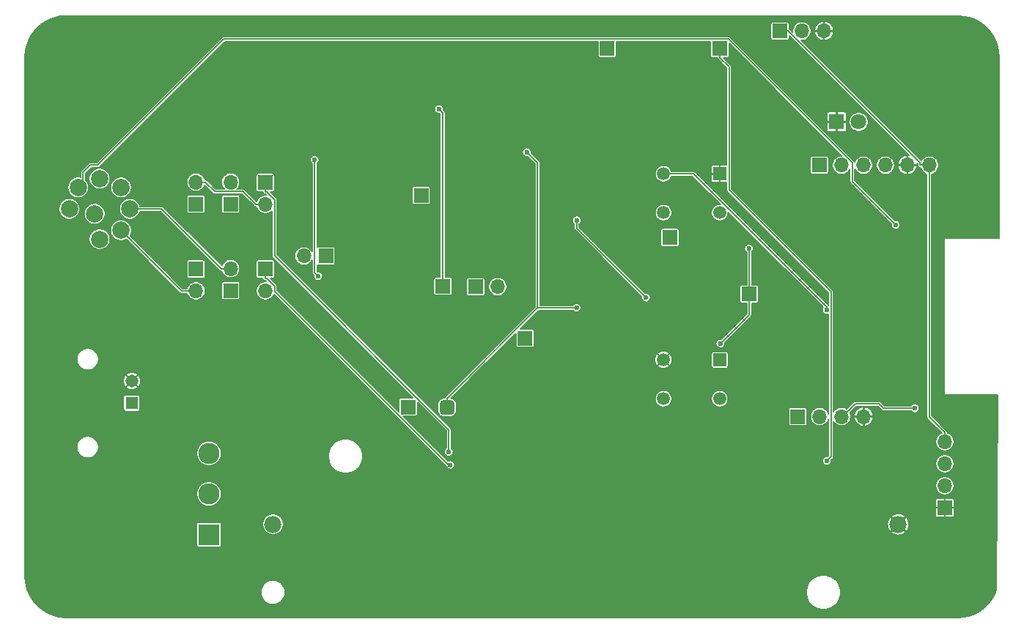
<source format=gbr>
%TF.GenerationSoftware,KiCad,Pcbnew,(5.1.10)-1*%
%TF.CreationDate,2022-05-25T15:21:49+02:00*%
%TF.ProjectId,NGL_Proto_EURO,4e474c5f-5072-46f7-946f-5f4555524f2e,V1*%
%TF.SameCoordinates,Original*%
%TF.FileFunction,Copper,L2,Bot*%
%TF.FilePolarity,Positive*%
%FSLAX46Y46*%
G04 Gerber Fmt 4.6, Leading zero omitted, Abs format (unit mm)*
G04 Created by KiCad (PCBNEW (5.1.10)-1) date 2022-05-25 15:21:49*
%MOMM*%
%LPD*%
G01*
G04 APERTURE LIST*
%TA.AperFunction,ComponentPad*%
%ADD10C,1.478000*%
%TD*%
%TA.AperFunction,ComponentPad*%
%ADD11R,1.478000X1.478000*%
%TD*%
%TA.AperFunction,ComponentPad*%
%ADD12C,1.498600*%
%TD*%
%TA.AperFunction,ComponentPad*%
%ADD13R,1.498600X1.498600*%
%TD*%
%TA.AperFunction,ComponentPad*%
%ADD14C,1.980000*%
%TD*%
%TA.AperFunction,ComponentPad*%
%ADD15C,2.450000*%
%TD*%
%TA.AperFunction,ComponentPad*%
%ADD16R,2.450000X2.450000*%
%TD*%
%TA.AperFunction,ComponentPad*%
%ADD17O,1.700000X1.700000*%
%TD*%
%TA.AperFunction,ComponentPad*%
%ADD18R,1.700000X1.700000*%
%TD*%
%TA.AperFunction,ComponentPad*%
%ADD19R,1.800000X1.800000*%
%TD*%
%TA.AperFunction,ComponentPad*%
%ADD20C,1.800000*%
%TD*%
%TA.AperFunction,ComponentPad*%
%ADD21C,2.000000*%
%TD*%
%TA.AperFunction,ViaPad*%
%ADD22C,0.600000*%
%TD*%
%TA.AperFunction,Conductor*%
%ADD23C,0.150000*%
%TD*%
%TA.AperFunction,Conductor*%
%ADD24C,0.100000*%
%TD*%
G04 APERTURE END LIST*
D10*
%TO.P,J3,G*%
%TO.N,-BATT*%
X112580000Y-92460000D03*
D11*
%TO.P,J3,S*%
%TO.N,IN_COAX*%
X112580000Y-95000000D03*
%TD*%
D12*
%TO.P,SW3,2*%
%TO.N,/ESP32/EN*%
X173999999Y-68499999D03*
%TO.P,SW3,4*%
%TO.N,N/C*%
X173999999Y-73000000D03*
%TO.P,SW3,3*%
X180500001Y-73000000D03*
D13*
%TO.P,SW3,1*%
%TO.N,-BATT*%
X180500001Y-68499999D03*
%TD*%
D12*
%TO.P,SW4,2*%
%TO.N,-BATT*%
X173999999Y-89999999D03*
%TO.P,SW4,4*%
%TO.N,N/C*%
X173999999Y-94500000D03*
%TO.P,SW4,3*%
X180500001Y-94500000D03*
D13*
%TO.P,SW4,1*%
%TO.N,Net-(SW4-Pad1)*%
X180500001Y-89999999D03*
%TD*%
D14*
%TO.P,BT1,N*%
%TO.N,-BATT*%
X201110000Y-109000000D03*
%TO.P,BT1,P*%
%TO.N,Net-(BT1-PadP)*%
X128890000Y-109000000D03*
%TD*%
D15*
%TO.P,S1,3*%
%TO.N,Net-(S1-Pad3)*%
X121500000Y-100800000D03*
%TO.P,S1,2*%
%TO.N,Net-(BT1-PadP)*%
X121500000Y-105500000D03*
D16*
%TO.P,S1,1*%
%TO.N,+BATT*%
X121500000Y-110200000D03*
%TD*%
D17*
%TO.P,J5,4*%
%TO.N,-BATT*%
X197120000Y-96550000D03*
%TO.P,J5,3*%
%TO.N,SDA*%
X194580000Y-96550000D03*
%TO.P,J5,2*%
%TO.N,SCL*%
X192040000Y-96550000D03*
D18*
%TO.P,J5,1*%
%TO.N,+3V3*%
X189500000Y-96550000D03*
%TD*%
%TO.P,J2,1*%
%TO.N,-BATT*%
X206500000Y-107080000D03*
D17*
%TO.P,J2,2*%
%TO.N,Net-(J2-Pad2)*%
X206500000Y-104540000D03*
%TO.P,J2,3*%
%TO.N,Net-(J2-Pad3)*%
X206500000Y-102000000D03*
%TO.P,J2,4*%
%TO.N,+3V3*%
X206500000Y-99460000D03*
%TD*%
D19*
%TO.P,D10,1*%
%TO.N,-BATT*%
X194000000Y-62500000D03*
D20*
%TO.P,D10,2*%
%TO.N,Net-(D10-Pad2)*%
X196540000Y-62500000D03*
%TD*%
D18*
%TO.P,J4,1*%
%TO.N,CS*%
X192000000Y-67500000D03*
D17*
%TO.P,J4,2*%
%TO.N,MOSI*%
X194540000Y-67500000D03*
%TO.P,J4,3*%
%TO.N,MISO*%
X197080000Y-67500000D03*
%TO.P,J4,4*%
%TO.N,CLK*%
X199620000Y-67500000D03*
%TO.P,J4,5*%
%TO.N,-BATT*%
X202160000Y-67500000D03*
%TO.P,J4,6*%
%TO.N,+3V3*%
X204700000Y-67500000D03*
%TD*%
D18*
%TO.P,J6,1*%
%TO.N,+3V3*%
X187460000Y-52000000D03*
D17*
%TO.P,J6,2*%
%TO.N,NEO*%
X190000000Y-52000000D03*
%TO.P,J6,3*%
%TO.N,-BATT*%
X192540000Y-52000000D03*
%TD*%
%TO.P,JP1,2*%
%TO.N,DIFF+*%
X124000000Y-79460000D03*
D18*
%TO.P,JP1,1*%
%TO.N,CURRENT_3*%
X124000000Y-82000000D03*
%TD*%
%TO.P,JP2,1*%
%TO.N,CURRENT_4*%
X124000000Y-72000000D03*
D17*
%TO.P,JP2,2*%
%TO.N,DIFF-*%
X124000000Y-69460000D03*
%TD*%
D18*
%TO.P,JP3,1*%
%TO.N,Net-(JP3-Pad1)*%
X152300000Y-81550000D03*
D17*
%TO.P,JP3,2*%
%TO.N,Net-(JP3-Pad2)*%
X154840000Y-81550000D03*
%TD*%
D18*
%TO.P,JP4,1*%
%TO.N,DIFF-*%
X128000000Y-69500000D03*
D17*
%TO.P,JP4,2*%
%TO.N,/R2*%
X128000000Y-72040000D03*
%TD*%
%TO.P,JP8,2*%
%TO.N,CURRENT_3*%
X120000000Y-82040000D03*
D18*
%TO.P,JP8,1*%
%TO.N,Net-(JP8-Pad1)*%
X120000000Y-79500000D03*
%TD*%
%TO.P,JP9,1*%
%TO.N,DIFF+*%
X128000000Y-79500000D03*
D17*
%TO.P,JP9,2*%
%TO.N,Net-(JP8-Pad1)*%
X128000000Y-82040000D03*
%TD*%
%TO.P,JP10,2*%
%TO.N,/R2*%
X120000000Y-69460000D03*
D18*
%TO.P,JP10,1*%
%TO.N,CURRENT_4*%
X120000000Y-72000000D03*
%TD*%
D17*
%TO.P,JP11,2*%
%TO.N,Net-(JP11-Pad2)*%
X132460000Y-78000000D03*
D18*
%TO.P,JP11,1*%
%TO.N,Net-(JP11-Pad1)*%
X135000000Y-78000000D03*
%TD*%
%TO.P,TP2,1*%
%TO.N,OUT_SENS*%
X180500000Y-54000000D03*
%TD*%
%TO.P,TP7,1*%
%TO.N,+3V3*%
X144500000Y-95450000D03*
%TD*%
%TO.P,TP8,1*%
%TO.N,-3V3*%
%TA.AperFunction,ComponentPad*%
G36*
G01*
X148150000Y-95925000D02*
X148150000Y-95075000D01*
G75*
G02*
X148575000Y-94650000I425000J0D01*
G01*
X149425000Y-94650000D01*
G75*
G02*
X149850000Y-95075000I0J-425000D01*
G01*
X149850000Y-95925000D01*
G75*
G02*
X149425000Y-96350000I-425000J0D01*
G01*
X148575000Y-96350000D01*
G75*
G02*
X148150000Y-95925000I0J425000D01*
G01*
G37*
%TD.AperFunction*%
%TD*%
%TO.P,TP4,1*%
%TO.N,OUT_DIFF*%
X183900000Y-82400000D03*
%TD*%
%TO.P,TP1,1*%
%TO.N,/R2*%
X146000000Y-71000000D03*
%TD*%
%TO.P,TP3,1*%
%TO.N,Net-(JP3-Pad1)*%
X148500000Y-81500000D03*
%TD*%
%TO.P,TP5,1*%
%TO.N,Net-(R52S1-Pad2)*%
X167500000Y-54000000D03*
%TD*%
%TO.P,TP11,1*%
%TO.N,/Ampli Diff/620*%
X158000000Y-87500000D03*
%TD*%
%TO.P,TP12,1*%
%TO.N,Net-(R31-Pad2)*%
X174750000Y-75850000D03*
%TD*%
D21*
%TO.P,J1,3*%
%TO.N,CURRENT_3*%
X111334874Y-75034874D03*
%TO.P,J1,7*%
%TO.N,Net-(J1-Pad7)*%
X108860000Y-76060000D03*
%TO.P,J1,8*%
%TO.N,+3V3*%
X108294315Y-73125685D03*
%TO.P,J1,6*%
%TO.N,N/C*%
X105360000Y-72560000D03*
%TO.P,J1,1*%
%TO.N,OUT_NTC*%
X106385126Y-70085126D03*
%TO.P,J1,4*%
%TO.N,CURRENT_4*%
X108860000Y-69060000D03*
%TO.P,J1,2*%
%TO.N,DIFF-*%
X111334874Y-70085126D03*
%TO.P,J1,5*%
%TO.N,DIFF+*%
X112360000Y-72560000D03*
%TD*%
D22*
%TO.N,Net-(R4-Pad2)*%
X134108600Y-80344400D03*
X133713800Y-66906200D03*
%TO.N,-BATT*%
X152000000Y-86000000D03*
X161000000Y-86000000D03*
X174000000Y-86000000D03*
X185000000Y-86000000D03*
X185000000Y-104000000D03*
X167000000Y-104000000D03*
X156000000Y-109000000D03*
X153000000Y-109000000D03*
X145000000Y-109000000D03*
X145000000Y-105000000D03*
X135000000Y-105000000D03*
X133000000Y-109000000D03*
X116000000Y-115000000D03*
X145000000Y-86000000D03*
X198500000Y-88000000D03*
X151000000Y-67000000D03*
X128000000Y-56000000D03*
X128000000Y-51000000D03*
X165000000Y-52000000D03*
X165000000Y-56000000D03*
X207000000Y-97000000D03*
X201000000Y-104000000D03*
X201000000Y-112000000D03*
X197000000Y-109000000D03*
X185000000Y-58000000D03*
X184000000Y-68000000D03*
X131000000Y-86500000D03*
X198500000Y-80000000D03*
X141750000Y-83100000D03*
X141500000Y-74000000D03*
X138000000Y-78500000D03*
X125500000Y-76000000D03*
X116000000Y-76000000D03*
X185000000Y-96000000D03*
X194000000Y-80000000D03*
X190000000Y-88000000D03*
X200000000Y-61500000D03*
X200000000Y-65500000D03*
X151000000Y-56000000D03*
X120750000Y-57850000D03*
X208500000Y-61500000D03*
X178000000Y-52000000D03*
X147000000Y-52000000D03*
X138000000Y-52000000D03*
X132000000Y-52000000D03*
X106500000Y-51000000D03*
X106500000Y-82000000D03*
X106500000Y-95500000D03*
X106500000Y-115000000D03*
X208500000Y-52000000D03*
%TO.N,OUT_SENS*%
X192869400Y-101677500D03*
%TO.N,OUT_NTC*%
X200815000Y-74400000D03*
%TO.N,Net-(JP3-Pad1)*%
X148069100Y-61021800D03*
%TO.N,Net-(D3-Pad2)*%
X163986100Y-73871000D03*
X171985100Y-82815600D03*
%TO.N,DIFF+*%
X149371400Y-102136300D03*
%TO.N,DIFF-*%
X149200100Y-100619300D03*
%TO.N,OUT_DIFF*%
X180559800Y-88121600D03*
X183850000Y-77150000D03*
%TO.N,-3V3*%
X158203000Y-65987500D03*
X163948500Y-83991500D03*
%TO.N,SDA*%
X203032500Y-95600000D03*
%TO.N,/ESP32/EN*%
X192839600Y-84237300D03*
%TD*%
D23*
%TO.N,+3V3*%
X206500000Y-99460000D02*
X206500000Y-98384700D01*
X206500000Y-98384700D02*
X204700000Y-96584700D01*
X204700000Y-96584700D02*
X204700000Y-67500000D01*
X203624700Y-67500000D02*
X204700000Y-67500000D01*
X203624700Y-67223900D02*
X203624700Y-67500000D01*
X188400800Y-52000000D02*
X203624700Y-67223900D01*
X187460000Y-52000000D02*
X188400800Y-52000000D01*
%TO.N,Net-(R4-Pad2)*%
X133713800Y-66906200D02*
X133713800Y-79949600D01*
X133713800Y-79949600D02*
X134108600Y-80344400D01*
%TO.N,OUT_SENS*%
X192869400Y-101677500D02*
X193364900Y-101182000D01*
X193364900Y-101182000D02*
X193364900Y-82135200D01*
X193364900Y-82135200D02*
X181575300Y-70345600D01*
X181575300Y-70345600D02*
X181575300Y-56150600D01*
X181575300Y-56150600D02*
X180500000Y-55075300D01*
X180500000Y-54000000D02*
X180500000Y-55075300D01*
%TO.N,OUT_NTC*%
X107800000Y-67500000D02*
X106950000Y-68350000D01*
X108625500Y-67500000D02*
X107800000Y-67500000D01*
X123200900Y-52924600D02*
X108625500Y-67500000D01*
X181485500Y-52924600D02*
X123200900Y-52924600D01*
X195810000Y-67249100D02*
X181485500Y-52924600D01*
X195810000Y-69395000D02*
X195810000Y-67249100D01*
X200815000Y-74400000D02*
X195810000Y-69395000D01*
X106950000Y-69520252D02*
X106385126Y-70085126D01*
X106950000Y-68350000D02*
X106950000Y-69520252D01*
%TO.N,Net-(JP3-Pad1)*%
X148500000Y-81500000D02*
X148500000Y-61452700D01*
X148500000Y-61452700D02*
X148069100Y-61021800D01*
%TO.N,Net-(D3-Pad2)*%
X171985100Y-82815600D02*
X163986100Y-74816600D01*
X163986100Y-74816600D02*
X163986100Y-73871000D01*
%TO.N,CURRENT_3*%
X111334900Y-75034900D02*
X118340000Y-82040000D01*
X118340000Y-82040000D02*
X120000000Y-82040000D01*
%TO.N,DIFF+*%
X128000000Y-80575300D02*
X128134500Y-80575300D01*
X128134500Y-80575300D02*
X129075300Y-81516100D01*
X129075300Y-81516100D02*
X129075300Y-82076900D01*
X129075300Y-82076900D02*
X149134700Y-102136300D01*
X149134700Y-102136300D02*
X149371400Y-102136300D01*
X128000000Y-79500000D02*
X128000000Y-80575300D01*
X124000000Y-79460000D02*
X122924700Y-79460000D01*
X112360000Y-72560000D02*
X116024700Y-72560000D01*
X116024700Y-72560000D02*
X122924700Y-79460000D01*
%TO.N,DIFF-*%
X128000000Y-69500000D02*
X128000000Y-70575300D01*
X128000000Y-70575300D02*
X128134500Y-70575300D01*
X128134500Y-70575300D02*
X129075300Y-71516100D01*
X129075300Y-71516100D02*
X129075300Y-77982400D01*
X129075300Y-77982400D02*
X149200100Y-98107200D01*
X149200100Y-98107200D02*
X149200100Y-100619300D01*
%TO.N,OUT_DIFF*%
X183900000Y-84781400D02*
X180559800Y-88121600D01*
X183900000Y-82400000D02*
X183900000Y-84781400D01*
X183900000Y-82400000D02*
X183900000Y-78300000D01*
X183900000Y-77200000D02*
X183850000Y-77150000D01*
X183900000Y-78300000D02*
X183900000Y-77200000D01*
%TO.N,-3V3*%
X159460500Y-83991500D02*
X159460500Y-67245000D01*
X159460500Y-67245000D02*
X158203000Y-65987500D01*
X149000000Y-95500000D02*
X149000000Y-94452000D01*
X149000000Y-94452000D02*
X159460500Y-83991500D01*
X159460500Y-83991500D02*
X163948500Y-83991500D01*
%TO.N,SDA*%
X203032500Y-95600000D02*
X199400000Y-95600000D01*
X199400000Y-95600000D02*
X198900000Y-95100000D01*
X196130000Y-95100000D02*
X194580000Y-96650000D01*
X198900000Y-95100000D02*
X196130000Y-95100000D01*
%TO.N,/ESP32/EN*%
X174000000Y-68500000D02*
X177449700Y-68500000D01*
X177449700Y-68500000D02*
X192839600Y-83889900D01*
X192839600Y-83889900D02*
X192839600Y-84237300D01*
%TO.N,/R2*%
X128000000Y-72040000D02*
X126924700Y-72040000D01*
X120000000Y-69460000D02*
X121075300Y-69460000D01*
X121075300Y-69460000D02*
X122150600Y-70535300D01*
X122150600Y-70535300D02*
X125420000Y-70535300D01*
X125420000Y-70535300D02*
X126924700Y-72040000D01*
%TD*%
%TO.N,-BATT*%
X208840978Y-50326049D02*
X209655371Y-50548842D01*
X210417440Y-50912330D01*
X211103098Y-51405025D01*
X211690670Y-52011352D01*
X212161584Y-52712146D01*
X212500960Y-53485265D01*
X212698522Y-54308170D01*
X212750001Y-55009186D01*
X212750001Y-74499568D01*
X212739819Y-75925000D01*
X206500000Y-75925000D01*
X206485368Y-75926441D01*
X206471299Y-75930709D01*
X206458332Y-75937640D01*
X206446967Y-75946967D01*
X206437640Y-75958332D01*
X206430709Y-75971299D01*
X206426441Y-75985368D01*
X206425000Y-76000000D01*
X206425000Y-94000000D01*
X206426441Y-94014632D01*
X206430709Y-94028701D01*
X206437640Y-94041668D01*
X206446967Y-94053033D01*
X206458332Y-94062360D01*
X206471299Y-94069291D01*
X206485368Y-94073559D01*
X206500000Y-94075000D01*
X212610177Y-94075000D01*
X212448854Y-116660203D01*
X212087670Y-117417440D01*
X211594975Y-118103098D01*
X210988645Y-118690673D01*
X210287849Y-119161587D01*
X209514740Y-119500958D01*
X208691831Y-119698522D01*
X207990828Y-119750000D01*
X105011130Y-119750000D01*
X104159022Y-119673951D01*
X103344630Y-119451159D01*
X102582560Y-119087670D01*
X101896902Y-118594975D01*
X101309327Y-117988645D01*
X100838413Y-117287849D01*
X100593597Y-116730142D01*
X127470000Y-116730142D01*
X127470000Y-117009858D01*
X127524570Y-117284199D01*
X127631612Y-117542622D01*
X127787014Y-117775197D01*
X127984803Y-117972986D01*
X128217378Y-118128388D01*
X128475801Y-118235430D01*
X128750142Y-118290000D01*
X129029858Y-118290000D01*
X129304199Y-118235430D01*
X129562622Y-118128388D01*
X129795197Y-117972986D01*
X129992986Y-117775197D01*
X130148388Y-117542622D01*
X130255430Y-117284199D01*
X130310000Y-117009858D01*
X130310000Y-116730142D01*
X130298638Y-116673017D01*
X190470000Y-116673017D01*
X190470000Y-117066983D01*
X190546859Y-117453378D01*
X190697623Y-117817355D01*
X190916499Y-118144926D01*
X191195074Y-118423501D01*
X191522645Y-118642377D01*
X191886622Y-118793141D01*
X192273017Y-118870000D01*
X192666983Y-118870000D01*
X193053378Y-118793141D01*
X193417355Y-118642377D01*
X193744926Y-118423501D01*
X194023501Y-118144926D01*
X194242377Y-117817355D01*
X194393141Y-117453378D01*
X194470000Y-117066983D01*
X194470000Y-116673017D01*
X194393141Y-116286622D01*
X194242377Y-115922645D01*
X194023501Y-115595074D01*
X193744926Y-115316499D01*
X193417355Y-115097623D01*
X193053378Y-114946859D01*
X192666983Y-114870000D01*
X192273017Y-114870000D01*
X191886622Y-114946859D01*
X191522645Y-115097623D01*
X191195074Y-115316499D01*
X190916499Y-115595074D01*
X190697623Y-115922645D01*
X190546859Y-116286622D01*
X190470000Y-116673017D01*
X130298638Y-116673017D01*
X130255430Y-116455801D01*
X130148388Y-116197378D01*
X129992986Y-115964803D01*
X129795197Y-115767014D01*
X129562622Y-115611612D01*
X129304199Y-115504570D01*
X129029858Y-115450000D01*
X128750142Y-115450000D01*
X128475801Y-115504570D01*
X128217378Y-115611612D01*
X127984803Y-115767014D01*
X127787014Y-115964803D01*
X127631612Y-116197378D01*
X127524570Y-116455801D01*
X127470000Y-116730142D01*
X100593597Y-116730142D01*
X100499042Y-116514740D01*
X100301478Y-115691831D01*
X100250000Y-114990828D01*
X100250000Y-108975000D01*
X120048912Y-108975000D01*
X120048912Y-111425000D01*
X120053256Y-111469108D01*
X120066122Y-111511520D01*
X120087015Y-111550608D01*
X120115132Y-111584868D01*
X120149392Y-111612985D01*
X120188480Y-111633878D01*
X120230892Y-111646744D01*
X120275000Y-111651088D01*
X122725000Y-111651088D01*
X122769108Y-111646744D01*
X122811520Y-111633878D01*
X122850608Y-111612985D01*
X122884868Y-111584868D01*
X122912985Y-111550608D01*
X122933878Y-111511520D01*
X122946744Y-111469108D01*
X122951088Y-111425000D01*
X122951088Y-108975000D01*
X122946744Y-108930892D01*
X122933878Y-108888480D01*
X122929524Y-108880333D01*
X127675000Y-108880333D01*
X127675000Y-109119667D01*
X127721692Y-109354402D01*
X127813281Y-109575518D01*
X127946248Y-109774517D01*
X128115483Y-109943752D01*
X128314482Y-110076719D01*
X128535598Y-110168308D01*
X128770333Y-110215000D01*
X129009667Y-110215000D01*
X129244402Y-110168308D01*
X129465518Y-110076719D01*
X129664517Y-109943752D01*
X129740570Y-109867699D01*
X200277657Y-109867699D01*
X200383224Y-110042855D01*
X200600640Y-110164603D01*
X200837630Y-110241597D01*
X201085087Y-110270876D01*
X201333502Y-110251317D01*
X201573327Y-110183670D01*
X201795347Y-110070535D01*
X201836776Y-110042855D01*
X201942343Y-109867699D01*
X201110000Y-109035355D01*
X200277657Y-109867699D01*
X129740570Y-109867699D01*
X129833752Y-109774517D01*
X129966719Y-109575518D01*
X130058308Y-109354402D01*
X130105000Y-109119667D01*
X130105000Y-108975087D01*
X199839124Y-108975087D01*
X199858683Y-109223502D01*
X199926330Y-109463327D01*
X200039465Y-109685347D01*
X200067145Y-109726776D01*
X200242301Y-109832343D01*
X201074645Y-109000000D01*
X201145355Y-109000000D01*
X201977699Y-109832343D01*
X202152855Y-109726776D01*
X202274603Y-109509360D01*
X202351597Y-109272370D01*
X202380876Y-109024913D01*
X202361317Y-108776498D01*
X202293670Y-108536673D01*
X202180535Y-108314653D01*
X202152855Y-108273224D01*
X201977699Y-108167657D01*
X201145355Y-109000000D01*
X201074645Y-109000000D01*
X200242301Y-108167657D01*
X200067145Y-108273224D01*
X199945397Y-108490640D01*
X199868403Y-108727630D01*
X199839124Y-108975087D01*
X130105000Y-108975087D01*
X130105000Y-108880333D01*
X130058308Y-108645598D01*
X129966719Y-108424482D01*
X129833752Y-108225483D01*
X129740570Y-108132301D01*
X200277657Y-108132301D01*
X201110000Y-108964645D01*
X201942343Y-108132301D01*
X201836776Y-107957145D01*
X201788301Y-107930000D01*
X205373669Y-107930000D01*
X205378979Y-107983910D01*
X205394703Y-108035747D01*
X205420239Y-108083521D01*
X205454604Y-108125396D01*
X205496479Y-108159761D01*
X205544253Y-108185297D01*
X205596090Y-108201021D01*
X205650000Y-108206331D01*
X206406250Y-108205000D01*
X206475000Y-108136250D01*
X206475000Y-107105000D01*
X206525000Y-107105000D01*
X206525000Y-108136250D01*
X206593750Y-108205000D01*
X207350000Y-108206331D01*
X207403910Y-108201021D01*
X207455747Y-108185297D01*
X207503521Y-108159761D01*
X207545396Y-108125396D01*
X207579761Y-108083521D01*
X207605297Y-108035747D01*
X207621021Y-107983910D01*
X207626331Y-107930000D01*
X207625000Y-107173750D01*
X207556250Y-107105000D01*
X206525000Y-107105000D01*
X206475000Y-107105000D01*
X205443750Y-107105000D01*
X205375000Y-107173750D01*
X205373669Y-107930000D01*
X201788301Y-107930000D01*
X201619360Y-107835397D01*
X201382370Y-107758403D01*
X201134913Y-107729124D01*
X200886498Y-107748683D01*
X200646673Y-107816330D01*
X200424653Y-107929465D01*
X200383224Y-107957145D01*
X200277657Y-108132301D01*
X129740570Y-108132301D01*
X129664517Y-108056248D01*
X129465518Y-107923281D01*
X129244402Y-107831692D01*
X129009667Y-107785000D01*
X128770333Y-107785000D01*
X128535598Y-107831692D01*
X128314482Y-107923281D01*
X128115483Y-108056248D01*
X127946248Y-108225483D01*
X127813281Y-108424482D01*
X127721692Y-108645598D01*
X127675000Y-108880333D01*
X122929524Y-108880333D01*
X122912985Y-108849392D01*
X122884868Y-108815132D01*
X122850608Y-108787015D01*
X122811520Y-108766122D01*
X122769108Y-108753256D01*
X122725000Y-108748912D01*
X120275000Y-108748912D01*
X120230892Y-108753256D01*
X120188480Y-108766122D01*
X120149392Y-108787015D01*
X120115132Y-108815132D01*
X120087015Y-108849392D01*
X120066122Y-108888480D01*
X120053256Y-108930892D01*
X120048912Y-108975000D01*
X100250000Y-108975000D01*
X100250000Y-105357187D01*
X120050000Y-105357187D01*
X120050000Y-105642813D01*
X120105723Y-105922949D01*
X120215027Y-106186833D01*
X120373711Y-106424321D01*
X120575679Y-106626289D01*
X120813167Y-106784973D01*
X121077051Y-106894277D01*
X121357187Y-106950000D01*
X121642813Y-106950000D01*
X121922949Y-106894277D01*
X122186833Y-106784973D01*
X122424321Y-106626289D01*
X122626289Y-106424321D01*
X122756129Y-106230000D01*
X205373669Y-106230000D01*
X205375000Y-106986250D01*
X205443750Y-107055000D01*
X206475000Y-107055000D01*
X206475000Y-106023750D01*
X206525000Y-106023750D01*
X206525000Y-107055000D01*
X207556250Y-107055000D01*
X207625000Y-106986250D01*
X207626331Y-106230000D01*
X207621021Y-106176090D01*
X207605297Y-106124253D01*
X207579761Y-106076479D01*
X207545396Y-106034604D01*
X207503521Y-106000239D01*
X207455747Y-105974703D01*
X207403910Y-105958979D01*
X207350000Y-105953669D01*
X206593750Y-105955000D01*
X206525000Y-106023750D01*
X206475000Y-106023750D01*
X206406250Y-105955000D01*
X205650000Y-105953669D01*
X205596090Y-105958979D01*
X205544253Y-105974703D01*
X205496479Y-106000239D01*
X205454604Y-106034604D01*
X205420239Y-106076479D01*
X205394703Y-106124253D01*
X205378979Y-106176090D01*
X205373669Y-106230000D01*
X122756129Y-106230000D01*
X122784973Y-106186833D01*
X122894277Y-105922949D01*
X122950000Y-105642813D01*
X122950000Y-105357187D01*
X122894277Y-105077051D01*
X122784973Y-104813167D01*
X122626289Y-104575679D01*
X122484732Y-104434122D01*
X205425000Y-104434122D01*
X205425000Y-104645878D01*
X205466312Y-104853566D01*
X205547348Y-105049203D01*
X205664993Y-105225272D01*
X205814728Y-105375007D01*
X205990797Y-105492652D01*
X206186434Y-105573688D01*
X206394122Y-105615000D01*
X206605878Y-105615000D01*
X206813566Y-105573688D01*
X207009203Y-105492652D01*
X207185272Y-105375007D01*
X207335007Y-105225272D01*
X207452652Y-105049203D01*
X207533688Y-104853566D01*
X207575000Y-104645878D01*
X207575000Y-104434122D01*
X207533688Y-104226434D01*
X207452652Y-104030797D01*
X207335007Y-103854728D01*
X207185272Y-103704993D01*
X207009203Y-103587348D01*
X206813566Y-103506312D01*
X206605878Y-103465000D01*
X206394122Y-103465000D01*
X206186434Y-103506312D01*
X205990797Y-103587348D01*
X205814728Y-103704993D01*
X205664993Y-103854728D01*
X205547348Y-104030797D01*
X205466312Y-104226434D01*
X205425000Y-104434122D01*
X122484732Y-104434122D01*
X122424321Y-104373711D01*
X122186833Y-104215027D01*
X121922949Y-104105723D01*
X121642813Y-104050000D01*
X121357187Y-104050000D01*
X121077051Y-104105723D01*
X120813167Y-104215027D01*
X120575679Y-104373711D01*
X120373711Y-104575679D01*
X120215027Y-104813167D01*
X120105723Y-105077051D01*
X120050000Y-105357187D01*
X100250000Y-105357187D01*
X100250000Y-99954916D01*
X106230000Y-99954916D01*
X106230000Y-100205084D01*
X106278805Y-100450445D01*
X106374541Y-100681571D01*
X106513527Y-100889578D01*
X106690422Y-101066473D01*
X106898429Y-101205459D01*
X107129555Y-101301195D01*
X107374916Y-101350000D01*
X107625084Y-101350000D01*
X107870445Y-101301195D01*
X108101571Y-101205459D01*
X108309578Y-101066473D01*
X108486473Y-100889578D01*
X108625459Y-100681571D01*
X108635559Y-100657187D01*
X120050000Y-100657187D01*
X120050000Y-100942813D01*
X120105723Y-101222949D01*
X120215027Y-101486833D01*
X120373711Y-101724321D01*
X120575679Y-101926289D01*
X120813167Y-102084973D01*
X121077051Y-102194277D01*
X121357187Y-102250000D01*
X121642813Y-102250000D01*
X121922949Y-102194277D01*
X122186833Y-102084973D01*
X122424321Y-101926289D01*
X122626289Y-101724321D01*
X122784973Y-101486833D01*
X122894277Y-101222949D01*
X122950000Y-100942813D01*
X122950000Y-100933017D01*
X135270000Y-100933017D01*
X135270000Y-101326983D01*
X135346859Y-101713378D01*
X135497623Y-102077355D01*
X135716499Y-102404926D01*
X135995074Y-102683501D01*
X136322645Y-102902377D01*
X136686622Y-103053141D01*
X137073017Y-103130000D01*
X137466983Y-103130000D01*
X137853378Y-103053141D01*
X138217355Y-102902377D01*
X138544926Y-102683501D01*
X138823501Y-102404926D01*
X139042377Y-102077355D01*
X139193141Y-101713378D01*
X139270000Y-101326983D01*
X139270000Y-100933017D01*
X139193141Y-100546622D01*
X139042377Y-100182645D01*
X138823501Y-99855074D01*
X138544926Y-99576499D01*
X138217355Y-99357623D01*
X137853378Y-99206859D01*
X137466983Y-99130000D01*
X137073017Y-99130000D01*
X136686622Y-99206859D01*
X136322645Y-99357623D01*
X135995074Y-99576499D01*
X135716499Y-99855074D01*
X135497623Y-100182645D01*
X135346859Y-100546622D01*
X135270000Y-100933017D01*
X122950000Y-100933017D01*
X122950000Y-100657187D01*
X122894277Y-100377051D01*
X122784973Y-100113167D01*
X122626289Y-99875679D01*
X122424321Y-99673711D01*
X122186833Y-99515027D01*
X121922949Y-99405723D01*
X121642813Y-99350000D01*
X121357187Y-99350000D01*
X121077051Y-99405723D01*
X120813167Y-99515027D01*
X120575679Y-99673711D01*
X120373711Y-99875679D01*
X120215027Y-100113167D01*
X120105723Y-100377051D01*
X120050000Y-100657187D01*
X108635559Y-100657187D01*
X108721195Y-100450445D01*
X108770000Y-100205084D01*
X108770000Y-99954916D01*
X108721195Y-99709555D01*
X108625459Y-99478429D01*
X108486473Y-99270422D01*
X108309578Y-99093527D01*
X108101571Y-98954541D01*
X107870445Y-98858805D01*
X107625084Y-98810000D01*
X107374916Y-98810000D01*
X107129555Y-98858805D01*
X106898429Y-98954541D01*
X106690422Y-99093527D01*
X106513527Y-99270422D01*
X106374541Y-99478429D01*
X106278805Y-99709555D01*
X106230000Y-99954916D01*
X100250000Y-99954916D01*
X100250000Y-94261000D01*
X111614912Y-94261000D01*
X111614912Y-95739000D01*
X111619256Y-95783108D01*
X111632122Y-95825520D01*
X111653015Y-95864608D01*
X111681132Y-95898868D01*
X111715392Y-95926985D01*
X111754480Y-95947878D01*
X111796892Y-95960744D01*
X111841000Y-95965088D01*
X113319000Y-95965088D01*
X113363108Y-95960744D01*
X113405520Y-95947878D01*
X113444608Y-95926985D01*
X113478868Y-95898868D01*
X113506985Y-95864608D01*
X113527878Y-95825520D01*
X113540744Y-95783108D01*
X113545088Y-95739000D01*
X113545088Y-94261000D01*
X113540744Y-94216892D01*
X113527878Y-94174480D01*
X113506985Y-94135392D01*
X113478868Y-94101132D01*
X113444608Y-94073015D01*
X113405520Y-94052122D01*
X113363108Y-94039256D01*
X113319000Y-94034912D01*
X111841000Y-94034912D01*
X111796892Y-94039256D01*
X111754480Y-94052122D01*
X111715392Y-94073015D01*
X111681132Y-94101132D01*
X111653015Y-94135392D01*
X111632122Y-94174480D01*
X111619256Y-94216892D01*
X111614912Y-94261000D01*
X100250000Y-94261000D01*
X100250000Y-93149307D01*
X111926049Y-93149307D01*
X112001508Y-93298758D01*
X112176258Y-93395499D01*
X112366522Y-93456290D01*
X112564991Y-93478794D01*
X112764036Y-93462146D01*
X112956009Y-93406986D01*
X113133532Y-93315434D01*
X113158492Y-93298758D01*
X113233951Y-93149307D01*
X112580000Y-92495355D01*
X111926049Y-93149307D01*
X100250000Y-93149307D01*
X100250000Y-92444991D01*
X111561206Y-92444991D01*
X111577854Y-92644036D01*
X111633014Y-92836009D01*
X111724566Y-93013532D01*
X111741242Y-93038492D01*
X111890693Y-93113951D01*
X112544645Y-92460000D01*
X112615355Y-92460000D01*
X113269307Y-93113951D01*
X113418758Y-93038492D01*
X113515499Y-92863742D01*
X113576290Y-92673478D01*
X113598794Y-92475009D01*
X113582146Y-92275964D01*
X113526986Y-92083991D01*
X113435434Y-91906468D01*
X113418758Y-91881508D01*
X113269307Y-91806049D01*
X112615355Y-92460000D01*
X112544645Y-92460000D01*
X111890693Y-91806049D01*
X111741242Y-91881508D01*
X111644501Y-92056258D01*
X111583710Y-92246522D01*
X111561206Y-92444991D01*
X100250000Y-92444991D01*
X100250000Y-91770693D01*
X111926049Y-91770693D01*
X112580000Y-92424645D01*
X113233951Y-91770693D01*
X113158492Y-91621242D01*
X112983742Y-91524501D01*
X112793478Y-91463710D01*
X112595009Y-91441206D01*
X112395964Y-91457854D01*
X112203991Y-91513014D01*
X112026468Y-91604566D01*
X112001508Y-91621242D01*
X111926049Y-91770693D01*
X100250000Y-91770693D01*
X100250000Y-89794916D01*
X106230000Y-89794916D01*
X106230000Y-90045084D01*
X106278805Y-90290445D01*
X106374541Y-90521571D01*
X106513527Y-90729578D01*
X106690422Y-90906473D01*
X106898429Y-91045459D01*
X107129555Y-91141195D01*
X107374916Y-91190000D01*
X107625084Y-91190000D01*
X107870445Y-91141195D01*
X108101571Y-91045459D01*
X108309578Y-90906473D01*
X108486473Y-90729578D01*
X108625459Y-90521571D01*
X108721195Y-90290445D01*
X108770000Y-90045084D01*
X108770000Y-89794916D01*
X108721195Y-89549555D01*
X108625459Y-89318429D01*
X108486473Y-89110422D01*
X108309578Y-88933527D01*
X108101571Y-88794541D01*
X107870445Y-88698805D01*
X107625084Y-88650000D01*
X107374916Y-88650000D01*
X107129555Y-88698805D01*
X106898429Y-88794541D01*
X106690422Y-88933527D01*
X106513527Y-89110422D01*
X106374541Y-89318429D01*
X106278805Y-89549555D01*
X106230000Y-89794916D01*
X100250000Y-89794916D01*
X100250000Y-75939348D01*
X107635000Y-75939348D01*
X107635000Y-76180652D01*
X107682076Y-76417319D01*
X107774419Y-76640255D01*
X107908481Y-76840892D01*
X108079108Y-77011519D01*
X108279745Y-77145581D01*
X108502681Y-77237924D01*
X108739348Y-77285000D01*
X108980652Y-77285000D01*
X109217319Y-77237924D01*
X109440255Y-77145581D01*
X109640892Y-77011519D01*
X109811519Y-76840892D01*
X109945581Y-76640255D01*
X110037924Y-76417319D01*
X110085000Y-76180652D01*
X110085000Y-75939348D01*
X110037924Y-75702681D01*
X109945581Y-75479745D01*
X109811519Y-75279108D01*
X109640892Y-75108481D01*
X109440255Y-74974419D01*
X109294927Y-74914222D01*
X110109874Y-74914222D01*
X110109874Y-75155526D01*
X110156950Y-75392193D01*
X110249293Y-75615129D01*
X110383355Y-75815766D01*
X110553982Y-75986393D01*
X110754619Y-76120455D01*
X110977555Y-76212798D01*
X111214222Y-76259874D01*
X111455526Y-76259874D01*
X111692193Y-76212798D01*
X111915129Y-76120455D01*
X111963723Y-76087986D01*
X118117451Y-82241715D01*
X118126842Y-82253158D01*
X118138285Y-82262549D01*
X118172522Y-82290647D01*
X118200379Y-82305536D01*
X118224640Y-82318504D01*
X118281190Y-82335659D01*
X118325267Y-82340000D01*
X118325276Y-82340000D01*
X118339999Y-82341450D01*
X118354722Y-82340000D01*
X118963614Y-82340000D01*
X118966312Y-82353566D01*
X119047348Y-82549203D01*
X119164993Y-82725272D01*
X119314728Y-82875007D01*
X119490797Y-82992652D01*
X119686434Y-83073688D01*
X119894122Y-83115000D01*
X120105878Y-83115000D01*
X120313566Y-83073688D01*
X120509203Y-82992652D01*
X120685272Y-82875007D01*
X120835007Y-82725272D01*
X120952652Y-82549203D01*
X121033688Y-82353566D01*
X121075000Y-82145878D01*
X121075000Y-81934122D01*
X121033688Y-81726434D01*
X120952652Y-81530797D01*
X120835007Y-81354728D01*
X120685272Y-81204993D01*
X120602969Y-81150000D01*
X122923912Y-81150000D01*
X122923912Y-82850000D01*
X122928256Y-82894108D01*
X122941122Y-82936520D01*
X122962015Y-82975608D01*
X122990132Y-83009868D01*
X123024392Y-83037985D01*
X123063480Y-83058878D01*
X123105892Y-83071744D01*
X123150000Y-83076088D01*
X124850000Y-83076088D01*
X124894108Y-83071744D01*
X124936520Y-83058878D01*
X124975608Y-83037985D01*
X125009868Y-83009868D01*
X125037985Y-82975608D01*
X125058878Y-82936520D01*
X125071744Y-82894108D01*
X125076088Y-82850000D01*
X125076088Y-81150000D01*
X125071744Y-81105892D01*
X125058878Y-81063480D01*
X125037985Y-81024392D01*
X125009868Y-80990132D01*
X124975608Y-80962015D01*
X124936520Y-80941122D01*
X124894108Y-80928256D01*
X124850000Y-80923912D01*
X123150000Y-80923912D01*
X123105892Y-80928256D01*
X123063480Y-80941122D01*
X123024392Y-80962015D01*
X122990132Y-80990132D01*
X122962015Y-81024392D01*
X122941122Y-81063480D01*
X122928256Y-81105892D01*
X122923912Y-81150000D01*
X120602969Y-81150000D01*
X120509203Y-81087348D01*
X120313566Y-81006312D01*
X120105878Y-80965000D01*
X119894122Y-80965000D01*
X119686434Y-81006312D01*
X119490797Y-81087348D01*
X119314728Y-81204993D01*
X119164993Y-81354728D01*
X119047348Y-81530797D01*
X118966312Y-81726434D01*
X118963614Y-81740000D01*
X118464264Y-81740000D01*
X115374264Y-78650000D01*
X118923912Y-78650000D01*
X118923912Y-80350000D01*
X118928256Y-80394108D01*
X118941122Y-80436520D01*
X118962015Y-80475608D01*
X118990132Y-80509868D01*
X119024392Y-80537985D01*
X119063480Y-80558878D01*
X119105892Y-80571744D01*
X119150000Y-80576088D01*
X120850000Y-80576088D01*
X120894108Y-80571744D01*
X120936520Y-80558878D01*
X120975608Y-80537985D01*
X121009868Y-80509868D01*
X121037985Y-80475608D01*
X121058878Y-80436520D01*
X121071744Y-80394108D01*
X121076088Y-80350000D01*
X121076088Y-78650000D01*
X121071744Y-78605892D01*
X121058878Y-78563480D01*
X121037985Y-78524392D01*
X121009868Y-78490132D01*
X120975608Y-78462015D01*
X120936520Y-78441122D01*
X120894108Y-78428256D01*
X120850000Y-78423912D01*
X119150000Y-78423912D01*
X119105892Y-78428256D01*
X119063480Y-78441122D01*
X119024392Y-78462015D01*
X118990132Y-78490132D01*
X118962015Y-78524392D01*
X118941122Y-78563480D01*
X118928256Y-78605892D01*
X118923912Y-78650000D01*
X115374264Y-78650000D01*
X112387986Y-75663723D01*
X112420455Y-75615129D01*
X112512798Y-75392193D01*
X112559874Y-75155526D01*
X112559874Y-74914222D01*
X112512798Y-74677555D01*
X112420455Y-74454619D01*
X112286393Y-74253982D01*
X112115766Y-74083355D01*
X111915129Y-73949293D01*
X111692193Y-73856950D01*
X111455526Y-73809874D01*
X111214222Y-73809874D01*
X110977555Y-73856950D01*
X110754619Y-73949293D01*
X110553982Y-74083355D01*
X110383355Y-74253982D01*
X110249293Y-74454619D01*
X110156950Y-74677555D01*
X110109874Y-74914222D01*
X109294927Y-74914222D01*
X109217319Y-74882076D01*
X108980652Y-74835000D01*
X108739348Y-74835000D01*
X108502681Y-74882076D01*
X108279745Y-74974419D01*
X108079108Y-75108481D01*
X107908481Y-75279108D01*
X107774419Y-75479745D01*
X107682076Y-75702681D01*
X107635000Y-75939348D01*
X100250000Y-75939348D01*
X100250000Y-72439348D01*
X104135000Y-72439348D01*
X104135000Y-72680652D01*
X104182076Y-72917319D01*
X104274419Y-73140255D01*
X104408481Y-73340892D01*
X104579108Y-73511519D01*
X104779745Y-73645581D01*
X105002681Y-73737924D01*
X105239348Y-73785000D01*
X105480652Y-73785000D01*
X105717319Y-73737924D01*
X105940255Y-73645581D01*
X106140892Y-73511519D01*
X106311519Y-73340892D01*
X106445581Y-73140255D01*
X106501591Y-73005033D01*
X107069315Y-73005033D01*
X107069315Y-73246337D01*
X107116391Y-73483004D01*
X107208734Y-73705940D01*
X107342796Y-73906577D01*
X107513423Y-74077204D01*
X107714060Y-74211266D01*
X107936996Y-74303609D01*
X108173663Y-74350685D01*
X108414967Y-74350685D01*
X108651634Y-74303609D01*
X108874570Y-74211266D01*
X109075207Y-74077204D01*
X109245834Y-73906577D01*
X109379896Y-73705940D01*
X109472239Y-73483004D01*
X109519315Y-73246337D01*
X109519315Y-73005033D01*
X109472239Y-72768366D01*
X109379896Y-72545430D01*
X109309014Y-72439348D01*
X111135000Y-72439348D01*
X111135000Y-72680652D01*
X111182076Y-72917319D01*
X111274419Y-73140255D01*
X111408481Y-73340892D01*
X111579108Y-73511519D01*
X111779745Y-73645581D01*
X112002681Y-73737924D01*
X112239348Y-73785000D01*
X112480652Y-73785000D01*
X112717319Y-73737924D01*
X112940255Y-73645581D01*
X113140892Y-73511519D01*
X113311519Y-73340892D01*
X113445581Y-73140255D01*
X113537924Y-72917319D01*
X113549325Y-72860000D01*
X115900437Y-72860000D01*
X122702151Y-79661715D01*
X122711542Y-79673158D01*
X122722985Y-79682549D01*
X122722986Y-79682550D01*
X122757222Y-79710647D01*
X122805482Y-79736442D01*
X122809340Y-79738504D01*
X122865890Y-79755659D01*
X122909967Y-79760000D01*
X122909970Y-79760000D01*
X122924700Y-79761451D01*
X122939430Y-79760000D01*
X122963614Y-79760000D01*
X122966312Y-79773566D01*
X123047348Y-79969203D01*
X123164993Y-80145272D01*
X123314728Y-80295007D01*
X123490797Y-80412652D01*
X123686434Y-80493688D01*
X123894122Y-80535000D01*
X124105878Y-80535000D01*
X124313566Y-80493688D01*
X124509203Y-80412652D01*
X124685272Y-80295007D01*
X124835007Y-80145272D01*
X124952652Y-79969203D01*
X125033688Y-79773566D01*
X125075000Y-79565878D01*
X125075000Y-79354122D01*
X125033688Y-79146434D01*
X124952652Y-78950797D01*
X124835007Y-78774728D01*
X124685272Y-78624993D01*
X124509203Y-78507348D01*
X124313566Y-78426312D01*
X124105878Y-78385000D01*
X123894122Y-78385000D01*
X123686434Y-78426312D01*
X123490797Y-78507348D01*
X123314728Y-78624993D01*
X123164993Y-78774728D01*
X123047348Y-78950797D01*
X122986547Y-79097583D01*
X116247253Y-72358290D01*
X116237858Y-72346842D01*
X116192177Y-72309353D01*
X116140060Y-72281496D01*
X116083510Y-72264341D01*
X116039433Y-72260000D01*
X116039423Y-72260000D01*
X116024700Y-72258550D01*
X116009977Y-72260000D01*
X113549325Y-72260000D01*
X113537924Y-72202681D01*
X113445581Y-71979745D01*
X113311519Y-71779108D01*
X113140892Y-71608481D01*
X112940255Y-71474419D01*
X112717319Y-71382076D01*
X112480652Y-71335000D01*
X112239348Y-71335000D01*
X112002681Y-71382076D01*
X111779745Y-71474419D01*
X111579108Y-71608481D01*
X111408481Y-71779108D01*
X111274419Y-71979745D01*
X111182076Y-72202681D01*
X111135000Y-72439348D01*
X109309014Y-72439348D01*
X109245834Y-72344793D01*
X109075207Y-72174166D01*
X108874570Y-72040104D01*
X108651634Y-71947761D01*
X108414967Y-71900685D01*
X108173663Y-71900685D01*
X107936996Y-71947761D01*
X107714060Y-72040104D01*
X107513423Y-72174166D01*
X107342796Y-72344793D01*
X107208734Y-72545430D01*
X107116391Y-72768366D01*
X107069315Y-73005033D01*
X106501591Y-73005033D01*
X106537924Y-72917319D01*
X106585000Y-72680652D01*
X106585000Y-72439348D01*
X106537924Y-72202681D01*
X106445581Y-71979745D01*
X106311519Y-71779108D01*
X106140892Y-71608481D01*
X105940255Y-71474419D01*
X105717319Y-71382076D01*
X105480652Y-71335000D01*
X105239348Y-71335000D01*
X105002681Y-71382076D01*
X104779745Y-71474419D01*
X104579108Y-71608481D01*
X104408481Y-71779108D01*
X104274419Y-71979745D01*
X104182076Y-72202681D01*
X104135000Y-72439348D01*
X100250000Y-72439348D01*
X100250000Y-69964474D01*
X105160126Y-69964474D01*
X105160126Y-70205778D01*
X105207202Y-70442445D01*
X105299545Y-70665381D01*
X105433607Y-70866018D01*
X105604234Y-71036645D01*
X105804871Y-71170707D01*
X106027807Y-71263050D01*
X106264474Y-71310126D01*
X106505778Y-71310126D01*
X106742445Y-71263050D01*
X106965381Y-71170707D01*
X107166018Y-71036645D01*
X107336645Y-70866018D01*
X107470707Y-70665381D01*
X107563050Y-70442445D01*
X107610126Y-70205778D01*
X107610126Y-69964474D01*
X107563050Y-69727807D01*
X107470707Y-69504871D01*
X107336645Y-69304234D01*
X107250000Y-69217589D01*
X107250000Y-68939348D01*
X107635000Y-68939348D01*
X107635000Y-69180652D01*
X107682076Y-69417319D01*
X107774419Y-69640255D01*
X107908481Y-69840892D01*
X108079108Y-70011519D01*
X108279745Y-70145581D01*
X108502681Y-70237924D01*
X108739348Y-70285000D01*
X108980652Y-70285000D01*
X109217319Y-70237924D01*
X109440255Y-70145581D01*
X109640892Y-70011519D01*
X109687937Y-69964474D01*
X110109874Y-69964474D01*
X110109874Y-70205778D01*
X110156950Y-70442445D01*
X110249293Y-70665381D01*
X110383355Y-70866018D01*
X110553982Y-71036645D01*
X110754619Y-71170707D01*
X110977555Y-71263050D01*
X111214222Y-71310126D01*
X111455526Y-71310126D01*
X111692193Y-71263050D01*
X111915129Y-71170707D01*
X111946119Y-71150000D01*
X118923912Y-71150000D01*
X118923912Y-72850000D01*
X118928256Y-72894108D01*
X118941122Y-72936520D01*
X118962015Y-72975608D01*
X118990132Y-73009868D01*
X119024392Y-73037985D01*
X119063480Y-73058878D01*
X119105892Y-73071744D01*
X119150000Y-73076088D01*
X120850000Y-73076088D01*
X120894108Y-73071744D01*
X120936520Y-73058878D01*
X120975608Y-73037985D01*
X121009868Y-73009868D01*
X121037985Y-72975608D01*
X121058878Y-72936520D01*
X121071744Y-72894108D01*
X121076088Y-72850000D01*
X121076088Y-71150000D01*
X122923912Y-71150000D01*
X122923912Y-72850000D01*
X122928256Y-72894108D01*
X122941122Y-72936520D01*
X122962015Y-72975608D01*
X122990132Y-73009868D01*
X123024392Y-73037985D01*
X123063480Y-73058878D01*
X123105892Y-73071744D01*
X123150000Y-73076088D01*
X124850000Y-73076088D01*
X124894108Y-73071744D01*
X124936520Y-73058878D01*
X124975608Y-73037985D01*
X125009868Y-73009868D01*
X125037985Y-72975608D01*
X125058878Y-72936520D01*
X125071744Y-72894108D01*
X125076088Y-72850000D01*
X125076088Y-71150000D01*
X125071744Y-71105892D01*
X125058878Y-71063480D01*
X125037985Y-71024392D01*
X125009868Y-70990132D01*
X124975608Y-70962015D01*
X124936520Y-70941122D01*
X124894108Y-70928256D01*
X124850000Y-70923912D01*
X123150000Y-70923912D01*
X123105892Y-70928256D01*
X123063480Y-70941122D01*
X123024392Y-70962015D01*
X122990132Y-70990132D01*
X122962015Y-71024392D01*
X122941122Y-71063480D01*
X122928256Y-71105892D01*
X122923912Y-71150000D01*
X121076088Y-71150000D01*
X121071744Y-71105892D01*
X121058878Y-71063480D01*
X121037985Y-71024392D01*
X121009868Y-70990132D01*
X120975608Y-70962015D01*
X120936520Y-70941122D01*
X120894108Y-70928256D01*
X120850000Y-70923912D01*
X119150000Y-70923912D01*
X119105892Y-70928256D01*
X119063480Y-70941122D01*
X119024392Y-70962015D01*
X118990132Y-70990132D01*
X118962015Y-71024392D01*
X118941122Y-71063480D01*
X118928256Y-71105892D01*
X118923912Y-71150000D01*
X111946119Y-71150000D01*
X112115766Y-71036645D01*
X112286393Y-70866018D01*
X112420455Y-70665381D01*
X112512798Y-70442445D01*
X112559874Y-70205778D01*
X112559874Y-69964474D01*
X112512798Y-69727807D01*
X112420455Y-69504871D01*
X112319728Y-69354122D01*
X118925000Y-69354122D01*
X118925000Y-69565878D01*
X118966312Y-69773566D01*
X119047348Y-69969203D01*
X119164993Y-70145272D01*
X119314728Y-70295007D01*
X119490797Y-70412652D01*
X119686434Y-70493688D01*
X119894122Y-70535000D01*
X120105878Y-70535000D01*
X120313566Y-70493688D01*
X120509203Y-70412652D01*
X120685272Y-70295007D01*
X120835007Y-70145272D01*
X120952652Y-69969203D01*
X121013453Y-69822416D01*
X121928050Y-70737014D01*
X121937442Y-70748458D01*
X121948885Y-70757849D01*
X121983122Y-70785947D01*
X122035239Y-70813804D01*
X122048401Y-70817797D01*
X122091790Y-70830959D01*
X122135867Y-70835300D01*
X122135870Y-70835300D01*
X122150600Y-70836751D01*
X122165330Y-70835300D01*
X125295737Y-70835300D01*
X126702151Y-72241715D01*
X126711542Y-72253158D01*
X126722985Y-72262549D01*
X126757222Y-72290647D01*
X126785079Y-72305536D01*
X126809340Y-72318504D01*
X126865890Y-72335659D01*
X126909967Y-72340000D01*
X126909976Y-72340000D01*
X126924699Y-72341450D01*
X126939422Y-72340000D01*
X126963614Y-72340000D01*
X126966312Y-72353566D01*
X127047348Y-72549203D01*
X127164993Y-72725272D01*
X127314728Y-72875007D01*
X127490797Y-72992652D01*
X127686434Y-73073688D01*
X127894122Y-73115000D01*
X128105878Y-73115000D01*
X128313566Y-73073688D01*
X128509203Y-72992652D01*
X128685272Y-72875007D01*
X128775300Y-72784979D01*
X128775301Y-77967667D01*
X128773850Y-77982400D01*
X128779642Y-78041210D01*
X128796797Y-78097760D01*
X128824653Y-78149877D01*
X128852751Y-78184114D01*
X128862143Y-78195558D01*
X128873586Y-78204949D01*
X145042548Y-94373912D01*
X143650000Y-94373912D01*
X143605892Y-94378256D01*
X143563480Y-94391122D01*
X143524392Y-94412015D01*
X143490132Y-94440132D01*
X143462015Y-94474392D01*
X143441122Y-94513480D01*
X143428256Y-94555892D01*
X143423912Y-94600000D01*
X143423912Y-96001248D01*
X129375300Y-81952637D01*
X129375300Y-81530822D01*
X129376750Y-81516099D01*
X129375300Y-81501376D01*
X129375300Y-81501367D01*
X129370959Y-81457290D01*
X129353804Y-81400740D01*
X129333105Y-81362015D01*
X129325947Y-81348622D01*
X129297849Y-81314385D01*
X129288458Y-81302942D01*
X129277016Y-81293552D01*
X128559551Y-80576088D01*
X128850000Y-80576088D01*
X128894108Y-80571744D01*
X128936520Y-80558878D01*
X128975608Y-80537985D01*
X129009868Y-80509868D01*
X129037985Y-80475608D01*
X129058878Y-80436520D01*
X129071744Y-80394108D01*
X129076088Y-80350000D01*
X129076088Y-78650000D01*
X129071744Y-78605892D01*
X129058878Y-78563480D01*
X129037985Y-78524392D01*
X129009868Y-78490132D01*
X128975608Y-78462015D01*
X128936520Y-78441122D01*
X128894108Y-78428256D01*
X128850000Y-78423912D01*
X127150000Y-78423912D01*
X127105892Y-78428256D01*
X127063480Y-78441122D01*
X127024392Y-78462015D01*
X126990132Y-78490132D01*
X126962015Y-78524392D01*
X126941122Y-78563480D01*
X126928256Y-78605892D01*
X126923912Y-78650000D01*
X126923912Y-80350000D01*
X126928256Y-80394108D01*
X126941122Y-80436520D01*
X126962015Y-80475608D01*
X126990132Y-80509868D01*
X127024392Y-80537985D01*
X127063480Y-80558878D01*
X127105892Y-80571744D01*
X127150000Y-80576088D01*
X127698627Y-80576088D01*
X127704341Y-80634110D01*
X127721496Y-80690660D01*
X127749353Y-80742777D01*
X127786842Y-80788458D01*
X127832523Y-80825947D01*
X127884640Y-80853804D01*
X127941190Y-80870959D01*
X127985267Y-80875300D01*
X128000000Y-80876751D01*
X128010640Y-80875703D01*
X128099937Y-80965000D01*
X127894122Y-80965000D01*
X127686434Y-81006312D01*
X127490797Y-81087348D01*
X127314728Y-81204993D01*
X127164993Y-81354728D01*
X127047348Y-81530797D01*
X126966312Y-81726434D01*
X126925000Y-81934122D01*
X126925000Y-82145878D01*
X126966312Y-82353566D01*
X127047348Y-82549203D01*
X127164993Y-82725272D01*
X127314728Y-82875007D01*
X127490797Y-82992652D01*
X127686434Y-83073688D01*
X127894122Y-83115000D01*
X128105878Y-83115000D01*
X128313566Y-83073688D01*
X128509203Y-82992652D01*
X128685272Y-82875007D01*
X128835007Y-82725272D01*
X128952652Y-82549203D01*
X129002646Y-82428509D01*
X148868699Y-102294563D01*
X148906151Y-102384981D01*
X148963606Y-102470968D01*
X149036732Y-102544094D01*
X149122719Y-102601549D01*
X149218263Y-102641124D01*
X149319692Y-102661300D01*
X149423108Y-102661300D01*
X149524537Y-102641124D01*
X149620081Y-102601549D01*
X149706068Y-102544094D01*
X149779194Y-102470968D01*
X149836649Y-102384981D01*
X149876224Y-102289437D01*
X149896400Y-102188008D01*
X149896400Y-102084592D01*
X149876224Y-101983163D01*
X149836649Y-101887619D01*
X149779194Y-101801632D01*
X149706068Y-101728506D01*
X149620081Y-101671051D01*
X149524537Y-101631476D01*
X149423108Y-101611300D01*
X149319692Y-101611300D01*
X149218263Y-101631476D01*
X149122719Y-101671051D01*
X149105332Y-101682668D01*
X143948752Y-96526088D01*
X145350000Y-96526088D01*
X145394108Y-96521744D01*
X145436520Y-96508878D01*
X145475608Y-96487985D01*
X145509868Y-96459868D01*
X145537985Y-96425608D01*
X145558878Y-96386520D01*
X145571744Y-96344108D01*
X145576088Y-96300000D01*
X145576088Y-94907452D01*
X148900100Y-98231464D01*
X148900101Y-100188341D01*
X148865432Y-100211506D01*
X148792306Y-100284632D01*
X148734851Y-100370619D01*
X148695276Y-100466163D01*
X148675100Y-100567592D01*
X148675100Y-100671008D01*
X148695276Y-100772437D01*
X148734851Y-100867981D01*
X148792306Y-100953968D01*
X148865432Y-101027094D01*
X148951419Y-101084549D01*
X149046963Y-101124124D01*
X149148392Y-101144300D01*
X149251808Y-101144300D01*
X149353237Y-101124124D01*
X149448781Y-101084549D01*
X149534768Y-101027094D01*
X149607894Y-100953968D01*
X149665349Y-100867981D01*
X149704924Y-100772437D01*
X149725100Y-100671008D01*
X149725100Y-100567592D01*
X149704924Y-100466163D01*
X149665349Y-100370619D01*
X149607894Y-100284632D01*
X149534768Y-100211506D01*
X149500100Y-100188341D01*
X149500100Y-98121922D01*
X149501550Y-98107199D01*
X149500100Y-98092476D01*
X149500100Y-98092467D01*
X149495759Y-98048390D01*
X149478604Y-97991840D01*
X149450748Y-97939724D01*
X149450747Y-97939722D01*
X149422649Y-97905485D01*
X149413258Y-97894042D01*
X149401817Y-97884653D01*
X146592164Y-95075000D01*
X147923912Y-95075000D01*
X147923912Y-95925000D01*
X147936422Y-96052021D01*
X147973473Y-96174161D01*
X148033640Y-96286725D01*
X148114611Y-96385389D01*
X148213275Y-96466360D01*
X148325839Y-96526527D01*
X148447979Y-96563578D01*
X148575000Y-96576088D01*
X149425000Y-96576088D01*
X149552021Y-96563578D01*
X149674161Y-96526527D01*
X149786725Y-96466360D01*
X149885389Y-96385389D01*
X149966360Y-96286725D01*
X150026527Y-96174161D01*
X150063578Y-96052021D01*
X150076088Y-95925000D01*
X150076088Y-95700000D01*
X188423912Y-95700000D01*
X188423912Y-97400000D01*
X188428256Y-97444108D01*
X188441122Y-97486520D01*
X188462015Y-97525608D01*
X188490132Y-97559868D01*
X188524392Y-97587985D01*
X188563480Y-97608878D01*
X188605892Y-97621744D01*
X188650000Y-97626088D01*
X190350000Y-97626088D01*
X190394108Y-97621744D01*
X190436520Y-97608878D01*
X190475608Y-97587985D01*
X190509868Y-97559868D01*
X190537985Y-97525608D01*
X190558878Y-97486520D01*
X190571744Y-97444108D01*
X190576088Y-97400000D01*
X190576088Y-95700000D01*
X190571744Y-95655892D01*
X190558878Y-95613480D01*
X190537985Y-95574392D01*
X190509868Y-95540132D01*
X190475608Y-95512015D01*
X190436520Y-95491122D01*
X190394108Y-95478256D01*
X190350000Y-95473912D01*
X188650000Y-95473912D01*
X188605892Y-95478256D01*
X188563480Y-95491122D01*
X188524392Y-95512015D01*
X188490132Y-95540132D01*
X188462015Y-95574392D01*
X188441122Y-95613480D01*
X188428256Y-95655892D01*
X188423912Y-95700000D01*
X150076088Y-95700000D01*
X150076088Y-95075000D01*
X150063578Y-94947979D01*
X150026527Y-94825839D01*
X149966360Y-94713275D01*
X149885389Y-94614611D01*
X149786725Y-94533640D01*
X149674161Y-94473473D01*
X149552021Y-94436422D01*
X149449899Y-94426364D01*
X149472223Y-94404040D01*
X173025699Y-94404040D01*
X173025699Y-94595960D01*
X173063141Y-94784193D01*
X173136586Y-94961504D01*
X173243211Y-95121080D01*
X173378919Y-95256788D01*
X173538495Y-95363413D01*
X173715806Y-95436858D01*
X173904039Y-95474300D01*
X174095959Y-95474300D01*
X174284192Y-95436858D01*
X174461503Y-95363413D01*
X174621079Y-95256788D01*
X174756787Y-95121080D01*
X174863412Y-94961504D01*
X174936857Y-94784193D01*
X174974299Y-94595960D01*
X174974299Y-94404040D01*
X179525701Y-94404040D01*
X179525701Y-94595960D01*
X179563143Y-94784193D01*
X179636588Y-94961504D01*
X179743213Y-95121080D01*
X179878921Y-95256788D01*
X180038497Y-95363413D01*
X180215808Y-95436858D01*
X180404041Y-95474300D01*
X180595961Y-95474300D01*
X180784194Y-95436858D01*
X180961505Y-95363413D01*
X181121081Y-95256788D01*
X181256789Y-95121080D01*
X181363414Y-94961504D01*
X181436859Y-94784193D01*
X181474301Y-94595960D01*
X181474301Y-94404040D01*
X181436859Y-94215807D01*
X181363414Y-94038496D01*
X181256789Y-93878920D01*
X181121081Y-93743212D01*
X180961505Y-93636587D01*
X180784194Y-93563142D01*
X180595961Y-93525700D01*
X180404041Y-93525700D01*
X180215808Y-93563142D01*
X180038497Y-93636587D01*
X179878921Y-93743212D01*
X179743213Y-93878920D01*
X179636588Y-94038496D01*
X179563143Y-94215807D01*
X179525701Y-94404040D01*
X174974299Y-94404040D01*
X174936857Y-94215807D01*
X174863412Y-94038496D01*
X174756787Y-93878920D01*
X174621079Y-93743212D01*
X174461503Y-93636587D01*
X174284192Y-93563142D01*
X174095959Y-93525700D01*
X173904039Y-93525700D01*
X173715806Y-93563142D01*
X173538495Y-93636587D01*
X173378919Y-93743212D01*
X173243211Y-93878920D01*
X173136586Y-94038496D01*
X173063141Y-94215807D01*
X173025699Y-94404040D01*
X149472223Y-94404040D01*
X153179636Y-90696627D01*
X173338726Y-90696627D01*
X173415422Y-90847133D01*
X173591922Y-90944902D01*
X173784104Y-91006357D01*
X173984583Y-91029138D01*
X174185655Y-91012372D01*
X174379592Y-90956700D01*
X174558941Y-90864262D01*
X174584576Y-90847133D01*
X174661272Y-90696627D01*
X173999999Y-90035354D01*
X173338726Y-90696627D01*
X153179636Y-90696627D01*
X153891680Y-89984583D01*
X172970860Y-89984583D01*
X172987626Y-90185655D01*
X173043298Y-90379592D01*
X173135736Y-90558941D01*
X173152865Y-90584576D01*
X173303371Y-90661272D01*
X173964644Y-89999999D01*
X174035354Y-89999999D01*
X174696627Y-90661272D01*
X174847133Y-90584576D01*
X174944902Y-90408076D01*
X175006357Y-90215894D01*
X175029138Y-90015415D01*
X175012372Y-89814343D01*
X174956700Y-89620406D01*
X174864262Y-89441057D01*
X174847133Y-89415422D01*
X174696627Y-89338726D01*
X174035354Y-89999999D01*
X173964644Y-89999999D01*
X173303371Y-89338726D01*
X173152865Y-89415422D01*
X173055096Y-89591922D01*
X172993641Y-89784104D01*
X172970860Y-89984583D01*
X153891680Y-89984583D01*
X154572892Y-89303371D01*
X173338726Y-89303371D01*
X173999999Y-89964644D01*
X174661272Y-89303371D01*
X174634431Y-89250699D01*
X179524613Y-89250699D01*
X179524613Y-90749299D01*
X179528957Y-90793407D01*
X179541823Y-90835819D01*
X179562716Y-90874907D01*
X179590833Y-90909167D01*
X179625093Y-90937284D01*
X179664181Y-90958177D01*
X179706593Y-90971043D01*
X179750701Y-90975387D01*
X181249301Y-90975387D01*
X181293409Y-90971043D01*
X181335821Y-90958177D01*
X181374909Y-90937284D01*
X181409169Y-90909167D01*
X181437286Y-90874907D01*
X181458179Y-90835819D01*
X181471045Y-90793407D01*
X181475389Y-90749299D01*
X181475389Y-89250699D01*
X181471045Y-89206591D01*
X181458179Y-89164179D01*
X181437286Y-89125091D01*
X181409169Y-89090831D01*
X181374909Y-89062714D01*
X181335821Y-89041821D01*
X181293409Y-89028955D01*
X181249301Y-89024611D01*
X179750701Y-89024611D01*
X179706593Y-89028955D01*
X179664181Y-89041821D01*
X179625093Y-89062714D01*
X179590833Y-89090831D01*
X179562716Y-89125091D01*
X179541823Y-89164179D01*
X179528957Y-89206591D01*
X179524613Y-89250699D01*
X174634431Y-89250699D01*
X174584576Y-89152865D01*
X174408076Y-89055096D01*
X174215894Y-88993641D01*
X174015415Y-88970860D01*
X173814343Y-88987626D01*
X173620406Y-89043298D01*
X173441057Y-89135736D01*
X173415422Y-89152865D01*
X173338726Y-89303371D01*
X154572892Y-89303371D01*
X156923912Y-86952352D01*
X156923912Y-88350000D01*
X156928256Y-88394108D01*
X156941122Y-88436520D01*
X156962015Y-88475608D01*
X156990132Y-88509868D01*
X157024392Y-88537985D01*
X157063480Y-88558878D01*
X157105892Y-88571744D01*
X157150000Y-88576088D01*
X158850000Y-88576088D01*
X158894108Y-88571744D01*
X158936520Y-88558878D01*
X158975608Y-88537985D01*
X159009868Y-88509868D01*
X159037985Y-88475608D01*
X159058878Y-88436520D01*
X159071744Y-88394108D01*
X159076088Y-88350000D01*
X159076088Y-88069892D01*
X180034800Y-88069892D01*
X180034800Y-88173308D01*
X180054976Y-88274737D01*
X180094551Y-88370281D01*
X180152006Y-88456268D01*
X180225132Y-88529394D01*
X180311119Y-88586849D01*
X180406663Y-88626424D01*
X180508092Y-88646600D01*
X180611508Y-88646600D01*
X180712937Y-88626424D01*
X180808481Y-88586849D01*
X180894468Y-88529394D01*
X180967594Y-88456268D01*
X181025049Y-88370281D01*
X181064624Y-88274737D01*
X181084800Y-88173308D01*
X181084800Y-88069892D01*
X181076665Y-88028998D01*
X184101715Y-85003949D01*
X184113158Y-84994558D01*
X184122549Y-84983115D01*
X184150647Y-84948878D01*
X184178503Y-84896761D01*
X184178504Y-84896760D01*
X184195659Y-84840210D01*
X184200000Y-84796133D01*
X184200000Y-84796124D01*
X184201450Y-84781401D01*
X184200000Y-84766678D01*
X184200000Y-83476088D01*
X184750000Y-83476088D01*
X184794108Y-83471744D01*
X184836520Y-83458878D01*
X184875608Y-83437985D01*
X184909868Y-83409868D01*
X184937985Y-83375608D01*
X184958878Y-83336520D01*
X184971744Y-83294108D01*
X184976088Y-83250000D01*
X184976088Y-81550000D01*
X184971744Y-81505892D01*
X184958878Y-81463480D01*
X184937985Y-81424392D01*
X184909868Y-81390132D01*
X184875608Y-81362015D01*
X184836520Y-81341122D01*
X184794108Y-81328256D01*
X184750000Y-81323912D01*
X184200000Y-81323912D01*
X184200000Y-77542462D01*
X184257794Y-77484668D01*
X184315249Y-77398681D01*
X184354824Y-77303137D01*
X184375000Y-77201708D01*
X184375000Y-77098292D01*
X184354824Y-76996863D01*
X184315249Y-76901319D01*
X184257794Y-76815332D01*
X184184668Y-76742206D01*
X184098681Y-76684751D01*
X184003137Y-76645176D01*
X183901708Y-76625000D01*
X183798292Y-76625000D01*
X183696863Y-76645176D01*
X183601319Y-76684751D01*
X183515332Y-76742206D01*
X183442206Y-76815332D01*
X183384751Y-76901319D01*
X183345176Y-76996863D01*
X183325000Y-77098292D01*
X183325000Y-77201708D01*
X183345176Y-77303137D01*
X183384751Y-77398681D01*
X183442206Y-77484668D01*
X183515332Y-77557794D01*
X183600001Y-77614368D01*
X183600000Y-78314732D01*
X183600001Y-78314742D01*
X183600000Y-81323912D01*
X183050000Y-81323912D01*
X183005892Y-81328256D01*
X182963480Y-81341122D01*
X182924392Y-81362015D01*
X182890132Y-81390132D01*
X182862015Y-81424392D01*
X182841122Y-81463480D01*
X182828256Y-81505892D01*
X182823912Y-81550000D01*
X182823912Y-83250000D01*
X182828256Y-83294108D01*
X182841122Y-83336520D01*
X182862015Y-83375608D01*
X182890132Y-83409868D01*
X182924392Y-83437985D01*
X182963480Y-83458878D01*
X183005892Y-83471744D01*
X183050000Y-83476088D01*
X183600000Y-83476088D01*
X183600001Y-84657135D01*
X180652402Y-87604735D01*
X180611508Y-87596600D01*
X180508092Y-87596600D01*
X180406663Y-87616776D01*
X180311119Y-87656351D01*
X180225132Y-87713806D01*
X180152006Y-87786932D01*
X180094551Y-87872919D01*
X180054976Y-87968463D01*
X180034800Y-88069892D01*
X159076088Y-88069892D01*
X159076088Y-86650000D01*
X159071744Y-86605892D01*
X159058878Y-86563480D01*
X159037985Y-86524392D01*
X159009868Y-86490132D01*
X158975608Y-86462015D01*
X158936520Y-86441122D01*
X158894108Y-86428256D01*
X158850000Y-86423912D01*
X157452352Y-86423912D01*
X159584764Y-84291500D01*
X163517541Y-84291500D01*
X163540706Y-84326168D01*
X163613832Y-84399294D01*
X163699819Y-84456749D01*
X163795363Y-84496324D01*
X163896792Y-84516500D01*
X164000208Y-84516500D01*
X164101637Y-84496324D01*
X164197181Y-84456749D01*
X164283168Y-84399294D01*
X164356294Y-84326168D01*
X164413749Y-84240181D01*
X164453324Y-84144637D01*
X164473500Y-84043208D01*
X164473500Y-83939792D01*
X164453324Y-83838363D01*
X164413749Y-83742819D01*
X164356294Y-83656832D01*
X164283168Y-83583706D01*
X164197181Y-83526251D01*
X164101637Y-83486676D01*
X164000208Y-83466500D01*
X163896792Y-83466500D01*
X163795363Y-83486676D01*
X163699819Y-83526251D01*
X163613832Y-83583706D01*
X163540706Y-83656832D01*
X163517541Y-83691500D01*
X159760500Y-83691500D01*
X159760500Y-73819292D01*
X163461100Y-73819292D01*
X163461100Y-73922708D01*
X163481276Y-74024137D01*
X163520851Y-74119681D01*
X163578306Y-74205668D01*
X163651432Y-74278794D01*
X163686101Y-74301959D01*
X163686100Y-74801877D01*
X163684650Y-74816600D01*
X163686100Y-74831323D01*
X163686100Y-74831332D01*
X163690441Y-74875409D01*
X163707596Y-74931959D01*
X163707597Y-74931960D01*
X163735453Y-74984077D01*
X163748521Y-75000000D01*
X163772942Y-75029758D01*
X163784390Y-75039153D01*
X171468234Y-82722998D01*
X171460100Y-82763892D01*
X171460100Y-82867308D01*
X171480276Y-82968737D01*
X171519851Y-83064281D01*
X171577306Y-83150268D01*
X171650432Y-83223394D01*
X171736419Y-83280849D01*
X171831963Y-83320424D01*
X171933392Y-83340600D01*
X172036808Y-83340600D01*
X172138237Y-83320424D01*
X172233781Y-83280849D01*
X172319768Y-83223394D01*
X172392894Y-83150268D01*
X172450349Y-83064281D01*
X172489924Y-82968737D01*
X172510100Y-82867308D01*
X172510100Y-82763892D01*
X172489924Y-82662463D01*
X172450349Y-82566919D01*
X172392894Y-82480932D01*
X172319768Y-82407806D01*
X172233781Y-82350351D01*
X172138237Y-82310776D01*
X172036808Y-82290600D01*
X171933392Y-82290600D01*
X171892498Y-82298734D01*
X164593764Y-75000000D01*
X173673912Y-75000000D01*
X173673912Y-76700000D01*
X173678256Y-76744108D01*
X173691122Y-76786520D01*
X173712015Y-76825608D01*
X173740132Y-76859868D01*
X173774392Y-76887985D01*
X173813480Y-76908878D01*
X173855892Y-76921744D01*
X173900000Y-76926088D01*
X175600000Y-76926088D01*
X175644108Y-76921744D01*
X175686520Y-76908878D01*
X175725608Y-76887985D01*
X175759868Y-76859868D01*
X175787985Y-76825608D01*
X175808878Y-76786520D01*
X175821744Y-76744108D01*
X175826088Y-76700000D01*
X175826088Y-75000000D01*
X175821744Y-74955892D01*
X175808878Y-74913480D01*
X175787985Y-74874392D01*
X175759868Y-74840132D01*
X175725608Y-74812015D01*
X175686520Y-74791122D01*
X175644108Y-74778256D01*
X175600000Y-74773912D01*
X173900000Y-74773912D01*
X173855892Y-74778256D01*
X173813480Y-74791122D01*
X173774392Y-74812015D01*
X173740132Y-74840132D01*
X173712015Y-74874392D01*
X173691122Y-74913480D01*
X173678256Y-74955892D01*
X173673912Y-75000000D01*
X164593764Y-75000000D01*
X164286100Y-74692337D01*
X164286100Y-74301959D01*
X164320768Y-74278794D01*
X164393894Y-74205668D01*
X164451349Y-74119681D01*
X164490924Y-74024137D01*
X164511100Y-73922708D01*
X164511100Y-73819292D01*
X164490924Y-73717863D01*
X164451349Y-73622319D01*
X164393894Y-73536332D01*
X164320768Y-73463206D01*
X164234781Y-73405751D01*
X164139237Y-73366176D01*
X164037808Y-73346000D01*
X163934392Y-73346000D01*
X163832963Y-73366176D01*
X163737419Y-73405751D01*
X163651432Y-73463206D01*
X163578306Y-73536332D01*
X163520851Y-73622319D01*
X163481276Y-73717863D01*
X163461100Y-73819292D01*
X159760500Y-73819292D01*
X159760500Y-72904040D01*
X173025699Y-72904040D01*
X173025699Y-73095960D01*
X173063141Y-73284193D01*
X173136586Y-73461504D01*
X173243211Y-73621080D01*
X173378919Y-73756788D01*
X173538495Y-73863413D01*
X173715806Y-73936858D01*
X173904039Y-73974300D01*
X174095959Y-73974300D01*
X174284192Y-73936858D01*
X174461503Y-73863413D01*
X174621079Y-73756788D01*
X174756787Y-73621080D01*
X174863412Y-73461504D01*
X174936857Y-73284193D01*
X174974299Y-73095960D01*
X174974299Y-72904040D01*
X174936857Y-72715807D01*
X174863412Y-72538496D01*
X174756787Y-72378920D01*
X174621079Y-72243212D01*
X174461503Y-72136587D01*
X174284192Y-72063142D01*
X174095959Y-72025700D01*
X173904039Y-72025700D01*
X173715806Y-72063142D01*
X173538495Y-72136587D01*
X173378919Y-72243212D01*
X173243211Y-72378920D01*
X173136586Y-72538496D01*
X173063141Y-72715807D01*
X173025699Y-72904040D01*
X159760500Y-72904040D01*
X159760500Y-67259730D01*
X159761951Y-67245000D01*
X159759636Y-67221496D01*
X159756159Y-67186190D01*
X159739004Y-67129640D01*
X159711147Y-67077522D01*
X159683050Y-67043286D01*
X159683049Y-67043285D01*
X159673658Y-67031842D01*
X159662215Y-67022451D01*
X158719865Y-66080102D01*
X158728000Y-66039208D01*
X158728000Y-65935792D01*
X158707824Y-65834363D01*
X158668249Y-65738819D01*
X158610794Y-65652832D01*
X158537668Y-65579706D01*
X158451681Y-65522251D01*
X158356137Y-65482676D01*
X158254708Y-65462500D01*
X158151292Y-65462500D01*
X158049863Y-65482676D01*
X157954319Y-65522251D01*
X157868332Y-65579706D01*
X157795206Y-65652832D01*
X157737751Y-65738819D01*
X157698176Y-65834363D01*
X157678000Y-65935792D01*
X157678000Y-66039208D01*
X157698176Y-66140637D01*
X157737751Y-66236181D01*
X157795206Y-66322168D01*
X157868332Y-66395294D01*
X157954319Y-66452749D01*
X158049863Y-66492324D01*
X158151292Y-66512500D01*
X158254708Y-66512500D01*
X158295602Y-66504365D01*
X159160501Y-67369265D01*
X159160500Y-83867236D01*
X148798286Y-94229451D01*
X148786843Y-94238842D01*
X148777452Y-94250285D01*
X148777451Y-94250286D01*
X148749353Y-94284523D01*
X148721497Y-94336640D01*
X148704342Y-94393190D01*
X148701316Y-94423912D01*
X148575000Y-94423912D01*
X148447979Y-94436422D01*
X148325839Y-94473473D01*
X148213275Y-94533640D01*
X148114611Y-94614611D01*
X148033640Y-94713275D01*
X147973473Y-94825839D01*
X147936422Y-94947979D01*
X147923912Y-95075000D01*
X146592164Y-95075000D01*
X129411286Y-77894122D01*
X131385000Y-77894122D01*
X131385000Y-78105878D01*
X131426312Y-78313566D01*
X131507348Y-78509203D01*
X131624993Y-78685272D01*
X131774728Y-78835007D01*
X131950797Y-78952652D01*
X132146434Y-79033688D01*
X132354122Y-79075000D01*
X132565878Y-79075000D01*
X132773566Y-79033688D01*
X132969203Y-78952652D01*
X133145272Y-78835007D01*
X133295007Y-78685272D01*
X133412652Y-78509203D01*
X133413801Y-78506429D01*
X133413801Y-79934867D01*
X133412350Y-79949600D01*
X133418142Y-80008410D01*
X133435297Y-80064960D01*
X133463153Y-80117077D01*
X133491251Y-80151314D01*
X133500643Y-80162758D01*
X133512085Y-80172148D01*
X133591735Y-80251798D01*
X133583600Y-80292692D01*
X133583600Y-80396108D01*
X133603776Y-80497537D01*
X133643351Y-80593081D01*
X133700806Y-80679068D01*
X133773932Y-80752194D01*
X133859919Y-80809649D01*
X133955463Y-80849224D01*
X134056892Y-80869400D01*
X134160308Y-80869400D01*
X134261737Y-80849224D01*
X134357281Y-80809649D01*
X134443268Y-80752194D01*
X134516394Y-80679068D01*
X134535816Y-80650000D01*
X147423912Y-80650000D01*
X147423912Y-82350000D01*
X147428256Y-82394108D01*
X147441122Y-82436520D01*
X147462015Y-82475608D01*
X147490132Y-82509868D01*
X147524392Y-82537985D01*
X147563480Y-82558878D01*
X147605892Y-82571744D01*
X147650000Y-82576088D01*
X149350000Y-82576088D01*
X149394108Y-82571744D01*
X149436520Y-82558878D01*
X149475608Y-82537985D01*
X149509868Y-82509868D01*
X149537985Y-82475608D01*
X149558878Y-82436520D01*
X149571744Y-82394108D01*
X149576088Y-82350000D01*
X149576088Y-80700000D01*
X151223912Y-80700000D01*
X151223912Y-82400000D01*
X151228256Y-82444108D01*
X151241122Y-82486520D01*
X151262015Y-82525608D01*
X151290132Y-82559868D01*
X151324392Y-82587985D01*
X151363480Y-82608878D01*
X151405892Y-82621744D01*
X151450000Y-82626088D01*
X153150000Y-82626088D01*
X153194108Y-82621744D01*
X153236520Y-82608878D01*
X153275608Y-82587985D01*
X153309868Y-82559868D01*
X153337985Y-82525608D01*
X153358878Y-82486520D01*
X153371744Y-82444108D01*
X153376088Y-82400000D01*
X153376088Y-81444122D01*
X153765000Y-81444122D01*
X153765000Y-81655878D01*
X153806312Y-81863566D01*
X153887348Y-82059203D01*
X154004993Y-82235272D01*
X154154728Y-82385007D01*
X154330797Y-82502652D01*
X154526434Y-82583688D01*
X154734122Y-82625000D01*
X154945878Y-82625000D01*
X155153566Y-82583688D01*
X155349203Y-82502652D01*
X155525272Y-82385007D01*
X155675007Y-82235272D01*
X155792652Y-82059203D01*
X155873688Y-81863566D01*
X155915000Y-81655878D01*
X155915000Y-81444122D01*
X155873688Y-81236434D01*
X155792652Y-81040797D01*
X155675007Y-80864728D01*
X155525272Y-80714993D01*
X155349203Y-80597348D01*
X155153566Y-80516312D01*
X154945878Y-80475000D01*
X154734122Y-80475000D01*
X154526434Y-80516312D01*
X154330797Y-80597348D01*
X154154728Y-80714993D01*
X154004993Y-80864728D01*
X153887348Y-81040797D01*
X153806312Y-81236434D01*
X153765000Y-81444122D01*
X153376088Y-81444122D01*
X153376088Y-80700000D01*
X153371744Y-80655892D01*
X153358878Y-80613480D01*
X153337985Y-80574392D01*
X153309868Y-80540132D01*
X153275608Y-80512015D01*
X153236520Y-80491122D01*
X153194108Y-80478256D01*
X153150000Y-80473912D01*
X151450000Y-80473912D01*
X151405892Y-80478256D01*
X151363480Y-80491122D01*
X151324392Y-80512015D01*
X151290132Y-80540132D01*
X151262015Y-80574392D01*
X151241122Y-80613480D01*
X151228256Y-80655892D01*
X151223912Y-80700000D01*
X149576088Y-80700000D01*
X149576088Y-80650000D01*
X149571744Y-80605892D01*
X149558878Y-80563480D01*
X149537985Y-80524392D01*
X149509868Y-80490132D01*
X149475608Y-80462015D01*
X149436520Y-80441122D01*
X149394108Y-80428256D01*
X149350000Y-80423912D01*
X148800000Y-80423912D01*
X148800000Y-61467430D01*
X148801451Y-61452700D01*
X148798056Y-61418233D01*
X148795659Y-61393890D01*
X148778504Y-61337340D01*
X148771197Y-61323669D01*
X148750647Y-61285222D01*
X148722550Y-61250986D01*
X148722549Y-61250985D01*
X148713158Y-61239542D01*
X148701715Y-61230151D01*
X148585966Y-61114402D01*
X148594100Y-61073508D01*
X148594100Y-60970092D01*
X148573924Y-60868663D01*
X148534349Y-60773119D01*
X148476894Y-60687132D01*
X148403768Y-60614006D01*
X148317781Y-60556551D01*
X148222237Y-60516976D01*
X148120808Y-60496800D01*
X148017392Y-60496800D01*
X147915963Y-60516976D01*
X147820419Y-60556551D01*
X147734432Y-60614006D01*
X147661306Y-60687132D01*
X147603851Y-60773119D01*
X147564276Y-60868663D01*
X147544100Y-60970092D01*
X147544100Y-61073508D01*
X147564276Y-61174937D01*
X147603851Y-61270481D01*
X147661306Y-61356468D01*
X147734432Y-61429594D01*
X147820419Y-61487049D01*
X147915963Y-61526624D01*
X148017392Y-61546800D01*
X148120808Y-61546800D01*
X148161702Y-61538666D01*
X148200001Y-61576965D01*
X148200000Y-80423912D01*
X147650000Y-80423912D01*
X147605892Y-80428256D01*
X147563480Y-80441122D01*
X147524392Y-80462015D01*
X147490132Y-80490132D01*
X147462015Y-80524392D01*
X147441122Y-80563480D01*
X147428256Y-80605892D01*
X147423912Y-80650000D01*
X134535816Y-80650000D01*
X134573849Y-80593081D01*
X134613424Y-80497537D01*
X134633600Y-80396108D01*
X134633600Y-80292692D01*
X134613424Y-80191263D01*
X134573849Y-80095719D01*
X134516394Y-80009732D01*
X134443268Y-79936606D01*
X134357281Y-79879151D01*
X134261737Y-79839576D01*
X134160308Y-79819400D01*
X134056892Y-79819400D01*
X134015998Y-79827535D01*
X134013800Y-79825337D01*
X134013800Y-79029292D01*
X134024392Y-79037985D01*
X134063480Y-79058878D01*
X134105892Y-79071744D01*
X134150000Y-79076088D01*
X135850000Y-79076088D01*
X135894108Y-79071744D01*
X135936520Y-79058878D01*
X135975608Y-79037985D01*
X136009868Y-79009868D01*
X136037985Y-78975608D01*
X136058878Y-78936520D01*
X136071744Y-78894108D01*
X136076088Y-78850000D01*
X136076088Y-77150000D01*
X136071744Y-77105892D01*
X136058878Y-77063480D01*
X136037985Y-77024392D01*
X136009868Y-76990132D01*
X135975608Y-76962015D01*
X135936520Y-76941122D01*
X135894108Y-76928256D01*
X135850000Y-76923912D01*
X134150000Y-76923912D01*
X134105892Y-76928256D01*
X134063480Y-76941122D01*
X134024392Y-76962015D01*
X134013800Y-76970708D01*
X134013800Y-70150000D01*
X144923912Y-70150000D01*
X144923912Y-71850000D01*
X144928256Y-71894108D01*
X144941122Y-71936520D01*
X144962015Y-71975608D01*
X144990132Y-72009868D01*
X145024392Y-72037985D01*
X145063480Y-72058878D01*
X145105892Y-72071744D01*
X145150000Y-72076088D01*
X146850000Y-72076088D01*
X146894108Y-72071744D01*
X146936520Y-72058878D01*
X146975608Y-72037985D01*
X147009868Y-72009868D01*
X147037985Y-71975608D01*
X147058878Y-71936520D01*
X147071744Y-71894108D01*
X147076088Y-71850000D01*
X147076088Y-70150000D01*
X147071744Y-70105892D01*
X147058878Y-70063480D01*
X147037985Y-70024392D01*
X147009868Y-69990132D01*
X146975608Y-69962015D01*
X146936520Y-69941122D01*
X146894108Y-69928256D01*
X146850000Y-69923912D01*
X145150000Y-69923912D01*
X145105892Y-69928256D01*
X145063480Y-69941122D01*
X145024392Y-69962015D01*
X144990132Y-69990132D01*
X144962015Y-70024392D01*
X144941122Y-70063480D01*
X144928256Y-70105892D01*
X144923912Y-70150000D01*
X134013800Y-70150000D01*
X134013800Y-67337159D01*
X134048468Y-67313994D01*
X134121594Y-67240868D01*
X134179049Y-67154881D01*
X134218624Y-67059337D01*
X134238800Y-66957908D01*
X134238800Y-66854492D01*
X134218624Y-66753063D01*
X134179049Y-66657519D01*
X134121594Y-66571532D01*
X134048468Y-66498406D01*
X133962481Y-66440951D01*
X133866937Y-66401376D01*
X133765508Y-66381200D01*
X133662092Y-66381200D01*
X133560663Y-66401376D01*
X133465119Y-66440951D01*
X133379132Y-66498406D01*
X133306006Y-66571532D01*
X133248551Y-66657519D01*
X133208976Y-66753063D01*
X133188800Y-66854492D01*
X133188800Y-66957908D01*
X133208976Y-67059337D01*
X133248551Y-67154881D01*
X133306006Y-67240868D01*
X133379132Y-67313994D01*
X133413800Y-67337159D01*
X133413801Y-77493570D01*
X133412652Y-77490797D01*
X133295007Y-77314728D01*
X133145272Y-77164993D01*
X132969203Y-77047348D01*
X132773566Y-76966312D01*
X132565878Y-76925000D01*
X132354122Y-76925000D01*
X132146434Y-76966312D01*
X131950797Y-77047348D01*
X131774728Y-77164993D01*
X131624993Y-77314728D01*
X131507348Y-77490797D01*
X131426312Y-77686434D01*
X131385000Y-77894122D01*
X129411286Y-77894122D01*
X129375300Y-77858137D01*
X129375300Y-71530822D01*
X129376750Y-71516099D01*
X129375300Y-71501376D01*
X129375300Y-71501367D01*
X129370959Y-71457290D01*
X129353804Y-71400740D01*
X129340836Y-71376479D01*
X129325947Y-71348622D01*
X129297849Y-71314385D01*
X129288458Y-71302942D01*
X129277016Y-71293552D01*
X128559551Y-70576088D01*
X128850000Y-70576088D01*
X128894108Y-70571744D01*
X128936520Y-70558878D01*
X128975608Y-70537985D01*
X129009868Y-70509868D01*
X129037985Y-70475608D01*
X129058878Y-70436520D01*
X129071744Y-70394108D01*
X129076088Y-70350000D01*
X129076088Y-68650000D01*
X129071744Y-68605892D01*
X129058878Y-68563480D01*
X129037985Y-68524392D01*
X129009868Y-68490132D01*
X128975608Y-68462015D01*
X128936520Y-68441122D01*
X128894108Y-68428256D01*
X128850000Y-68423912D01*
X127150000Y-68423912D01*
X127105892Y-68428256D01*
X127063480Y-68441122D01*
X127024392Y-68462015D01*
X126990132Y-68490132D01*
X126962015Y-68524392D01*
X126941122Y-68563480D01*
X126928256Y-68605892D01*
X126923912Y-68650000D01*
X126923912Y-70350000D01*
X126928256Y-70394108D01*
X126941122Y-70436520D01*
X126962015Y-70475608D01*
X126990132Y-70509868D01*
X127024392Y-70537985D01*
X127063480Y-70558878D01*
X127105892Y-70571744D01*
X127150000Y-70576088D01*
X127698627Y-70576088D01*
X127704341Y-70634110D01*
X127721496Y-70690660D01*
X127749353Y-70742777D01*
X127786842Y-70788458D01*
X127832523Y-70825947D01*
X127884640Y-70853804D01*
X127941190Y-70870959D01*
X127985267Y-70875300D01*
X128000000Y-70876751D01*
X128010640Y-70875703D01*
X128099937Y-70965000D01*
X127894122Y-70965000D01*
X127686434Y-71006312D01*
X127490797Y-71087348D01*
X127314728Y-71204993D01*
X127164993Y-71354728D01*
X127047348Y-71530797D01*
X126986547Y-71677583D01*
X125642553Y-70333590D01*
X125633158Y-70322142D01*
X125587477Y-70284653D01*
X125535360Y-70256796D01*
X125478810Y-70239641D01*
X125434733Y-70235300D01*
X125434723Y-70235300D01*
X125420000Y-70233850D01*
X125405277Y-70235300D01*
X124744979Y-70235300D01*
X124835007Y-70145272D01*
X124952652Y-69969203D01*
X125033688Y-69773566D01*
X125075000Y-69565878D01*
X125075000Y-69354122D01*
X125033688Y-69146434D01*
X124952652Y-68950797D01*
X124835007Y-68774728D01*
X124685272Y-68624993D01*
X124509203Y-68507348D01*
X124313566Y-68426312D01*
X124105878Y-68385000D01*
X123894122Y-68385000D01*
X123686434Y-68426312D01*
X123490797Y-68507348D01*
X123314728Y-68624993D01*
X123164993Y-68774728D01*
X123047348Y-68950797D01*
X122966312Y-69146434D01*
X122925000Y-69354122D01*
X122925000Y-69565878D01*
X122966312Y-69773566D01*
X123047348Y-69969203D01*
X123164993Y-70145272D01*
X123255021Y-70235300D01*
X122274864Y-70235300D01*
X121297853Y-69258290D01*
X121288458Y-69246842D01*
X121242777Y-69209353D01*
X121190660Y-69181496D01*
X121134110Y-69164341D01*
X121090033Y-69160000D01*
X121090023Y-69160000D01*
X121075300Y-69158550D01*
X121060577Y-69160000D01*
X121036386Y-69160000D01*
X121033688Y-69146434D01*
X120952652Y-68950797D01*
X120835007Y-68774728D01*
X120685272Y-68624993D01*
X120509203Y-68507348D01*
X120313566Y-68426312D01*
X120105878Y-68385000D01*
X119894122Y-68385000D01*
X119686434Y-68426312D01*
X119490797Y-68507348D01*
X119314728Y-68624993D01*
X119164993Y-68774728D01*
X119047348Y-68950797D01*
X118966312Y-69146434D01*
X118925000Y-69354122D01*
X112319728Y-69354122D01*
X112286393Y-69304234D01*
X112115766Y-69133607D01*
X111915129Y-68999545D01*
X111692193Y-68907202D01*
X111455526Y-68860126D01*
X111214222Y-68860126D01*
X110977555Y-68907202D01*
X110754619Y-68999545D01*
X110553982Y-69133607D01*
X110383355Y-69304234D01*
X110249293Y-69504871D01*
X110156950Y-69727807D01*
X110109874Y-69964474D01*
X109687937Y-69964474D01*
X109811519Y-69840892D01*
X109945581Y-69640255D01*
X110037924Y-69417319D01*
X110085000Y-69180652D01*
X110085000Y-68939348D01*
X110037924Y-68702681D01*
X109945581Y-68479745D01*
X109811519Y-68279108D01*
X109640892Y-68108481D01*
X109440255Y-67974419D01*
X109217319Y-67882076D01*
X108980652Y-67835000D01*
X108739348Y-67835000D01*
X108502681Y-67882076D01*
X108279745Y-67974419D01*
X108079108Y-68108481D01*
X107908481Y-68279108D01*
X107774419Y-68479745D01*
X107682076Y-68702681D01*
X107635000Y-68939348D01*
X107250000Y-68939348D01*
X107250000Y-68474263D01*
X107924264Y-67800000D01*
X108610777Y-67800000D01*
X108625500Y-67801450D01*
X108640223Y-67800000D01*
X108640233Y-67800000D01*
X108684310Y-67795659D01*
X108740860Y-67778504D01*
X108792977Y-67750647D01*
X108838658Y-67713158D01*
X108848053Y-67701710D01*
X123325164Y-53224600D01*
X166423912Y-53224600D01*
X166423912Y-54850000D01*
X166428256Y-54894108D01*
X166441122Y-54936520D01*
X166462015Y-54975608D01*
X166490132Y-55009868D01*
X166524392Y-55037985D01*
X166563480Y-55058878D01*
X166605892Y-55071744D01*
X166650000Y-55076088D01*
X168350000Y-55076088D01*
X168394108Y-55071744D01*
X168436520Y-55058878D01*
X168475608Y-55037985D01*
X168509868Y-55009868D01*
X168537985Y-54975608D01*
X168558878Y-54936520D01*
X168571744Y-54894108D01*
X168576088Y-54850000D01*
X168576088Y-53224600D01*
X179423912Y-53224600D01*
X179423912Y-54850000D01*
X179428256Y-54894108D01*
X179441122Y-54936520D01*
X179462015Y-54975608D01*
X179490132Y-55009868D01*
X179524392Y-55037985D01*
X179563480Y-55058878D01*
X179605892Y-55071744D01*
X179650000Y-55076088D01*
X180198628Y-55076088D01*
X180204342Y-55134110D01*
X180221497Y-55190660D01*
X180249353Y-55242777D01*
X180277451Y-55277014D01*
X180286843Y-55288458D01*
X180298285Y-55297848D01*
X181275301Y-56274865D01*
X181275300Y-67476929D01*
X181249301Y-67474368D01*
X180593751Y-67475699D01*
X180525001Y-67544449D01*
X180525001Y-68474999D01*
X180545001Y-68474999D01*
X180545001Y-68524999D01*
X180525001Y-68524999D01*
X180525001Y-69455549D01*
X180593751Y-69524299D01*
X181249301Y-69525630D01*
X181275300Y-69523069D01*
X181275300Y-70330877D01*
X181273850Y-70345600D01*
X181275300Y-70360323D01*
X181275300Y-70360332D01*
X181279641Y-70404409D01*
X181296796Y-70460959D01*
X181309764Y-70485220D01*
X181324653Y-70513077D01*
X181341658Y-70533798D01*
X181362142Y-70558758D01*
X181373590Y-70568153D01*
X193064901Y-82259465D01*
X193064901Y-83691538D01*
X193062149Y-83688185D01*
X193052758Y-83676742D01*
X193041317Y-83667353D01*
X178623263Y-69249299D01*
X179474370Y-69249299D01*
X179479680Y-69303209D01*
X179495404Y-69355046D01*
X179520940Y-69402820D01*
X179555305Y-69444695D01*
X179597180Y-69479060D01*
X179644954Y-69504596D01*
X179696791Y-69520320D01*
X179750701Y-69525630D01*
X180406251Y-69524299D01*
X180475001Y-69455549D01*
X180475001Y-68524999D01*
X179544451Y-68524999D01*
X179475701Y-68593749D01*
X179474370Y-69249299D01*
X178623263Y-69249299D01*
X177672253Y-68298290D01*
X177662858Y-68286842D01*
X177617177Y-68249353D01*
X177565060Y-68221496D01*
X177508510Y-68204341D01*
X177464433Y-68200000D01*
X177464423Y-68200000D01*
X177449700Y-68198550D01*
X177434977Y-68200000D01*
X174930310Y-68200000D01*
X174863412Y-68038495D01*
X174756787Y-67878919D01*
X174628567Y-67750699D01*
X179474370Y-67750699D01*
X179475701Y-68406249D01*
X179544451Y-68474999D01*
X180475001Y-68474999D01*
X180475001Y-67544449D01*
X180406251Y-67475699D01*
X179750701Y-67474368D01*
X179696791Y-67479678D01*
X179644954Y-67495402D01*
X179597180Y-67520938D01*
X179555305Y-67555303D01*
X179520940Y-67597178D01*
X179495404Y-67644952D01*
X179479680Y-67696789D01*
X179474370Y-67750699D01*
X174628567Y-67750699D01*
X174621079Y-67743211D01*
X174461503Y-67636586D01*
X174284192Y-67563141D01*
X174095959Y-67525699D01*
X173904039Y-67525699D01*
X173715806Y-67563141D01*
X173538495Y-67636586D01*
X173378919Y-67743211D01*
X173243211Y-67878919D01*
X173136586Y-68038495D01*
X173063141Y-68215806D01*
X173025699Y-68404039D01*
X173025699Y-68595959D01*
X173063141Y-68784192D01*
X173136586Y-68961503D01*
X173243211Y-69121079D01*
X173378919Y-69256787D01*
X173538495Y-69363412D01*
X173715806Y-69436857D01*
X173904039Y-69474299D01*
X174095959Y-69474299D01*
X174284192Y-69436857D01*
X174461503Y-69363412D01*
X174621079Y-69256787D01*
X174756787Y-69121079D01*
X174863412Y-68961503D01*
X174930309Y-68800000D01*
X177325437Y-68800000D01*
X180551137Y-72025700D01*
X180404041Y-72025700D01*
X180215808Y-72063142D01*
X180038497Y-72136587D01*
X179878921Y-72243212D01*
X179743213Y-72378920D01*
X179636588Y-72538496D01*
X179563143Y-72715807D01*
X179525701Y-72904040D01*
X179525701Y-73095960D01*
X179563143Y-73284193D01*
X179636588Y-73461504D01*
X179743213Y-73621080D01*
X179878921Y-73756788D01*
X180038497Y-73863413D01*
X180215808Y-73936858D01*
X180404041Y-73974300D01*
X180595961Y-73974300D01*
X180784194Y-73936858D01*
X180961505Y-73863413D01*
X181121081Y-73756788D01*
X181256789Y-73621080D01*
X181363414Y-73461504D01*
X181436859Y-73284193D01*
X181474301Y-73095960D01*
X181474301Y-72948864D01*
X192430309Y-83904873D01*
X192374351Y-83988619D01*
X192334776Y-84084163D01*
X192314600Y-84185592D01*
X192314600Y-84289008D01*
X192334776Y-84390437D01*
X192374351Y-84485981D01*
X192431806Y-84571968D01*
X192504932Y-84645094D01*
X192590919Y-84702549D01*
X192686463Y-84742124D01*
X192787892Y-84762300D01*
X192891308Y-84762300D01*
X192992737Y-84742124D01*
X193064901Y-84712233D01*
X193064900Y-96215219D01*
X192992652Y-96040797D01*
X192875007Y-95864728D01*
X192725272Y-95714993D01*
X192549203Y-95597348D01*
X192353566Y-95516312D01*
X192145878Y-95475000D01*
X191934122Y-95475000D01*
X191726434Y-95516312D01*
X191530797Y-95597348D01*
X191354728Y-95714993D01*
X191204993Y-95864728D01*
X191087348Y-96040797D01*
X191006312Y-96236434D01*
X190965000Y-96444122D01*
X190965000Y-96655878D01*
X191006312Y-96863566D01*
X191087348Y-97059203D01*
X191204993Y-97235272D01*
X191354728Y-97385007D01*
X191530797Y-97502652D01*
X191726434Y-97583688D01*
X191934122Y-97625000D01*
X192145878Y-97625000D01*
X192353566Y-97583688D01*
X192549203Y-97502652D01*
X192725272Y-97385007D01*
X192875007Y-97235272D01*
X192992652Y-97059203D01*
X193064900Y-96884781D01*
X193064900Y-101057736D01*
X192962002Y-101160635D01*
X192921108Y-101152500D01*
X192817692Y-101152500D01*
X192716263Y-101172676D01*
X192620719Y-101212251D01*
X192534732Y-101269706D01*
X192461606Y-101342832D01*
X192404151Y-101428819D01*
X192364576Y-101524363D01*
X192344400Y-101625792D01*
X192344400Y-101729208D01*
X192364576Y-101830637D01*
X192404151Y-101926181D01*
X192461606Y-102012168D01*
X192534732Y-102085294D01*
X192620719Y-102142749D01*
X192716263Y-102182324D01*
X192817692Y-102202500D01*
X192921108Y-102202500D01*
X193022537Y-102182324D01*
X193118081Y-102142749D01*
X193204068Y-102085294D01*
X193277194Y-102012168D01*
X193334649Y-101926181D01*
X193347928Y-101894122D01*
X205425000Y-101894122D01*
X205425000Y-102105878D01*
X205466312Y-102313566D01*
X205547348Y-102509203D01*
X205664993Y-102685272D01*
X205814728Y-102835007D01*
X205990797Y-102952652D01*
X206186434Y-103033688D01*
X206394122Y-103075000D01*
X206605878Y-103075000D01*
X206813566Y-103033688D01*
X207009203Y-102952652D01*
X207185272Y-102835007D01*
X207335007Y-102685272D01*
X207452652Y-102509203D01*
X207533688Y-102313566D01*
X207575000Y-102105878D01*
X207575000Y-101894122D01*
X207533688Y-101686434D01*
X207452652Y-101490797D01*
X207335007Y-101314728D01*
X207185272Y-101164993D01*
X207009203Y-101047348D01*
X206813566Y-100966312D01*
X206605878Y-100925000D01*
X206394122Y-100925000D01*
X206186434Y-100966312D01*
X205990797Y-101047348D01*
X205814728Y-101164993D01*
X205664993Y-101314728D01*
X205547348Y-101490797D01*
X205466312Y-101686434D01*
X205425000Y-101894122D01*
X193347928Y-101894122D01*
X193374224Y-101830637D01*
X193394400Y-101729208D01*
X193394400Y-101625792D01*
X193386265Y-101584898D01*
X193566616Y-101404548D01*
X193578058Y-101395158D01*
X193587449Y-101383715D01*
X193615547Y-101349478D01*
X193643404Y-101297361D01*
X193651793Y-101269706D01*
X193660559Y-101240810D01*
X193664900Y-101196733D01*
X193664900Y-101196730D01*
X193666351Y-101182000D01*
X193664900Y-101167270D01*
X193664900Y-97115404D01*
X193744993Y-97235272D01*
X193894728Y-97385007D01*
X194070797Y-97502652D01*
X194266434Y-97583688D01*
X194474122Y-97625000D01*
X194685878Y-97625000D01*
X194893566Y-97583688D01*
X195089203Y-97502652D01*
X195265272Y-97385007D01*
X195415007Y-97235272D01*
X195532652Y-97059203D01*
X195613688Y-96863566D01*
X195636150Y-96750638D01*
X196013035Y-96750638D01*
X196073448Y-96962741D01*
X196174079Y-97158982D01*
X196311061Y-97331821D01*
X196479130Y-97474615D01*
X196671828Y-97581876D01*
X196881749Y-97649483D01*
X196919363Y-97656964D01*
X197095000Y-97605954D01*
X197095000Y-96575000D01*
X197145000Y-96575000D01*
X197145000Y-97605954D01*
X197320637Y-97656964D01*
X197358251Y-97649483D01*
X197568172Y-97581876D01*
X197760870Y-97474615D01*
X197928939Y-97331821D01*
X198065921Y-97158982D01*
X198166552Y-96962741D01*
X198226965Y-96750638D01*
X198175973Y-96575000D01*
X197145000Y-96575000D01*
X197095000Y-96575000D01*
X196064027Y-96575000D01*
X196013035Y-96750638D01*
X195636150Y-96750638D01*
X195655000Y-96655878D01*
X195655000Y-96444122D01*
X195636151Y-96349362D01*
X196013035Y-96349362D01*
X196064027Y-96525000D01*
X197095000Y-96525000D01*
X197095000Y-95494046D01*
X197145000Y-95494046D01*
X197145000Y-96525000D01*
X198175973Y-96525000D01*
X198226965Y-96349362D01*
X198166552Y-96137259D01*
X198065921Y-95941018D01*
X197928939Y-95768179D01*
X197760870Y-95625385D01*
X197568172Y-95518124D01*
X197358251Y-95450517D01*
X197320637Y-95443036D01*
X197145000Y-95494046D01*
X197095000Y-95494046D01*
X196919363Y-95443036D01*
X196881749Y-95450517D01*
X196671828Y-95518124D01*
X196479130Y-95625385D01*
X196311061Y-95768179D01*
X196174079Y-95941018D01*
X196073448Y-96137259D01*
X196013035Y-96349362D01*
X195636151Y-96349362D01*
X195613688Y-96236434D01*
X195556322Y-96097941D01*
X196254264Y-95400000D01*
X198775737Y-95400000D01*
X199177451Y-95801715D01*
X199186842Y-95813158D01*
X199198285Y-95822549D01*
X199232522Y-95850647D01*
X199284639Y-95878504D01*
X199297801Y-95882497D01*
X199341190Y-95895659D01*
X199385267Y-95900000D01*
X199385270Y-95900000D01*
X199400000Y-95901451D01*
X199414730Y-95900000D01*
X202601541Y-95900000D01*
X202624706Y-95934668D01*
X202697832Y-96007794D01*
X202783819Y-96065249D01*
X202879363Y-96104824D01*
X202980792Y-96125000D01*
X203084208Y-96125000D01*
X203185637Y-96104824D01*
X203281181Y-96065249D01*
X203367168Y-96007794D01*
X203440294Y-95934668D01*
X203497749Y-95848681D01*
X203537324Y-95753137D01*
X203557500Y-95651708D01*
X203557500Y-95548292D01*
X203537324Y-95446863D01*
X203497749Y-95351319D01*
X203440294Y-95265332D01*
X203367168Y-95192206D01*
X203281181Y-95134751D01*
X203185637Y-95095176D01*
X203084208Y-95075000D01*
X202980792Y-95075000D01*
X202879363Y-95095176D01*
X202783819Y-95134751D01*
X202697832Y-95192206D01*
X202624706Y-95265332D01*
X202601541Y-95300000D01*
X199524264Y-95300000D01*
X199122553Y-94898290D01*
X199113158Y-94886842D01*
X199067477Y-94849353D01*
X199015360Y-94821496D01*
X198958810Y-94804341D01*
X198914733Y-94800000D01*
X198914723Y-94800000D01*
X198900000Y-94798550D01*
X198885277Y-94800000D01*
X196144722Y-94800000D01*
X196129999Y-94798550D01*
X196115276Y-94800000D01*
X196115267Y-94800000D01*
X196071190Y-94804341D01*
X196014640Y-94821496D01*
X196006515Y-94825839D01*
X195962522Y-94849353D01*
X195928285Y-94877451D01*
X195916842Y-94886842D01*
X195907451Y-94898285D01*
X195160650Y-95645087D01*
X195089203Y-95597348D01*
X194893566Y-95516312D01*
X194685878Y-95475000D01*
X194474122Y-95475000D01*
X194266434Y-95516312D01*
X194070797Y-95597348D01*
X193894728Y-95714993D01*
X193744993Y-95864728D01*
X193664900Y-95984596D01*
X193664900Y-82149922D01*
X193666350Y-82135199D01*
X193664900Y-82120476D01*
X193664900Y-82120467D01*
X193660559Y-82076390D01*
X193643404Y-82019840D01*
X193630436Y-81995579D01*
X193615547Y-81967722D01*
X193587449Y-81933485D01*
X193578058Y-81922042D01*
X193566615Y-81912651D01*
X181875300Y-70221337D01*
X181875300Y-66650000D01*
X190923912Y-66650000D01*
X190923912Y-68350000D01*
X190928256Y-68394108D01*
X190941122Y-68436520D01*
X190962015Y-68475608D01*
X190990132Y-68509868D01*
X191024392Y-68537985D01*
X191063480Y-68558878D01*
X191105892Y-68571744D01*
X191150000Y-68576088D01*
X192850000Y-68576088D01*
X192894108Y-68571744D01*
X192936520Y-68558878D01*
X192975608Y-68537985D01*
X193009868Y-68509868D01*
X193037985Y-68475608D01*
X193058878Y-68436520D01*
X193071744Y-68394108D01*
X193076088Y-68350000D01*
X193076088Y-66650000D01*
X193071744Y-66605892D01*
X193058878Y-66563480D01*
X193037985Y-66524392D01*
X193009868Y-66490132D01*
X192975608Y-66462015D01*
X192936520Y-66441122D01*
X192894108Y-66428256D01*
X192850000Y-66423912D01*
X191150000Y-66423912D01*
X191105892Y-66428256D01*
X191063480Y-66441122D01*
X191024392Y-66462015D01*
X190990132Y-66490132D01*
X190962015Y-66524392D01*
X190941122Y-66563480D01*
X190928256Y-66605892D01*
X190923912Y-66650000D01*
X181875300Y-66650000D01*
X181875300Y-56165330D01*
X181876751Y-56150600D01*
X181875300Y-56135867D01*
X181870959Y-56091790D01*
X181853804Y-56035240D01*
X181853804Y-56035239D01*
X181825947Y-55983122D01*
X181797849Y-55948885D01*
X181788458Y-55937442D01*
X181777015Y-55928051D01*
X180925051Y-55076088D01*
X181350000Y-55076088D01*
X181394108Y-55071744D01*
X181436520Y-55058878D01*
X181475608Y-55037985D01*
X181509868Y-55009868D01*
X181537985Y-54975608D01*
X181558878Y-54936520D01*
X181571744Y-54894108D01*
X181576088Y-54850000D01*
X181576088Y-53439451D01*
X194561636Y-66425000D01*
X194434122Y-66425000D01*
X194226434Y-66466312D01*
X194030797Y-66547348D01*
X193854728Y-66664993D01*
X193704993Y-66814728D01*
X193587348Y-66990797D01*
X193506312Y-67186434D01*
X193465000Y-67394122D01*
X193465000Y-67605878D01*
X193506312Y-67813566D01*
X193587348Y-68009203D01*
X193704993Y-68185272D01*
X193854728Y-68335007D01*
X194030797Y-68452652D01*
X194226434Y-68533688D01*
X194434122Y-68575000D01*
X194645878Y-68575000D01*
X194853566Y-68533688D01*
X195049203Y-68452652D01*
X195225272Y-68335007D01*
X195375007Y-68185272D01*
X195492652Y-68009203D01*
X195510001Y-67967321D01*
X195510000Y-69380277D01*
X195508550Y-69395000D01*
X195510000Y-69409723D01*
X195510000Y-69409732D01*
X195514341Y-69453809D01*
X195531496Y-69510359D01*
X195544464Y-69534620D01*
X195559353Y-69562477D01*
X195569926Y-69575360D01*
X195596842Y-69608158D01*
X195608290Y-69617553D01*
X200298134Y-74307398D01*
X200290000Y-74348292D01*
X200290000Y-74451708D01*
X200310176Y-74553137D01*
X200349751Y-74648681D01*
X200407206Y-74734668D01*
X200480332Y-74807794D01*
X200566319Y-74865249D01*
X200661863Y-74904824D01*
X200763292Y-74925000D01*
X200866708Y-74925000D01*
X200968137Y-74904824D01*
X201063681Y-74865249D01*
X201149668Y-74807794D01*
X201222794Y-74734668D01*
X201280249Y-74648681D01*
X201319824Y-74553137D01*
X201340000Y-74451708D01*
X201340000Y-74348292D01*
X201319824Y-74246863D01*
X201280249Y-74151319D01*
X201222794Y-74065332D01*
X201149668Y-73992206D01*
X201063681Y-73934751D01*
X200968137Y-73895176D01*
X200866708Y-73875000D01*
X200763292Y-73875000D01*
X200722398Y-73883134D01*
X196110000Y-69270737D01*
X196110000Y-67967321D01*
X196127348Y-68009203D01*
X196244993Y-68185272D01*
X196394728Y-68335007D01*
X196570797Y-68452652D01*
X196766434Y-68533688D01*
X196974122Y-68575000D01*
X197185878Y-68575000D01*
X197393566Y-68533688D01*
X197589203Y-68452652D01*
X197765272Y-68335007D01*
X197915007Y-68185272D01*
X198032652Y-68009203D01*
X198113688Y-67813566D01*
X198155000Y-67605878D01*
X198155000Y-67394122D01*
X198545000Y-67394122D01*
X198545000Y-67605878D01*
X198586312Y-67813566D01*
X198667348Y-68009203D01*
X198784993Y-68185272D01*
X198934728Y-68335007D01*
X199110797Y-68452652D01*
X199306434Y-68533688D01*
X199514122Y-68575000D01*
X199725878Y-68575000D01*
X199933566Y-68533688D01*
X200129203Y-68452652D01*
X200305272Y-68335007D01*
X200455007Y-68185272D01*
X200572652Y-68009203D01*
X200653688Y-67813566D01*
X200676150Y-67700638D01*
X201053035Y-67700638D01*
X201113448Y-67912741D01*
X201214079Y-68108982D01*
X201351061Y-68281821D01*
X201519130Y-68424615D01*
X201711828Y-68531876D01*
X201921749Y-68599483D01*
X201959363Y-68606964D01*
X202135000Y-68555954D01*
X202135000Y-67525000D01*
X202185000Y-67525000D01*
X202185000Y-68555954D01*
X202360637Y-68606964D01*
X202398251Y-68599483D01*
X202608172Y-68531876D01*
X202800870Y-68424615D01*
X202968939Y-68281821D01*
X203105921Y-68108982D01*
X203206552Y-67912741D01*
X203266965Y-67700638D01*
X203215973Y-67525000D01*
X202185000Y-67525000D01*
X202135000Y-67525000D01*
X201104027Y-67525000D01*
X201053035Y-67700638D01*
X200676150Y-67700638D01*
X200695000Y-67605878D01*
X200695000Y-67394122D01*
X200676151Y-67299362D01*
X201053035Y-67299362D01*
X201104027Y-67475000D01*
X202135000Y-67475000D01*
X202135000Y-66444046D01*
X201959363Y-66393036D01*
X201921749Y-66400517D01*
X201711828Y-66468124D01*
X201519130Y-66575385D01*
X201351061Y-66718179D01*
X201214079Y-66891018D01*
X201113448Y-67087259D01*
X201053035Y-67299362D01*
X200676151Y-67299362D01*
X200653688Y-67186434D01*
X200572652Y-66990797D01*
X200455007Y-66814728D01*
X200305272Y-66664993D01*
X200129203Y-66547348D01*
X199933566Y-66466312D01*
X199725878Y-66425000D01*
X199514122Y-66425000D01*
X199306434Y-66466312D01*
X199110797Y-66547348D01*
X198934728Y-66664993D01*
X198784993Y-66814728D01*
X198667348Y-66990797D01*
X198586312Y-67186434D01*
X198545000Y-67394122D01*
X198155000Y-67394122D01*
X198113688Y-67186434D01*
X198032652Y-66990797D01*
X197915007Y-66814728D01*
X197765272Y-66664993D01*
X197589203Y-66547348D01*
X197393566Y-66466312D01*
X197185878Y-66425000D01*
X196974122Y-66425000D01*
X196766434Y-66466312D01*
X196570797Y-66547348D01*
X196394728Y-66664993D01*
X196244993Y-66814728D01*
X196127348Y-66990797D01*
X196077030Y-67112274D01*
X196075034Y-67108539D01*
X196060647Y-67081622D01*
X196032549Y-67047385D01*
X196023158Y-67035942D01*
X196011715Y-67026551D01*
X192385164Y-63400000D01*
X192823669Y-63400000D01*
X192828979Y-63453910D01*
X192844703Y-63505747D01*
X192870239Y-63553521D01*
X192904604Y-63595396D01*
X192946479Y-63629761D01*
X192994253Y-63655297D01*
X193046090Y-63671021D01*
X193100000Y-63676331D01*
X193906250Y-63675000D01*
X193975000Y-63606250D01*
X193975000Y-62525000D01*
X194025000Y-62525000D01*
X194025000Y-63606250D01*
X194093750Y-63675000D01*
X194900000Y-63676331D01*
X194953910Y-63671021D01*
X195005747Y-63655297D01*
X195053521Y-63629761D01*
X195095396Y-63595396D01*
X195129761Y-63553521D01*
X195155297Y-63505747D01*
X195171021Y-63453910D01*
X195176331Y-63400000D01*
X195175000Y-62593750D01*
X195106250Y-62525000D01*
X194025000Y-62525000D01*
X193975000Y-62525000D01*
X192893750Y-62525000D01*
X192825000Y-62593750D01*
X192823669Y-63400000D01*
X192385164Y-63400000D01*
X190585164Y-61600000D01*
X192823669Y-61600000D01*
X192825000Y-62406250D01*
X192893750Y-62475000D01*
X193975000Y-62475000D01*
X193975000Y-61393750D01*
X194025000Y-61393750D01*
X194025000Y-62475000D01*
X195106250Y-62475000D01*
X195175000Y-62406250D01*
X195175028Y-62389197D01*
X195415000Y-62389197D01*
X195415000Y-62610803D01*
X195458233Y-62828150D01*
X195543038Y-63032887D01*
X195666156Y-63217145D01*
X195822855Y-63373844D01*
X196007113Y-63496962D01*
X196211850Y-63581767D01*
X196429197Y-63625000D01*
X196650803Y-63625000D01*
X196868150Y-63581767D01*
X197072887Y-63496962D01*
X197257145Y-63373844D01*
X197413844Y-63217145D01*
X197536962Y-63032887D01*
X197621767Y-62828150D01*
X197665000Y-62610803D01*
X197665000Y-62389197D01*
X197621767Y-62171850D01*
X197536962Y-61967113D01*
X197413844Y-61782855D01*
X197257145Y-61626156D01*
X197072887Y-61503038D01*
X196868150Y-61418233D01*
X196650803Y-61375000D01*
X196429197Y-61375000D01*
X196211850Y-61418233D01*
X196007113Y-61503038D01*
X195822855Y-61626156D01*
X195666156Y-61782855D01*
X195543038Y-61967113D01*
X195458233Y-62171850D01*
X195415000Y-62389197D01*
X195175028Y-62389197D01*
X195176331Y-61600000D01*
X195171021Y-61546090D01*
X195155297Y-61494253D01*
X195129761Y-61446479D01*
X195095396Y-61404604D01*
X195053521Y-61370239D01*
X195005747Y-61344703D01*
X194953910Y-61328979D01*
X194900000Y-61323669D01*
X194093750Y-61325000D01*
X194025000Y-61393750D01*
X193975000Y-61393750D01*
X193906250Y-61325000D01*
X193100000Y-61323669D01*
X193046090Y-61328979D01*
X192994253Y-61344703D01*
X192946479Y-61370239D01*
X192904604Y-61404604D01*
X192870239Y-61446479D01*
X192844703Y-61494253D01*
X192828979Y-61546090D01*
X192823669Y-61600000D01*
X190585164Y-61600000D01*
X181708053Y-52722890D01*
X181698658Y-52711442D01*
X181652977Y-52673953D01*
X181600860Y-52646096D01*
X181544310Y-52628941D01*
X181500233Y-52624600D01*
X181500223Y-52624600D01*
X181485500Y-52623150D01*
X181470777Y-52624600D01*
X123215622Y-52624600D01*
X123200899Y-52623150D01*
X123186176Y-52624600D01*
X123186167Y-52624600D01*
X123142090Y-52628941D01*
X123085540Y-52646096D01*
X123061279Y-52659064D01*
X123033422Y-52673953D01*
X123009311Y-52693741D01*
X122987742Y-52711442D01*
X122978351Y-52722885D01*
X108501237Y-67200000D01*
X107814730Y-67200000D01*
X107800000Y-67198549D01*
X107785270Y-67200000D01*
X107785267Y-67200000D01*
X107741190Y-67204341D01*
X107684640Y-67221496D01*
X107632522Y-67249353D01*
X107598286Y-67277450D01*
X107586842Y-67286842D01*
X107577451Y-67298285D01*
X106748290Y-68127447D01*
X106736842Y-68136842D01*
X106716358Y-68161802D01*
X106699353Y-68182523D01*
X106697884Y-68185272D01*
X106671496Y-68234641D01*
X106654341Y-68291191D01*
X106650000Y-68335268D01*
X106650000Y-68335277D01*
X106648550Y-68350000D01*
X106650000Y-68364723D01*
X106650000Y-68888814D01*
X106505778Y-68860126D01*
X106264474Y-68860126D01*
X106027807Y-68907202D01*
X105804871Y-68999545D01*
X105604234Y-69133607D01*
X105433607Y-69304234D01*
X105299545Y-69504871D01*
X105207202Y-69727807D01*
X105160126Y-69964474D01*
X100250000Y-69964474D01*
X100250000Y-55011131D01*
X100326049Y-54159022D01*
X100548842Y-53344629D01*
X100912330Y-52582560D01*
X101405025Y-51896902D01*
X102011352Y-51309330D01*
X102248460Y-51150000D01*
X186383912Y-51150000D01*
X186383912Y-52850000D01*
X186388256Y-52894108D01*
X186401122Y-52936520D01*
X186422015Y-52975608D01*
X186450132Y-53009868D01*
X186484392Y-53037985D01*
X186523480Y-53058878D01*
X186565892Y-53071744D01*
X186610000Y-53076088D01*
X188310000Y-53076088D01*
X188354108Y-53071744D01*
X188396520Y-53058878D01*
X188435608Y-53037985D01*
X188469868Y-53009868D01*
X188497985Y-52975608D01*
X188518878Y-52936520D01*
X188531744Y-52894108D01*
X188536088Y-52850000D01*
X188536088Y-52559551D01*
X202371790Y-66395254D01*
X202360637Y-66393036D01*
X202185000Y-66444046D01*
X202185000Y-67475000D01*
X203215973Y-67475000D01*
X203266965Y-67299362D01*
X203263407Y-67286871D01*
X203324700Y-67348164D01*
X203324700Y-67485267D01*
X203323249Y-67500000D01*
X203324700Y-67514733D01*
X203328696Y-67555303D01*
X203329041Y-67558810D01*
X203346196Y-67615360D01*
X203374053Y-67667477D01*
X203411542Y-67713158D01*
X203457223Y-67750647D01*
X203509340Y-67778504D01*
X203565890Y-67795659D01*
X203609967Y-67800000D01*
X203624700Y-67801451D01*
X203639433Y-67800000D01*
X203663614Y-67800000D01*
X203666312Y-67813566D01*
X203747348Y-68009203D01*
X203864993Y-68185272D01*
X204014728Y-68335007D01*
X204190797Y-68452652D01*
X204386434Y-68533688D01*
X204400001Y-68536387D01*
X204400000Y-96569977D01*
X204398550Y-96584700D01*
X204400000Y-96599423D01*
X204400000Y-96599432D01*
X204404341Y-96643509D01*
X204421496Y-96700059D01*
X204434464Y-96724320D01*
X204449353Y-96752177D01*
X204460172Y-96765360D01*
X204486842Y-96797858D01*
X204498290Y-96807253D01*
X206137583Y-98446547D01*
X205990797Y-98507348D01*
X205814728Y-98624993D01*
X205664993Y-98774728D01*
X205547348Y-98950797D01*
X205466312Y-99146434D01*
X205425000Y-99354122D01*
X205425000Y-99565878D01*
X205466312Y-99773566D01*
X205547348Y-99969203D01*
X205664993Y-100145272D01*
X205814728Y-100295007D01*
X205990797Y-100412652D01*
X206186434Y-100493688D01*
X206394122Y-100535000D01*
X206605878Y-100535000D01*
X206813566Y-100493688D01*
X207009203Y-100412652D01*
X207185272Y-100295007D01*
X207335007Y-100145272D01*
X207452652Y-99969203D01*
X207533688Y-99773566D01*
X207575000Y-99565878D01*
X207575000Y-99354122D01*
X207533688Y-99146434D01*
X207452652Y-98950797D01*
X207335007Y-98774728D01*
X207185272Y-98624993D01*
X207009203Y-98507348D01*
X206813566Y-98426312D01*
X206800000Y-98423614D01*
X206800000Y-98399422D01*
X206801450Y-98384699D01*
X206800000Y-98369976D01*
X206800000Y-98369967D01*
X206795659Y-98325890D01*
X206778504Y-98269340D01*
X206753500Y-98222560D01*
X206750647Y-98217222D01*
X206722549Y-98182985D01*
X206713158Y-98171542D01*
X206701715Y-98162151D01*
X205000000Y-96460437D01*
X205000000Y-68536386D01*
X205013566Y-68533688D01*
X205209203Y-68452652D01*
X205385272Y-68335007D01*
X205535007Y-68185272D01*
X205652652Y-68009203D01*
X205733688Y-67813566D01*
X205775000Y-67605878D01*
X205775000Y-67394122D01*
X205733688Y-67186434D01*
X205652652Y-66990797D01*
X205535007Y-66814728D01*
X205385272Y-66664993D01*
X205209203Y-66547348D01*
X205013566Y-66466312D01*
X204805878Y-66425000D01*
X204594122Y-66425000D01*
X204386434Y-66466312D01*
X204190797Y-66547348D01*
X204014728Y-66664993D01*
X203864993Y-66814728D01*
X203774790Y-66949726D01*
X189900063Y-53075000D01*
X190105878Y-53075000D01*
X190313566Y-53033688D01*
X190509203Y-52952652D01*
X190685272Y-52835007D01*
X190835007Y-52685272D01*
X190952652Y-52509203D01*
X191033688Y-52313566D01*
X191056150Y-52200638D01*
X191433035Y-52200638D01*
X191493448Y-52412741D01*
X191594079Y-52608982D01*
X191731061Y-52781821D01*
X191899130Y-52924615D01*
X192091828Y-53031876D01*
X192301749Y-53099483D01*
X192339363Y-53106964D01*
X192515000Y-53055954D01*
X192515000Y-52025000D01*
X192565000Y-52025000D01*
X192565000Y-53055954D01*
X192740637Y-53106964D01*
X192778251Y-53099483D01*
X192988172Y-53031876D01*
X193180870Y-52924615D01*
X193348939Y-52781821D01*
X193485921Y-52608982D01*
X193586552Y-52412741D01*
X193646965Y-52200638D01*
X193595973Y-52025000D01*
X192565000Y-52025000D01*
X192515000Y-52025000D01*
X191484027Y-52025000D01*
X191433035Y-52200638D01*
X191056150Y-52200638D01*
X191075000Y-52105878D01*
X191075000Y-51894122D01*
X191056151Y-51799362D01*
X191433035Y-51799362D01*
X191484027Y-51975000D01*
X192515000Y-51975000D01*
X192515000Y-50944046D01*
X192565000Y-50944046D01*
X192565000Y-51975000D01*
X193595973Y-51975000D01*
X193646965Y-51799362D01*
X193586552Y-51587259D01*
X193485921Y-51391018D01*
X193348939Y-51218179D01*
X193180870Y-51075385D01*
X192988172Y-50968124D01*
X192778251Y-50900517D01*
X192740637Y-50893036D01*
X192565000Y-50944046D01*
X192515000Y-50944046D01*
X192339363Y-50893036D01*
X192301749Y-50900517D01*
X192091828Y-50968124D01*
X191899130Y-51075385D01*
X191731061Y-51218179D01*
X191594079Y-51391018D01*
X191493448Y-51587259D01*
X191433035Y-51799362D01*
X191056151Y-51799362D01*
X191033688Y-51686434D01*
X190952652Y-51490797D01*
X190835007Y-51314728D01*
X190685272Y-51164993D01*
X190509203Y-51047348D01*
X190313566Y-50966312D01*
X190105878Y-50925000D01*
X189894122Y-50925000D01*
X189686434Y-50966312D01*
X189490797Y-51047348D01*
X189314728Y-51164993D01*
X189164993Y-51314728D01*
X189047348Y-51490797D01*
X188966312Y-51686434D01*
X188925000Y-51894122D01*
X188925000Y-52099937D01*
X188623353Y-51798290D01*
X188613958Y-51786842D01*
X188568277Y-51749353D01*
X188536088Y-51732148D01*
X188536088Y-51150000D01*
X188531744Y-51105892D01*
X188518878Y-51063480D01*
X188497985Y-51024392D01*
X188469868Y-50990132D01*
X188435608Y-50962015D01*
X188396520Y-50941122D01*
X188354108Y-50928256D01*
X188310000Y-50923912D01*
X186610000Y-50923912D01*
X186565892Y-50928256D01*
X186523480Y-50941122D01*
X186484392Y-50962015D01*
X186450132Y-50990132D01*
X186422015Y-51024392D01*
X186401122Y-51063480D01*
X186388256Y-51105892D01*
X186383912Y-51150000D01*
X102248460Y-51150000D01*
X102712146Y-50838416D01*
X103485265Y-50499040D01*
X104308170Y-50301478D01*
X105009173Y-50250000D01*
X207988869Y-50250000D01*
X208840978Y-50326049D01*
%TA.AperFunction,Conductor*%
D24*
G36*
X208840978Y-50326049D02*
G01*
X209655371Y-50548842D01*
X210417440Y-50912330D01*
X211103098Y-51405025D01*
X211690670Y-52011352D01*
X212161584Y-52712146D01*
X212500960Y-53485265D01*
X212698522Y-54308170D01*
X212750001Y-55009186D01*
X212750001Y-74499568D01*
X212739819Y-75925000D01*
X206500000Y-75925000D01*
X206485368Y-75926441D01*
X206471299Y-75930709D01*
X206458332Y-75937640D01*
X206446967Y-75946967D01*
X206437640Y-75958332D01*
X206430709Y-75971299D01*
X206426441Y-75985368D01*
X206425000Y-76000000D01*
X206425000Y-94000000D01*
X206426441Y-94014632D01*
X206430709Y-94028701D01*
X206437640Y-94041668D01*
X206446967Y-94053033D01*
X206458332Y-94062360D01*
X206471299Y-94069291D01*
X206485368Y-94073559D01*
X206500000Y-94075000D01*
X212610177Y-94075000D01*
X212448854Y-116660203D01*
X212087670Y-117417440D01*
X211594975Y-118103098D01*
X210988645Y-118690673D01*
X210287849Y-119161587D01*
X209514740Y-119500958D01*
X208691831Y-119698522D01*
X207990828Y-119750000D01*
X105011130Y-119750000D01*
X104159022Y-119673951D01*
X103344630Y-119451159D01*
X102582560Y-119087670D01*
X101896902Y-118594975D01*
X101309327Y-117988645D01*
X100838413Y-117287849D01*
X100593597Y-116730142D01*
X127470000Y-116730142D01*
X127470000Y-117009858D01*
X127524570Y-117284199D01*
X127631612Y-117542622D01*
X127787014Y-117775197D01*
X127984803Y-117972986D01*
X128217378Y-118128388D01*
X128475801Y-118235430D01*
X128750142Y-118290000D01*
X129029858Y-118290000D01*
X129304199Y-118235430D01*
X129562622Y-118128388D01*
X129795197Y-117972986D01*
X129992986Y-117775197D01*
X130148388Y-117542622D01*
X130255430Y-117284199D01*
X130310000Y-117009858D01*
X130310000Y-116730142D01*
X130298638Y-116673017D01*
X190470000Y-116673017D01*
X190470000Y-117066983D01*
X190546859Y-117453378D01*
X190697623Y-117817355D01*
X190916499Y-118144926D01*
X191195074Y-118423501D01*
X191522645Y-118642377D01*
X191886622Y-118793141D01*
X192273017Y-118870000D01*
X192666983Y-118870000D01*
X193053378Y-118793141D01*
X193417355Y-118642377D01*
X193744926Y-118423501D01*
X194023501Y-118144926D01*
X194242377Y-117817355D01*
X194393141Y-117453378D01*
X194470000Y-117066983D01*
X194470000Y-116673017D01*
X194393141Y-116286622D01*
X194242377Y-115922645D01*
X194023501Y-115595074D01*
X193744926Y-115316499D01*
X193417355Y-115097623D01*
X193053378Y-114946859D01*
X192666983Y-114870000D01*
X192273017Y-114870000D01*
X191886622Y-114946859D01*
X191522645Y-115097623D01*
X191195074Y-115316499D01*
X190916499Y-115595074D01*
X190697623Y-115922645D01*
X190546859Y-116286622D01*
X190470000Y-116673017D01*
X130298638Y-116673017D01*
X130255430Y-116455801D01*
X130148388Y-116197378D01*
X129992986Y-115964803D01*
X129795197Y-115767014D01*
X129562622Y-115611612D01*
X129304199Y-115504570D01*
X129029858Y-115450000D01*
X128750142Y-115450000D01*
X128475801Y-115504570D01*
X128217378Y-115611612D01*
X127984803Y-115767014D01*
X127787014Y-115964803D01*
X127631612Y-116197378D01*
X127524570Y-116455801D01*
X127470000Y-116730142D01*
X100593597Y-116730142D01*
X100499042Y-116514740D01*
X100301478Y-115691831D01*
X100250000Y-114990828D01*
X100250000Y-108975000D01*
X120048912Y-108975000D01*
X120048912Y-111425000D01*
X120053256Y-111469108D01*
X120066122Y-111511520D01*
X120087015Y-111550608D01*
X120115132Y-111584868D01*
X120149392Y-111612985D01*
X120188480Y-111633878D01*
X120230892Y-111646744D01*
X120275000Y-111651088D01*
X122725000Y-111651088D01*
X122769108Y-111646744D01*
X122811520Y-111633878D01*
X122850608Y-111612985D01*
X122884868Y-111584868D01*
X122912985Y-111550608D01*
X122933878Y-111511520D01*
X122946744Y-111469108D01*
X122951088Y-111425000D01*
X122951088Y-108975000D01*
X122946744Y-108930892D01*
X122933878Y-108888480D01*
X122929524Y-108880333D01*
X127675000Y-108880333D01*
X127675000Y-109119667D01*
X127721692Y-109354402D01*
X127813281Y-109575518D01*
X127946248Y-109774517D01*
X128115483Y-109943752D01*
X128314482Y-110076719D01*
X128535598Y-110168308D01*
X128770333Y-110215000D01*
X129009667Y-110215000D01*
X129244402Y-110168308D01*
X129465518Y-110076719D01*
X129664517Y-109943752D01*
X129740570Y-109867699D01*
X200277657Y-109867699D01*
X200383224Y-110042855D01*
X200600640Y-110164603D01*
X200837630Y-110241597D01*
X201085087Y-110270876D01*
X201333502Y-110251317D01*
X201573327Y-110183670D01*
X201795347Y-110070535D01*
X201836776Y-110042855D01*
X201942343Y-109867699D01*
X201110000Y-109035355D01*
X200277657Y-109867699D01*
X129740570Y-109867699D01*
X129833752Y-109774517D01*
X129966719Y-109575518D01*
X130058308Y-109354402D01*
X130105000Y-109119667D01*
X130105000Y-108975087D01*
X199839124Y-108975087D01*
X199858683Y-109223502D01*
X199926330Y-109463327D01*
X200039465Y-109685347D01*
X200067145Y-109726776D01*
X200242301Y-109832343D01*
X201074645Y-109000000D01*
X201145355Y-109000000D01*
X201977699Y-109832343D01*
X202152855Y-109726776D01*
X202274603Y-109509360D01*
X202351597Y-109272370D01*
X202380876Y-109024913D01*
X202361317Y-108776498D01*
X202293670Y-108536673D01*
X202180535Y-108314653D01*
X202152855Y-108273224D01*
X201977699Y-108167657D01*
X201145355Y-109000000D01*
X201074645Y-109000000D01*
X200242301Y-108167657D01*
X200067145Y-108273224D01*
X199945397Y-108490640D01*
X199868403Y-108727630D01*
X199839124Y-108975087D01*
X130105000Y-108975087D01*
X130105000Y-108880333D01*
X130058308Y-108645598D01*
X129966719Y-108424482D01*
X129833752Y-108225483D01*
X129740570Y-108132301D01*
X200277657Y-108132301D01*
X201110000Y-108964645D01*
X201942343Y-108132301D01*
X201836776Y-107957145D01*
X201788301Y-107930000D01*
X205373669Y-107930000D01*
X205378979Y-107983910D01*
X205394703Y-108035747D01*
X205420239Y-108083521D01*
X205454604Y-108125396D01*
X205496479Y-108159761D01*
X205544253Y-108185297D01*
X205596090Y-108201021D01*
X205650000Y-108206331D01*
X206406250Y-108205000D01*
X206475000Y-108136250D01*
X206475000Y-107105000D01*
X206525000Y-107105000D01*
X206525000Y-108136250D01*
X206593750Y-108205000D01*
X207350000Y-108206331D01*
X207403910Y-108201021D01*
X207455747Y-108185297D01*
X207503521Y-108159761D01*
X207545396Y-108125396D01*
X207579761Y-108083521D01*
X207605297Y-108035747D01*
X207621021Y-107983910D01*
X207626331Y-107930000D01*
X207625000Y-107173750D01*
X207556250Y-107105000D01*
X206525000Y-107105000D01*
X206475000Y-107105000D01*
X205443750Y-107105000D01*
X205375000Y-107173750D01*
X205373669Y-107930000D01*
X201788301Y-107930000D01*
X201619360Y-107835397D01*
X201382370Y-107758403D01*
X201134913Y-107729124D01*
X200886498Y-107748683D01*
X200646673Y-107816330D01*
X200424653Y-107929465D01*
X200383224Y-107957145D01*
X200277657Y-108132301D01*
X129740570Y-108132301D01*
X129664517Y-108056248D01*
X129465518Y-107923281D01*
X129244402Y-107831692D01*
X129009667Y-107785000D01*
X128770333Y-107785000D01*
X128535598Y-107831692D01*
X128314482Y-107923281D01*
X128115483Y-108056248D01*
X127946248Y-108225483D01*
X127813281Y-108424482D01*
X127721692Y-108645598D01*
X127675000Y-108880333D01*
X122929524Y-108880333D01*
X122912985Y-108849392D01*
X122884868Y-108815132D01*
X122850608Y-108787015D01*
X122811520Y-108766122D01*
X122769108Y-108753256D01*
X122725000Y-108748912D01*
X120275000Y-108748912D01*
X120230892Y-108753256D01*
X120188480Y-108766122D01*
X120149392Y-108787015D01*
X120115132Y-108815132D01*
X120087015Y-108849392D01*
X120066122Y-108888480D01*
X120053256Y-108930892D01*
X120048912Y-108975000D01*
X100250000Y-108975000D01*
X100250000Y-105357187D01*
X120050000Y-105357187D01*
X120050000Y-105642813D01*
X120105723Y-105922949D01*
X120215027Y-106186833D01*
X120373711Y-106424321D01*
X120575679Y-106626289D01*
X120813167Y-106784973D01*
X121077051Y-106894277D01*
X121357187Y-106950000D01*
X121642813Y-106950000D01*
X121922949Y-106894277D01*
X122186833Y-106784973D01*
X122424321Y-106626289D01*
X122626289Y-106424321D01*
X122756129Y-106230000D01*
X205373669Y-106230000D01*
X205375000Y-106986250D01*
X205443750Y-107055000D01*
X206475000Y-107055000D01*
X206475000Y-106023750D01*
X206525000Y-106023750D01*
X206525000Y-107055000D01*
X207556250Y-107055000D01*
X207625000Y-106986250D01*
X207626331Y-106230000D01*
X207621021Y-106176090D01*
X207605297Y-106124253D01*
X207579761Y-106076479D01*
X207545396Y-106034604D01*
X207503521Y-106000239D01*
X207455747Y-105974703D01*
X207403910Y-105958979D01*
X207350000Y-105953669D01*
X206593750Y-105955000D01*
X206525000Y-106023750D01*
X206475000Y-106023750D01*
X206406250Y-105955000D01*
X205650000Y-105953669D01*
X205596090Y-105958979D01*
X205544253Y-105974703D01*
X205496479Y-106000239D01*
X205454604Y-106034604D01*
X205420239Y-106076479D01*
X205394703Y-106124253D01*
X205378979Y-106176090D01*
X205373669Y-106230000D01*
X122756129Y-106230000D01*
X122784973Y-106186833D01*
X122894277Y-105922949D01*
X122950000Y-105642813D01*
X122950000Y-105357187D01*
X122894277Y-105077051D01*
X122784973Y-104813167D01*
X122626289Y-104575679D01*
X122484732Y-104434122D01*
X205425000Y-104434122D01*
X205425000Y-104645878D01*
X205466312Y-104853566D01*
X205547348Y-105049203D01*
X205664993Y-105225272D01*
X205814728Y-105375007D01*
X205990797Y-105492652D01*
X206186434Y-105573688D01*
X206394122Y-105615000D01*
X206605878Y-105615000D01*
X206813566Y-105573688D01*
X207009203Y-105492652D01*
X207185272Y-105375007D01*
X207335007Y-105225272D01*
X207452652Y-105049203D01*
X207533688Y-104853566D01*
X207575000Y-104645878D01*
X207575000Y-104434122D01*
X207533688Y-104226434D01*
X207452652Y-104030797D01*
X207335007Y-103854728D01*
X207185272Y-103704993D01*
X207009203Y-103587348D01*
X206813566Y-103506312D01*
X206605878Y-103465000D01*
X206394122Y-103465000D01*
X206186434Y-103506312D01*
X205990797Y-103587348D01*
X205814728Y-103704993D01*
X205664993Y-103854728D01*
X205547348Y-104030797D01*
X205466312Y-104226434D01*
X205425000Y-104434122D01*
X122484732Y-104434122D01*
X122424321Y-104373711D01*
X122186833Y-104215027D01*
X121922949Y-104105723D01*
X121642813Y-104050000D01*
X121357187Y-104050000D01*
X121077051Y-104105723D01*
X120813167Y-104215027D01*
X120575679Y-104373711D01*
X120373711Y-104575679D01*
X120215027Y-104813167D01*
X120105723Y-105077051D01*
X120050000Y-105357187D01*
X100250000Y-105357187D01*
X100250000Y-99954916D01*
X106230000Y-99954916D01*
X106230000Y-100205084D01*
X106278805Y-100450445D01*
X106374541Y-100681571D01*
X106513527Y-100889578D01*
X106690422Y-101066473D01*
X106898429Y-101205459D01*
X107129555Y-101301195D01*
X107374916Y-101350000D01*
X107625084Y-101350000D01*
X107870445Y-101301195D01*
X108101571Y-101205459D01*
X108309578Y-101066473D01*
X108486473Y-100889578D01*
X108625459Y-100681571D01*
X108635559Y-100657187D01*
X120050000Y-100657187D01*
X120050000Y-100942813D01*
X120105723Y-101222949D01*
X120215027Y-101486833D01*
X120373711Y-101724321D01*
X120575679Y-101926289D01*
X120813167Y-102084973D01*
X121077051Y-102194277D01*
X121357187Y-102250000D01*
X121642813Y-102250000D01*
X121922949Y-102194277D01*
X122186833Y-102084973D01*
X122424321Y-101926289D01*
X122626289Y-101724321D01*
X122784973Y-101486833D01*
X122894277Y-101222949D01*
X122950000Y-100942813D01*
X122950000Y-100933017D01*
X135270000Y-100933017D01*
X135270000Y-101326983D01*
X135346859Y-101713378D01*
X135497623Y-102077355D01*
X135716499Y-102404926D01*
X135995074Y-102683501D01*
X136322645Y-102902377D01*
X136686622Y-103053141D01*
X137073017Y-103130000D01*
X137466983Y-103130000D01*
X137853378Y-103053141D01*
X138217355Y-102902377D01*
X138544926Y-102683501D01*
X138823501Y-102404926D01*
X139042377Y-102077355D01*
X139193141Y-101713378D01*
X139270000Y-101326983D01*
X139270000Y-100933017D01*
X139193141Y-100546622D01*
X139042377Y-100182645D01*
X138823501Y-99855074D01*
X138544926Y-99576499D01*
X138217355Y-99357623D01*
X137853378Y-99206859D01*
X137466983Y-99130000D01*
X137073017Y-99130000D01*
X136686622Y-99206859D01*
X136322645Y-99357623D01*
X135995074Y-99576499D01*
X135716499Y-99855074D01*
X135497623Y-100182645D01*
X135346859Y-100546622D01*
X135270000Y-100933017D01*
X122950000Y-100933017D01*
X122950000Y-100657187D01*
X122894277Y-100377051D01*
X122784973Y-100113167D01*
X122626289Y-99875679D01*
X122424321Y-99673711D01*
X122186833Y-99515027D01*
X121922949Y-99405723D01*
X121642813Y-99350000D01*
X121357187Y-99350000D01*
X121077051Y-99405723D01*
X120813167Y-99515027D01*
X120575679Y-99673711D01*
X120373711Y-99875679D01*
X120215027Y-100113167D01*
X120105723Y-100377051D01*
X120050000Y-100657187D01*
X108635559Y-100657187D01*
X108721195Y-100450445D01*
X108770000Y-100205084D01*
X108770000Y-99954916D01*
X108721195Y-99709555D01*
X108625459Y-99478429D01*
X108486473Y-99270422D01*
X108309578Y-99093527D01*
X108101571Y-98954541D01*
X107870445Y-98858805D01*
X107625084Y-98810000D01*
X107374916Y-98810000D01*
X107129555Y-98858805D01*
X106898429Y-98954541D01*
X106690422Y-99093527D01*
X106513527Y-99270422D01*
X106374541Y-99478429D01*
X106278805Y-99709555D01*
X106230000Y-99954916D01*
X100250000Y-99954916D01*
X100250000Y-94261000D01*
X111614912Y-94261000D01*
X111614912Y-95739000D01*
X111619256Y-95783108D01*
X111632122Y-95825520D01*
X111653015Y-95864608D01*
X111681132Y-95898868D01*
X111715392Y-95926985D01*
X111754480Y-95947878D01*
X111796892Y-95960744D01*
X111841000Y-95965088D01*
X113319000Y-95965088D01*
X113363108Y-95960744D01*
X113405520Y-95947878D01*
X113444608Y-95926985D01*
X113478868Y-95898868D01*
X113506985Y-95864608D01*
X113527878Y-95825520D01*
X113540744Y-95783108D01*
X113545088Y-95739000D01*
X113545088Y-94261000D01*
X113540744Y-94216892D01*
X113527878Y-94174480D01*
X113506985Y-94135392D01*
X113478868Y-94101132D01*
X113444608Y-94073015D01*
X113405520Y-94052122D01*
X113363108Y-94039256D01*
X113319000Y-94034912D01*
X111841000Y-94034912D01*
X111796892Y-94039256D01*
X111754480Y-94052122D01*
X111715392Y-94073015D01*
X111681132Y-94101132D01*
X111653015Y-94135392D01*
X111632122Y-94174480D01*
X111619256Y-94216892D01*
X111614912Y-94261000D01*
X100250000Y-94261000D01*
X100250000Y-93149307D01*
X111926049Y-93149307D01*
X112001508Y-93298758D01*
X112176258Y-93395499D01*
X112366522Y-93456290D01*
X112564991Y-93478794D01*
X112764036Y-93462146D01*
X112956009Y-93406986D01*
X113133532Y-93315434D01*
X113158492Y-93298758D01*
X113233951Y-93149307D01*
X112580000Y-92495355D01*
X111926049Y-93149307D01*
X100250000Y-93149307D01*
X100250000Y-92444991D01*
X111561206Y-92444991D01*
X111577854Y-92644036D01*
X111633014Y-92836009D01*
X111724566Y-93013532D01*
X111741242Y-93038492D01*
X111890693Y-93113951D01*
X112544645Y-92460000D01*
X112615355Y-92460000D01*
X113269307Y-93113951D01*
X113418758Y-93038492D01*
X113515499Y-92863742D01*
X113576290Y-92673478D01*
X113598794Y-92475009D01*
X113582146Y-92275964D01*
X113526986Y-92083991D01*
X113435434Y-91906468D01*
X113418758Y-91881508D01*
X113269307Y-91806049D01*
X112615355Y-92460000D01*
X112544645Y-92460000D01*
X111890693Y-91806049D01*
X111741242Y-91881508D01*
X111644501Y-92056258D01*
X111583710Y-92246522D01*
X111561206Y-92444991D01*
X100250000Y-92444991D01*
X100250000Y-91770693D01*
X111926049Y-91770693D01*
X112580000Y-92424645D01*
X113233951Y-91770693D01*
X113158492Y-91621242D01*
X112983742Y-91524501D01*
X112793478Y-91463710D01*
X112595009Y-91441206D01*
X112395964Y-91457854D01*
X112203991Y-91513014D01*
X112026468Y-91604566D01*
X112001508Y-91621242D01*
X111926049Y-91770693D01*
X100250000Y-91770693D01*
X100250000Y-89794916D01*
X106230000Y-89794916D01*
X106230000Y-90045084D01*
X106278805Y-90290445D01*
X106374541Y-90521571D01*
X106513527Y-90729578D01*
X106690422Y-90906473D01*
X106898429Y-91045459D01*
X107129555Y-91141195D01*
X107374916Y-91190000D01*
X107625084Y-91190000D01*
X107870445Y-91141195D01*
X108101571Y-91045459D01*
X108309578Y-90906473D01*
X108486473Y-90729578D01*
X108625459Y-90521571D01*
X108721195Y-90290445D01*
X108770000Y-90045084D01*
X108770000Y-89794916D01*
X108721195Y-89549555D01*
X108625459Y-89318429D01*
X108486473Y-89110422D01*
X108309578Y-88933527D01*
X108101571Y-88794541D01*
X107870445Y-88698805D01*
X107625084Y-88650000D01*
X107374916Y-88650000D01*
X107129555Y-88698805D01*
X106898429Y-88794541D01*
X106690422Y-88933527D01*
X106513527Y-89110422D01*
X106374541Y-89318429D01*
X106278805Y-89549555D01*
X106230000Y-89794916D01*
X100250000Y-89794916D01*
X100250000Y-75939348D01*
X107635000Y-75939348D01*
X107635000Y-76180652D01*
X107682076Y-76417319D01*
X107774419Y-76640255D01*
X107908481Y-76840892D01*
X108079108Y-77011519D01*
X108279745Y-77145581D01*
X108502681Y-77237924D01*
X108739348Y-77285000D01*
X108980652Y-77285000D01*
X109217319Y-77237924D01*
X109440255Y-77145581D01*
X109640892Y-77011519D01*
X109811519Y-76840892D01*
X109945581Y-76640255D01*
X110037924Y-76417319D01*
X110085000Y-76180652D01*
X110085000Y-75939348D01*
X110037924Y-75702681D01*
X109945581Y-75479745D01*
X109811519Y-75279108D01*
X109640892Y-75108481D01*
X109440255Y-74974419D01*
X109294927Y-74914222D01*
X110109874Y-74914222D01*
X110109874Y-75155526D01*
X110156950Y-75392193D01*
X110249293Y-75615129D01*
X110383355Y-75815766D01*
X110553982Y-75986393D01*
X110754619Y-76120455D01*
X110977555Y-76212798D01*
X111214222Y-76259874D01*
X111455526Y-76259874D01*
X111692193Y-76212798D01*
X111915129Y-76120455D01*
X111963723Y-76087986D01*
X118117451Y-82241715D01*
X118126842Y-82253158D01*
X118138285Y-82262549D01*
X118172522Y-82290647D01*
X118200379Y-82305536D01*
X118224640Y-82318504D01*
X118281190Y-82335659D01*
X118325267Y-82340000D01*
X118325276Y-82340000D01*
X118339999Y-82341450D01*
X118354722Y-82340000D01*
X118963614Y-82340000D01*
X118966312Y-82353566D01*
X119047348Y-82549203D01*
X119164993Y-82725272D01*
X119314728Y-82875007D01*
X119490797Y-82992652D01*
X119686434Y-83073688D01*
X119894122Y-83115000D01*
X120105878Y-83115000D01*
X120313566Y-83073688D01*
X120509203Y-82992652D01*
X120685272Y-82875007D01*
X120835007Y-82725272D01*
X120952652Y-82549203D01*
X121033688Y-82353566D01*
X121075000Y-82145878D01*
X121075000Y-81934122D01*
X121033688Y-81726434D01*
X120952652Y-81530797D01*
X120835007Y-81354728D01*
X120685272Y-81204993D01*
X120602969Y-81150000D01*
X122923912Y-81150000D01*
X122923912Y-82850000D01*
X122928256Y-82894108D01*
X122941122Y-82936520D01*
X122962015Y-82975608D01*
X122990132Y-83009868D01*
X123024392Y-83037985D01*
X123063480Y-83058878D01*
X123105892Y-83071744D01*
X123150000Y-83076088D01*
X124850000Y-83076088D01*
X124894108Y-83071744D01*
X124936520Y-83058878D01*
X124975608Y-83037985D01*
X125009868Y-83009868D01*
X125037985Y-82975608D01*
X125058878Y-82936520D01*
X125071744Y-82894108D01*
X125076088Y-82850000D01*
X125076088Y-81150000D01*
X125071744Y-81105892D01*
X125058878Y-81063480D01*
X125037985Y-81024392D01*
X125009868Y-80990132D01*
X124975608Y-80962015D01*
X124936520Y-80941122D01*
X124894108Y-80928256D01*
X124850000Y-80923912D01*
X123150000Y-80923912D01*
X123105892Y-80928256D01*
X123063480Y-80941122D01*
X123024392Y-80962015D01*
X122990132Y-80990132D01*
X122962015Y-81024392D01*
X122941122Y-81063480D01*
X122928256Y-81105892D01*
X122923912Y-81150000D01*
X120602969Y-81150000D01*
X120509203Y-81087348D01*
X120313566Y-81006312D01*
X120105878Y-80965000D01*
X119894122Y-80965000D01*
X119686434Y-81006312D01*
X119490797Y-81087348D01*
X119314728Y-81204993D01*
X119164993Y-81354728D01*
X119047348Y-81530797D01*
X118966312Y-81726434D01*
X118963614Y-81740000D01*
X118464264Y-81740000D01*
X115374264Y-78650000D01*
X118923912Y-78650000D01*
X118923912Y-80350000D01*
X118928256Y-80394108D01*
X118941122Y-80436520D01*
X118962015Y-80475608D01*
X118990132Y-80509868D01*
X119024392Y-80537985D01*
X119063480Y-80558878D01*
X119105892Y-80571744D01*
X119150000Y-80576088D01*
X120850000Y-80576088D01*
X120894108Y-80571744D01*
X120936520Y-80558878D01*
X120975608Y-80537985D01*
X121009868Y-80509868D01*
X121037985Y-80475608D01*
X121058878Y-80436520D01*
X121071744Y-80394108D01*
X121076088Y-80350000D01*
X121076088Y-78650000D01*
X121071744Y-78605892D01*
X121058878Y-78563480D01*
X121037985Y-78524392D01*
X121009868Y-78490132D01*
X120975608Y-78462015D01*
X120936520Y-78441122D01*
X120894108Y-78428256D01*
X120850000Y-78423912D01*
X119150000Y-78423912D01*
X119105892Y-78428256D01*
X119063480Y-78441122D01*
X119024392Y-78462015D01*
X118990132Y-78490132D01*
X118962015Y-78524392D01*
X118941122Y-78563480D01*
X118928256Y-78605892D01*
X118923912Y-78650000D01*
X115374264Y-78650000D01*
X112387986Y-75663723D01*
X112420455Y-75615129D01*
X112512798Y-75392193D01*
X112559874Y-75155526D01*
X112559874Y-74914222D01*
X112512798Y-74677555D01*
X112420455Y-74454619D01*
X112286393Y-74253982D01*
X112115766Y-74083355D01*
X111915129Y-73949293D01*
X111692193Y-73856950D01*
X111455526Y-73809874D01*
X111214222Y-73809874D01*
X110977555Y-73856950D01*
X110754619Y-73949293D01*
X110553982Y-74083355D01*
X110383355Y-74253982D01*
X110249293Y-74454619D01*
X110156950Y-74677555D01*
X110109874Y-74914222D01*
X109294927Y-74914222D01*
X109217319Y-74882076D01*
X108980652Y-74835000D01*
X108739348Y-74835000D01*
X108502681Y-74882076D01*
X108279745Y-74974419D01*
X108079108Y-75108481D01*
X107908481Y-75279108D01*
X107774419Y-75479745D01*
X107682076Y-75702681D01*
X107635000Y-75939348D01*
X100250000Y-75939348D01*
X100250000Y-72439348D01*
X104135000Y-72439348D01*
X104135000Y-72680652D01*
X104182076Y-72917319D01*
X104274419Y-73140255D01*
X104408481Y-73340892D01*
X104579108Y-73511519D01*
X104779745Y-73645581D01*
X105002681Y-73737924D01*
X105239348Y-73785000D01*
X105480652Y-73785000D01*
X105717319Y-73737924D01*
X105940255Y-73645581D01*
X106140892Y-73511519D01*
X106311519Y-73340892D01*
X106445581Y-73140255D01*
X106501591Y-73005033D01*
X107069315Y-73005033D01*
X107069315Y-73246337D01*
X107116391Y-73483004D01*
X107208734Y-73705940D01*
X107342796Y-73906577D01*
X107513423Y-74077204D01*
X107714060Y-74211266D01*
X107936996Y-74303609D01*
X108173663Y-74350685D01*
X108414967Y-74350685D01*
X108651634Y-74303609D01*
X108874570Y-74211266D01*
X109075207Y-74077204D01*
X109245834Y-73906577D01*
X109379896Y-73705940D01*
X109472239Y-73483004D01*
X109519315Y-73246337D01*
X109519315Y-73005033D01*
X109472239Y-72768366D01*
X109379896Y-72545430D01*
X109309014Y-72439348D01*
X111135000Y-72439348D01*
X111135000Y-72680652D01*
X111182076Y-72917319D01*
X111274419Y-73140255D01*
X111408481Y-73340892D01*
X111579108Y-73511519D01*
X111779745Y-73645581D01*
X112002681Y-73737924D01*
X112239348Y-73785000D01*
X112480652Y-73785000D01*
X112717319Y-73737924D01*
X112940255Y-73645581D01*
X113140892Y-73511519D01*
X113311519Y-73340892D01*
X113445581Y-73140255D01*
X113537924Y-72917319D01*
X113549325Y-72860000D01*
X115900437Y-72860000D01*
X122702151Y-79661715D01*
X122711542Y-79673158D01*
X122722985Y-79682549D01*
X122722986Y-79682550D01*
X122757222Y-79710647D01*
X122805482Y-79736442D01*
X122809340Y-79738504D01*
X122865890Y-79755659D01*
X122909967Y-79760000D01*
X122909970Y-79760000D01*
X122924700Y-79761451D01*
X122939430Y-79760000D01*
X122963614Y-79760000D01*
X122966312Y-79773566D01*
X123047348Y-79969203D01*
X123164993Y-80145272D01*
X123314728Y-80295007D01*
X123490797Y-80412652D01*
X123686434Y-80493688D01*
X123894122Y-80535000D01*
X124105878Y-80535000D01*
X124313566Y-80493688D01*
X124509203Y-80412652D01*
X124685272Y-80295007D01*
X124835007Y-80145272D01*
X124952652Y-79969203D01*
X125033688Y-79773566D01*
X125075000Y-79565878D01*
X125075000Y-79354122D01*
X125033688Y-79146434D01*
X124952652Y-78950797D01*
X124835007Y-78774728D01*
X124685272Y-78624993D01*
X124509203Y-78507348D01*
X124313566Y-78426312D01*
X124105878Y-78385000D01*
X123894122Y-78385000D01*
X123686434Y-78426312D01*
X123490797Y-78507348D01*
X123314728Y-78624993D01*
X123164993Y-78774728D01*
X123047348Y-78950797D01*
X122986547Y-79097583D01*
X116247253Y-72358290D01*
X116237858Y-72346842D01*
X116192177Y-72309353D01*
X116140060Y-72281496D01*
X116083510Y-72264341D01*
X116039433Y-72260000D01*
X116039423Y-72260000D01*
X116024700Y-72258550D01*
X116009977Y-72260000D01*
X113549325Y-72260000D01*
X113537924Y-72202681D01*
X113445581Y-71979745D01*
X113311519Y-71779108D01*
X113140892Y-71608481D01*
X112940255Y-71474419D01*
X112717319Y-71382076D01*
X112480652Y-71335000D01*
X112239348Y-71335000D01*
X112002681Y-71382076D01*
X111779745Y-71474419D01*
X111579108Y-71608481D01*
X111408481Y-71779108D01*
X111274419Y-71979745D01*
X111182076Y-72202681D01*
X111135000Y-72439348D01*
X109309014Y-72439348D01*
X109245834Y-72344793D01*
X109075207Y-72174166D01*
X108874570Y-72040104D01*
X108651634Y-71947761D01*
X108414967Y-71900685D01*
X108173663Y-71900685D01*
X107936996Y-71947761D01*
X107714060Y-72040104D01*
X107513423Y-72174166D01*
X107342796Y-72344793D01*
X107208734Y-72545430D01*
X107116391Y-72768366D01*
X107069315Y-73005033D01*
X106501591Y-73005033D01*
X106537924Y-72917319D01*
X106585000Y-72680652D01*
X106585000Y-72439348D01*
X106537924Y-72202681D01*
X106445581Y-71979745D01*
X106311519Y-71779108D01*
X106140892Y-71608481D01*
X105940255Y-71474419D01*
X105717319Y-71382076D01*
X105480652Y-71335000D01*
X105239348Y-71335000D01*
X105002681Y-71382076D01*
X104779745Y-71474419D01*
X104579108Y-71608481D01*
X104408481Y-71779108D01*
X104274419Y-71979745D01*
X104182076Y-72202681D01*
X104135000Y-72439348D01*
X100250000Y-72439348D01*
X100250000Y-69964474D01*
X105160126Y-69964474D01*
X105160126Y-70205778D01*
X105207202Y-70442445D01*
X105299545Y-70665381D01*
X105433607Y-70866018D01*
X105604234Y-71036645D01*
X105804871Y-71170707D01*
X106027807Y-71263050D01*
X106264474Y-71310126D01*
X106505778Y-71310126D01*
X106742445Y-71263050D01*
X106965381Y-71170707D01*
X107166018Y-71036645D01*
X107336645Y-70866018D01*
X107470707Y-70665381D01*
X107563050Y-70442445D01*
X107610126Y-70205778D01*
X107610126Y-69964474D01*
X107563050Y-69727807D01*
X107470707Y-69504871D01*
X107336645Y-69304234D01*
X107250000Y-69217589D01*
X107250000Y-68939348D01*
X107635000Y-68939348D01*
X107635000Y-69180652D01*
X107682076Y-69417319D01*
X107774419Y-69640255D01*
X107908481Y-69840892D01*
X108079108Y-70011519D01*
X108279745Y-70145581D01*
X108502681Y-70237924D01*
X108739348Y-70285000D01*
X108980652Y-70285000D01*
X109217319Y-70237924D01*
X109440255Y-70145581D01*
X109640892Y-70011519D01*
X109687937Y-69964474D01*
X110109874Y-69964474D01*
X110109874Y-70205778D01*
X110156950Y-70442445D01*
X110249293Y-70665381D01*
X110383355Y-70866018D01*
X110553982Y-71036645D01*
X110754619Y-71170707D01*
X110977555Y-71263050D01*
X111214222Y-71310126D01*
X111455526Y-71310126D01*
X111692193Y-71263050D01*
X111915129Y-71170707D01*
X111946119Y-71150000D01*
X118923912Y-71150000D01*
X118923912Y-72850000D01*
X118928256Y-72894108D01*
X118941122Y-72936520D01*
X118962015Y-72975608D01*
X118990132Y-73009868D01*
X119024392Y-73037985D01*
X119063480Y-73058878D01*
X119105892Y-73071744D01*
X119150000Y-73076088D01*
X120850000Y-73076088D01*
X120894108Y-73071744D01*
X120936520Y-73058878D01*
X120975608Y-73037985D01*
X121009868Y-73009868D01*
X121037985Y-72975608D01*
X121058878Y-72936520D01*
X121071744Y-72894108D01*
X121076088Y-72850000D01*
X121076088Y-71150000D01*
X122923912Y-71150000D01*
X122923912Y-72850000D01*
X122928256Y-72894108D01*
X122941122Y-72936520D01*
X122962015Y-72975608D01*
X122990132Y-73009868D01*
X123024392Y-73037985D01*
X123063480Y-73058878D01*
X123105892Y-73071744D01*
X123150000Y-73076088D01*
X124850000Y-73076088D01*
X124894108Y-73071744D01*
X124936520Y-73058878D01*
X124975608Y-73037985D01*
X125009868Y-73009868D01*
X125037985Y-72975608D01*
X125058878Y-72936520D01*
X125071744Y-72894108D01*
X125076088Y-72850000D01*
X125076088Y-71150000D01*
X125071744Y-71105892D01*
X125058878Y-71063480D01*
X125037985Y-71024392D01*
X125009868Y-70990132D01*
X124975608Y-70962015D01*
X124936520Y-70941122D01*
X124894108Y-70928256D01*
X124850000Y-70923912D01*
X123150000Y-70923912D01*
X123105892Y-70928256D01*
X123063480Y-70941122D01*
X123024392Y-70962015D01*
X122990132Y-70990132D01*
X122962015Y-71024392D01*
X122941122Y-71063480D01*
X122928256Y-71105892D01*
X122923912Y-71150000D01*
X121076088Y-71150000D01*
X121071744Y-71105892D01*
X121058878Y-71063480D01*
X121037985Y-71024392D01*
X121009868Y-70990132D01*
X120975608Y-70962015D01*
X120936520Y-70941122D01*
X120894108Y-70928256D01*
X120850000Y-70923912D01*
X119150000Y-70923912D01*
X119105892Y-70928256D01*
X119063480Y-70941122D01*
X119024392Y-70962015D01*
X118990132Y-70990132D01*
X118962015Y-71024392D01*
X118941122Y-71063480D01*
X118928256Y-71105892D01*
X118923912Y-71150000D01*
X111946119Y-71150000D01*
X112115766Y-71036645D01*
X112286393Y-70866018D01*
X112420455Y-70665381D01*
X112512798Y-70442445D01*
X112559874Y-70205778D01*
X112559874Y-69964474D01*
X112512798Y-69727807D01*
X112420455Y-69504871D01*
X112319728Y-69354122D01*
X118925000Y-69354122D01*
X118925000Y-69565878D01*
X118966312Y-69773566D01*
X119047348Y-69969203D01*
X119164993Y-70145272D01*
X119314728Y-70295007D01*
X119490797Y-70412652D01*
X119686434Y-70493688D01*
X119894122Y-70535000D01*
X120105878Y-70535000D01*
X120313566Y-70493688D01*
X120509203Y-70412652D01*
X120685272Y-70295007D01*
X120835007Y-70145272D01*
X120952652Y-69969203D01*
X121013453Y-69822416D01*
X121928050Y-70737014D01*
X121937442Y-70748458D01*
X121948885Y-70757849D01*
X121983122Y-70785947D01*
X122035239Y-70813804D01*
X122048401Y-70817797D01*
X122091790Y-70830959D01*
X122135867Y-70835300D01*
X122135870Y-70835300D01*
X122150600Y-70836751D01*
X122165330Y-70835300D01*
X125295737Y-70835300D01*
X126702151Y-72241715D01*
X126711542Y-72253158D01*
X126722985Y-72262549D01*
X126757222Y-72290647D01*
X126785079Y-72305536D01*
X126809340Y-72318504D01*
X126865890Y-72335659D01*
X126909967Y-72340000D01*
X126909976Y-72340000D01*
X126924699Y-72341450D01*
X126939422Y-72340000D01*
X126963614Y-72340000D01*
X126966312Y-72353566D01*
X127047348Y-72549203D01*
X127164993Y-72725272D01*
X127314728Y-72875007D01*
X127490797Y-72992652D01*
X127686434Y-73073688D01*
X127894122Y-73115000D01*
X128105878Y-73115000D01*
X128313566Y-73073688D01*
X128509203Y-72992652D01*
X128685272Y-72875007D01*
X128775300Y-72784979D01*
X128775301Y-77967667D01*
X128773850Y-77982400D01*
X128779642Y-78041210D01*
X128796797Y-78097760D01*
X128824653Y-78149877D01*
X128852751Y-78184114D01*
X128862143Y-78195558D01*
X128873586Y-78204949D01*
X145042548Y-94373912D01*
X143650000Y-94373912D01*
X143605892Y-94378256D01*
X143563480Y-94391122D01*
X143524392Y-94412015D01*
X143490132Y-94440132D01*
X143462015Y-94474392D01*
X143441122Y-94513480D01*
X143428256Y-94555892D01*
X143423912Y-94600000D01*
X143423912Y-96001248D01*
X129375300Y-81952637D01*
X129375300Y-81530822D01*
X129376750Y-81516099D01*
X129375300Y-81501376D01*
X129375300Y-81501367D01*
X129370959Y-81457290D01*
X129353804Y-81400740D01*
X129333105Y-81362015D01*
X129325947Y-81348622D01*
X129297849Y-81314385D01*
X129288458Y-81302942D01*
X129277016Y-81293552D01*
X128559551Y-80576088D01*
X128850000Y-80576088D01*
X128894108Y-80571744D01*
X128936520Y-80558878D01*
X128975608Y-80537985D01*
X129009868Y-80509868D01*
X129037985Y-80475608D01*
X129058878Y-80436520D01*
X129071744Y-80394108D01*
X129076088Y-80350000D01*
X129076088Y-78650000D01*
X129071744Y-78605892D01*
X129058878Y-78563480D01*
X129037985Y-78524392D01*
X129009868Y-78490132D01*
X128975608Y-78462015D01*
X128936520Y-78441122D01*
X128894108Y-78428256D01*
X128850000Y-78423912D01*
X127150000Y-78423912D01*
X127105892Y-78428256D01*
X127063480Y-78441122D01*
X127024392Y-78462015D01*
X126990132Y-78490132D01*
X126962015Y-78524392D01*
X126941122Y-78563480D01*
X126928256Y-78605892D01*
X126923912Y-78650000D01*
X126923912Y-80350000D01*
X126928256Y-80394108D01*
X126941122Y-80436520D01*
X126962015Y-80475608D01*
X126990132Y-80509868D01*
X127024392Y-80537985D01*
X127063480Y-80558878D01*
X127105892Y-80571744D01*
X127150000Y-80576088D01*
X127698627Y-80576088D01*
X127704341Y-80634110D01*
X127721496Y-80690660D01*
X127749353Y-80742777D01*
X127786842Y-80788458D01*
X127832523Y-80825947D01*
X127884640Y-80853804D01*
X127941190Y-80870959D01*
X127985267Y-80875300D01*
X128000000Y-80876751D01*
X128010640Y-80875703D01*
X128099937Y-80965000D01*
X127894122Y-80965000D01*
X127686434Y-81006312D01*
X127490797Y-81087348D01*
X127314728Y-81204993D01*
X127164993Y-81354728D01*
X127047348Y-81530797D01*
X126966312Y-81726434D01*
X126925000Y-81934122D01*
X126925000Y-82145878D01*
X126966312Y-82353566D01*
X127047348Y-82549203D01*
X127164993Y-82725272D01*
X127314728Y-82875007D01*
X127490797Y-82992652D01*
X127686434Y-83073688D01*
X127894122Y-83115000D01*
X128105878Y-83115000D01*
X128313566Y-83073688D01*
X128509203Y-82992652D01*
X128685272Y-82875007D01*
X128835007Y-82725272D01*
X128952652Y-82549203D01*
X129002646Y-82428509D01*
X148868699Y-102294563D01*
X148906151Y-102384981D01*
X148963606Y-102470968D01*
X149036732Y-102544094D01*
X149122719Y-102601549D01*
X149218263Y-102641124D01*
X149319692Y-102661300D01*
X149423108Y-102661300D01*
X149524537Y-102641124D01*
X149620081Y-102601549D01*
X149706068Y-102544094D01*
X149779194Y-102470968D01*
X149836649Y-102384981D01*
X149876224Y-102289437D01*
X149896400Y-102188008D01*
X149896400Y-102084592D01*
X149876224Y-101983163D01*
X149836649Y-101887619D01*
X149779194Y-101801632D01*
X149706068Y-101728506D01*
X149620081Y-101671051D01*
X149524537Y-101631476D01*
X149423108Y-101611300D01*
X149319692Y-101611300D01*
X149218263Y-101631476D01*
X149122719Y-101671051D01*
X149105332Y-101682668D01*
X143948752Y-96526088D01*
X145350000Y-96526088D01*
X145394108Y-96521744D01*
X145436520Y-96508878D01*
X145475608Y-96487985D01*
X145509868Y-96459868D01*
X145537985Y-96425608D01*
X145558878Y-96386520D01*
X145571744Y-96344108D01*
X145576088Y-96300000D01*
X145576088Y-94907452D01*
X148900100Y-98231464D01*
X148900101Y-100188341D01*
X148865432Y-100211506D01*
X148792306Y-100284632D01*
X148734851Y-100370619D01*
X148695276Y-100466163D01*
X148675100Y-100567592D01*
X148675100Y-100671008D01*
X148695276Y-100772437D01*
X148734851Y-100867981D01*
X148792306Y-100953968D01*
X148865432Y-101027094D01*
X148951419Y-101084549D01*
X149046963Y-101124124D01*
X149148392Y-101144300D01*
X149251808Y-101144300D01*
X149353237Y-101124124D01*
X149448781Y-101084549D01*
X149534768Y-101027094D01*
X149607894Y-100953968D01*
X149665349Y-100867981D01*
X149704924Y-100772437D01*
X149725100Y-100671008D01*
X149725100Y-100567592D01*
X149704924Y-100466163D01*
X149665349Y-100370619D01*
X149607894Y-100284632D01*
X149534768Y-100211506D01*
X149500100Y-100188341D01*
X149500100Y-98121922D01*
X149501550Y-98107199D01*
X149500100Y-98092476D01*
X149500100Y-98092467D01*
X149495759Y-98048390D01*
X149478604Y-97991840D01*
X149450748Y-97939724D01*
X149450747Y-97939722D01*
X149422649Y-97905485D01*
X149413258Y-97894042D01*
X149401817Y-97884653D01*
X146592164Y-95075000D01*
X147923912Y-95075000D01*
X147923912Y-95925000D01*
X147936422Y-96052021D01*
X147973473Y-96174161D01*
X148033640Y-96286725D01*
X148114611Y-96385389D01*
X148213275Y-96466360D01*
X148325839Y-96526527D01*
X148447979Y-96563578D01*
X148575000Y-96576088D01*
X149425000Y-96576088D01*
X149552021Y-96563578D01*
X149674161Y-96526527D01*
X149786725Y-96466360D01*
X149885389Y-96385389D01*
X149966360Y-96286725D01*
X150026527Y-96174161D01*
X150063578Y-96052021D01*
X150076088Y-95925000D01*
X150076088Y-95700000D01*
X188423912Y-95700000D01*
X188423912Y-97400000D01*
X188428256Y-97444108D01*
X188441122Y-97486520D01*
X188462015Y-97525608D01*
X188490132Y-97559868D01*
X188524392Y-97587985D01*
X188563480Y-97608878D01*
X188605892Y-97621744D01*
X188650000Y-97626088D01*
X190350000Y-97626088D01*
X190394108Y-97621744D01*
X190436520Y-97608878D01*
X190475608Y-97587985D01*
X190509868Y-97559868D01*
X190537985Y-97525608D01*
X190558878Y-97486520D01*
X190571744Y-97444108D01*
X190576088Y-97400000D01*
X190576088Y-95700000D01*
X190571744Y-95655892D01*
X190558878Y-95613480D01*
X190537985Y-95574392D01*
X190509868Y-95540132D01*
X190475608Y-95512015D01*
X190436520Y-95491122D01*
X190394108Y-95478256D01*
X190350000Y-95473912D01*
X188650000Y-95473912D01*
X188605892Y-95478256D01*
X188563480Y-95491122D01*
X188524392Y-95512015D01*
X188490132Y-95540132D01*
X188462015Y-95574392D01*
X188441122Y-95613480D01*
X188428256Y-95655892D01*
X188423912Y-95700000D01*
X150076088Y-95700000D01*
X150076088Y-95075000D01*
X150063578Y-94947979D01*
X150026527Y-94825839D01*
X149966360Y-94713275D01*
X149885389Y-94614611D01*
X149786725Y-94533640D01*
X149674161Y-94473473D01*
X149552021Y-94436422D01*
X149449899Y-94426364D01*
X149472223Y-94404040D01*
X173025699Y-94404040D01*
X173025699Y-94595960D01*
X173063141Y-94784193D01*
X173136586Y-94961504D01*
X173243211Y-95121080D01*
X173378919Y-95256788D01*
X173538495Y-95363413D01*
X173715806Y-95436858D01*
X173904039Y-95474300D01*
X174095959Y-95474300D01*
X174284192Y-95436858D01*
X174461503Y-95363413D01*
X174621079Y-95256788D01*
X174756787Y-95121080D01*
X174863412Y-94961504D01*
X174936857Y-94784193D01*
X174974299Y-94595960D01*
X174974299Y-94404040D01*
X179525701Y-94404040D01*
X179525701Y-94595960D01*
X179563143Y-94784193D01*
X179636588Y-94961504D01*
X179743213Y-95121080D01*
X179878921Y-95256788D01*
X180038497Y-95363413D01*
X180215808Y-95436858D01*
X180404041Y-95474300D01*
X180595961Y-95474300D01*
X180784194Y-95436858D01*
X180961505Y-95363413D01*
X181121081Y-95256788D01*
X181256789Y-95121080D01*
X181363414Y-94961504D01*
X181436859Y-94784193D01*
X181474301Y-94595960D01*
X181474301Y-94404040D01*
X181436859Y-94215807D01*
X181363414Y-94038496D01*
X181256789Y-93878920D01*
X181121081Y-93743212D01*
X180961505Y-93636587D01*
X180784194Y-93563142D01*
X180595961Y-93525700D01*
X180404041Y-93525700D01*
X180215808Y-93563142D01*
X180038497Y-93636587D01*
X179878921Y-93743212D01*
X179743213Y-93878920D01*
X179636588Y-94038496D01*
X179563143Y-94215807D01*
X179525701Y-94404040D01*
X174974299Y-94404040D01*
X174936857Y-94215807D01*
X174863412Y-94038496D01*
X174756787Y-93878920D01*
X174621079Y-93743212D01*
X174461503Y-93636587D01*
X174284192Y-93563142D01*
X174095959Y-93525700D01*
X173904039Y-93525700D01*
X173715806Y-93563142D01*
X173538495Y-93636587D01*
X173378919Y-93743212D01*
X173243211Y-93878920D01*
X173136586Y-94038496D01*
X173063141Y-94215807D01*
X173025699Y-94404040D01*
X149472223Y-94404040D01*
X153179636Y-90696627D01*
X173338726Y-90696627D01*
X173415422Y-90847133D01*
X173591922Y-90944902D01*
X173784104Y-91006357D01*
X173984583Y-91029138D01*
X174185655Y-91012372D01*
X174379592Y-90956700D01*
X174558941Y-90864262D01*
X174584576Y-90847133D01*
X174661272Y-90696627D01*
X173999999Y-90035354D01*
X173338726Y-90696627D01*
X153179636Y-90696627D01*
X153891680Y-89984583D01*
X172970860Y-89984583D01*
X172987626Y-90185655D01*
X173043298Y-90379592D01*
X173135736Y-90558941D01*
X173152865Y-90584576D01*
X173303371Y-90661272D01*
X173964644Y-89999999D01*
X174035354Y-89999999D01*
X174696627Y-90661272D01*
X174847133Y-90584576D01*
X174944902Y-90408076D01*
X175006357Y-90215894D01*
X175029138Y-90015415D01*
X175012372Y-89814343D01*
X174956700Y-89620406D01*
X174864262Y-89441057D01*
X174847133Y-89415422D01*
X174696627Y-89338726D01*
X174035354Y-89999999D01*
X173964644Y-89999999D01*
X173303371Y-89338726D01*
X173152865Y-89415422D01*
X173055096Y-89591922D01*
X172993641Y-89784104D01*
X172970860Y-89984583D01*
X153891680Y-89984583D01*
X154572892Y-89303371D01*
X173338726Y-89303371D01*
X173999999Y-89964644D01*
X174661272Y-89303371D01*
X174634431Y-89250699D01*
X179524613Y-89250699D01*
X179524613Y-90749299D01*
X179528957Y-90793407D01*
X179541823Y-90835819D01*
X179562716Y-90874907D01*
X179590833Y-90909167D01*
X179625093Y-90937284D01*
X179664181Y-90958177D01*
X179706593Y-90971043D01*
X179750701Y-90975387D01*
X181249301Y-90975387D01*
X181293409Y-90971043D01*
X181335821Y-90958177D01*
X181374909Y-90937284D01*
X181409169Y-90909167D01*
X181437286Y-90874907D01*
X181458179Y-90835819D01*
X181471045Y-90793407D01*
X181475389Y-90749299D01*
X181475389Y-89250699D01*
X181471045Y-89206591D01*
X181458179Y-89164179D01*
X181437286Y-89125091D01*
X181409169Y-89090831D01*
X181374909Y-89062714D01*
X181335821Y-89041821D01*
X181293409Y-89028955D01*
X181249301Y-89024611D01*
X179750701Y-89024611D01*
X179706593Y-89028955D01*
X179664181Y-89041821D01*
X179625093Y-89062714D01*
X179590833Y-89090831D01*
X179562716Y-89125091D01*
X179541823Y-89164179D01*
X179528957Y-89206591D01*
X179524613Y-89250699D01*
X174634431Y-89250699D01*
X174584576Y-89152865D01*
X174408076Y-89055096D01*
X174215894Y-88993641D01*
X174015415Y-88970860D01*
X173814343Y-88987626D01*
X173620406Y-89043298D01*
X173441057Y-89135736D01*
X173415422Y-89152865D01*
X173338726Y-89303371D01*
X154572892Y-89303371D01*
X156923912Y-86952352D01*
X156923912Y-88350000D01*
X156928256Y-88394108D01*
X156941122Y-88436520D01*
X156962015Y-88475608D01*
X156990132Y-88509868D01*
X157024392Y-88537985D01*
X157063480Y-88558878D01*
X157105892Y-88571744D01*
X157150000Y-88576088D01*
X158850000Y-88576088D01*
X158894108Y-88571744D01*
X158936520Y-88558878D01*
X158975608Y-88537985D01*
X159009868Y-88509868D01*
X159037985Y-88475608D01*
X159058878Y-88436520D01*
X159071744Y-88394108D01*
X159076088Y-88350000D01*
X159076088Y-88069892D01*
X180034800Y-88069892D01*
X180034800Y-88173308D01*
X180054976Y-88274737D01*
X180094551Y-88370281D01*
X180152006Y-88456268D01*
X180225132Y-88529394D01*
X180311119Y-88586849D01*
X180406663Y-88626424D01*
X180508092Y-88646600D01*
X180611508Y-88646600D01*
X180712937Y-88626424D01*
X180808481Y-88586849D01*
X180894468Y-88529394D01*
X180967594Y-88456268D01*
X181025049Y-88370281D01*
X181064624Y-88274737D01*
X181084800Y-88173308D01*
X181084800Y-88069892D01*
X181076665Y-88028998D01*
X184101715Y-85003949D01*
X184113158Y-84994558D01*
X184122549Y-84983115D01*
X184150647Y-84948878D01*
X184178503Y-84896761D01*
X184178504Y-84896760D01*
X184195659Y-84840210D01*
X184200000Y-84796133D01*
X184200000Y-84796124D01*
X184201450Y-84781401D01*
X184200000Y-84766678D01*
X184200000Y-83476088D01*
X184750000Y-83476088D01*
X184794108Y-83471744D01*
X184836520Y-83458878D01*
X184875608Y-83437985D01*
X184909868Y-83409868D01*
X184937985Y-83375608D01*
X184958878Y-83336520D01*
X184971744Y-83294108D01*
X184976088Y-83250000D01*
X184976088Y-81550000D01*
X184971744Y-81505892D01*
X184958878Y-81463480D01*
X184937985Y-81424392D01*
X184909868Y-81390132D01*
X184875608Y-81362015D01*
X184836520Y-81341122D01*
X184794108Y-81328256D01*
X184750000Y-81323912D01*
X184200000Y-81323912D01*
X184200000Y-77542462D01*
X184257794Y-77484668D01*
X184315249Y-77398681D01*
X184354824Y-77303137D01*
X184375000Y-77201708D01*
X184375000Y-77098292D01*
X184354824Y-76996863D01*
X184315249Y-76901319D01*
X184257794Y-76815332D01*
X184184668Y-76742206D01*
X184098681Y-76684751D01*
X184003137Y-76645176D01*
X183901708Y-76625000D01*
X183798292Y-76625000D01*
X183696863Y-76645176D01*
X183601319Y-76684751D01*
X183515332Y-76742206D01*
X183442206Y-76815332D01*
X183384751Y-76901319D01*
X183345176Y-76996863D01*
X183325000Y-77098292D01*
X183325000Y-77201708D01*
X183345176Y-77303137D01*
X183384751Y-77398681D01*
X183442206Y-77484668D01*
X183515332Y-77557794D01*
X183600001Y-77614368D01*
X183600000Y-78314732D01*
X183600001Y-78314742D01*
X183600000Y-81323912D01*
X183050000Y-81323912D01*
X183005892Y-81328256D01*
X182963480Y-81341122D01*
X182924392Y-81362015D01*
X182890132Y-81390132D01*
X182862015Y-81424392D01*
X182841122Y-81463480D01*
X182828256Y-81505892D01*
X182823912Y-81550000D01*
X182823912Y-83250000D01*
X182828256Y-83294108D01*
X182841122Y-83336520D01*
X182862015Y-83375608D01*
X182890132Y-83409868D01*
X182924392Y-83437985D01*
X182963480Y-83458878D01*
X183005892Y-83471744D01*
X183050000Y-83476088D01*
X183600000Y-83476088D01*
X183600001Y-84657135D01*
X180652402Y-87604735D01*
X180611508Y-87596600D01*
X180508092Y-87596600D01*
X180406663Y-87616776D01*
X180311119Y-87656351D01*
X180225132Y-87713806D01*
X180152006Y-87786932D01*
X180094551Y-87872919D01*
X180054976Y-87968463D01*
X180034800Y-88069892D01*
X159076088Y-88069892D01*
X159076088Y-86650000D01*
X159071744Y-86605892D01*
X159058878Y-86563480D01*
X159037985Y-86524392D01*
X159009868Y-86490132D01*
X158975608Y-86462015D01*
X158936520Y-86441122D01*
X158894108Y-86428256D01*
X158850000Y-86423912D01*
X157452352Y-86423912D01*
X159584764Y-84291500D01*
X163517541Y-84291500D01*
X163540706Y-84326168D01*
X163613832Y-84399294D01*
X163699819Y-84456749D01*
X163795363Y-84496324D01*
X163896792Y-84516500D01*
X164000208Y-84516500D01*
X164101637Y-84496324D01*
X164197181Y-84456749D01*
X164283168Y-84399294D01*
X164356294Y-84326168D01*
X164413749Y-84240181D01*
X164453324Y-84144637D01*
X164473500Y-84043208D01*
X164473500Y-83939792D01*
X164453324Y-83838363D01*
X164413749Y-83742819D01*
X164356294Y-83656832D01*
X164283168Y-83583706D01*
X164197181Y-83526251D01*
X164101637Y-83486676D01*
X164000208Y-83466500D01*
X163896792Y-83466500D01*
X163795363Y-83486676D01*
X163699819Y-83526251D01*
X163613832Y-83583706D01*
X163540706Y-83656832D01*
X163517541Y-83691500D01*
X159760500Y-83691500D01*
X159760500Y-73819292D01*
X163461100Y-73819292D01*
X163461100Y-73922708D01*
X163481276Y-74024137D01*
X163520851Y-74119681D01*
X163578306Y-74205668D01*
X163651432Y-74278794D01*
X163686101Y-74301959D01*
X163686100Y-74801877D01*
X163684650Y-74816600D01*
X163686100Y-74831323D01*
X163686100Y-74831332D01*
X163690441Y-74875409D01*
X163707596Y-74931959D01*
X163707597Y-74931960D01*
X163735453Y-74984077D01*
X163748521Y-75000000D01*
X163772942Y-75029758D01*
X163784390Y-75039153D01*
X171468234Y-82722998D01*
X171460100Y-82763892D01*
X171460100Y-82867308D01*
X171480276Y-82968737D01*
X171519851Y-83064281D01*
X171577306Y-83150268D01*
X171650432Y-83223394D01*
X171736419Y-83280849D01*
X171831963Y-83320424D01*
X171933392Y-83340600D01*
X172036808Y-83340600D01*
X172138237Y-83320424D01*
X172233781Y-83280849D01*
X172319768Y-83223394D01*
X172392894Y-83150268D01*
X172450349Y-83064281D01*
X172489924Y-82968737D01*
X172510100Y-82867308D01*
X172510100Y-82763892D01*
X172489924Y-82662463D01*
X172450349Y-82566919D01*
X172392894Y-82480932D01*
X172319768Y-82407806D01*
X172233781Y-82350351D01*
X172138237Y-82310776D01*
X172036808Y-82290600D01*
X171933392Y-82290600D01*
X171892498Y-82298734D01*
X164593764Y-75000000D01*
X173673912Y-75000000D01*
X173673912Y-76700000D01*
X173678256Y-76744108D01*
X173691122Y-76786520D01*
X173712015Y-76825608D01*
X173740132Y-76859868D01*
X173774392Y-76887985D01*
X173813480Y-76908878D01*
X173855892Y-76921744D01*
X173900000Y-76926088D01*
X175600000Y-76926088D01*
X175644108Y-76921744D01*
X175686520Y-76908878D01*
X175725608Y-76887985D01*
X175759868Y-76859868D01*
X175787985Y-76825608D01*
X175808878Y-76786520D01*
X175821744Y-76744108D01*
X175826088Y-76700000D01*
X175826088Y-75000000D01*
X175821744Y-74955892D01*
X175808878Y-74913480D01*
X175787985Y-74874392D01*
X175759868Y-74840132D01*
X175725608Y-74812015D01*
X175686520Y-74791122D01*
X175644108Y-74778256D01*
X175600000Y-74773912D01*
X173900000Y-74773912D01*
X173855892Y-74778256D01*
X173813480Y-74791122D01*
X173774392Y-74812015D01*
X173740132Y-74840132D01*
X173712015Y-74874392D01*
X173691122Y-74913480D01*
X173678256Y-74955892D01*
X173673912Y-75000000D01*
X164593764Y-75000000D01*
X164286100Y-74692337D01*
X164286100Y-74301959D01*
X164320768Y-74278794D01*
X164393894Y-74205668D01*
X164451349Y-74119681D01*
X164490924Y-74024137D01*
X164511100Y-73922708D01*
X164511100Y-73819292D01*
X164490924Y-73717863D01*
X164451349Y-73622319D01*
X164393894Y-73536332D01*
X164320768Y-73463206D01*
X164234781Y-73405751D01*
X164139237Y-73366176D01*
X164037808Y-73346000D01*
X163934392Y-73346000D01*
X163832963Y-73366176D01*
X163737419Y-73405751D01*
X163651432Y-73463206D01*
X163578306Y-73536332D01*
X163520851Y-73622319D01*
X163481276Y-73717863D01*
X163461100Y-73819292D01*
X159760500Y-73819292D01*
X159760500Y-72904040D01*
X173025699Y-72904040D01*
X173025699Y-73095960D01*
X173063141Y-73284193D01*
X173136586Y-73461504D01*
X173243211Y-73621080D01*
X173378919Y-73756788D01*
X173538495Y-73863413D01*
X173715806Y-73936858D01*
X173904039Y-73974300D01*
X174095959Y-73974300D01*
X174284192Y-73936858D01*
X174461503Y-73863413D01*
X174621079Y-73756788D01*
X174756787Y-73621080D01*
X174863412Y-73461504D01*
X174936857Y-73284193D01*
X174974299Y-73095960D01*
X174974299Y-72904040D01*
X174936857Y-72715807D01*
X174863412Y-72538496D01*
X174756787Y-72378920D01*
X174621079Y-72243212D01*
X174461503Y-72136587D01*
X174284192Y-72063142D01*
X174095959Y-72025700D01*
X173904039Y-72025700D01*
X173715806Y-72063142D01*
X173538495Y-72136587D01*
X173378919Y-72243212D01*
X173243211Y-72378920D01*
X173136586Y-72538496D01*
X173063141Y-72715807D01*
X173025699Y-72904040D01*
X159760500Y-72904040D01*
X159760500Y-67259730D01*
X159761951Y-67245000D01*
X159759636Y-67221496D01*
X159756159Y-67186190D01*
X159739004Y-67129640D01*
X159711147Y-67077522D01*
X159683050Y-67043286D01*
X159683049Y-67043285D01*
X159673658Y-67031842D01*
X159662215Y-67022451D01*
X158719865Y-66080102D01*
X158728000Y-66039208D01*
X158728000Y-65935792D01*
X158707824Y-65834363D01*
X158668249Y-65738819D01*
X158610794Y-65652832D01*
X158537668Y-65579706D01*
X158451681Y-65522251D01*
X158356137Y-65482676D01*
X158254708Y-65462500D01*
X158151292Y-65462500D01*
X158049863Y-65482676D01*
X157954319Y-65522251D01*
X157868332Y-65579706D01*
X157795206Y-65652832D01*
X157737751Y-65738819D01*
X157698176Y-65834363D01*
X157678000Y-65935792D01*
X157678000Y-66039208D01*
X157698176Y-66140637D01*
X157737751Y-66236181D01*
X157795206Y-66322168D01*
X157868332Y-66395294D01*
X157954319Y-66452749D01*
X158049863Y-66492324D01*
X158151292Y-66512500D01*
X158254708Y-66512500D01*
X158295602Y-66504365D01*
X159160501Y-67369265D01*
X159160500Y-83867236D01*
X148798286Y-94229451D01*
X148786843Y-94238842D01*
X148777452Y-94250285D01*
X148777451Y-94250286D01*
X148749353Y-94284523D01*
X148721497Y-94336640D01*
X148704342Y-94393190D01*
X148701316Y-94423912D01*
X148575000Y-94423912D01*
X148447979Y-94436422D01*
X148325839Y-94473473D01*
X148213275Y-94533640D01*
X148114611Y-94614611D01*
X148033640Y-94713275D01*
X147973473Y-94825839D01*
X147936422Y-94947979D01*
X147923912Y-95075000D01*
X146592164Y-95075000D01*
X129411286Y-77894122D01*
X131385000Y-77894122D01*
X131385000Y-78105878D01*
X131426312Y-78313566D01*
X131507348Y-78509203D01*
X131624993Y-78685272D01*
X131774728Y-78835007D01*
X131950797Y-78952652D01*
X132146434Y-79033688D01*
X132354122Y-79075000D01*
X132565878Y-79075000D01*
X132773566Y-79033688D01*
X132969203Y-78952652D01*
X133145272Y-78835007D01*
X133295007Y-78685272D01*
X133412652Y-78509203D01*
X133413801Y-78506429D01*
X133413801Y-79934867D01*
X133412350Y-79949600D01*
X133418142Y-80008410D01*
X133435297Y-80064960D01*
X133463153Y-80117077D01*
X133491251Y-80151314D01*
X133500643Y-80162758D01*
X133512085Y-80172148D01*
X133591735Y-80251798D01*
X133583600Y-80292692D01*
X133583600Y-80396108D01*
X133603776Y-80497537D01*
X133643351Y-80593081D01*
X133700806Y-80679068D01*
X133773932Y-80752194D01*
X133859919Y-80809649D01*
X133955463Y-80849224D01*
X134056892Y-80869400D01*
X134160308Y-80869400D01*
X134261737Y-80849224D01*
X134357281Y-80809649D01*
X134443268Y-80752194D01*
X134516394Y-80679068D01*
X134535816Y-80650000D01*
X147423912Y-80650000D01*
X147423912Y-82350000D01*
X147428256Y-82394108D01*
X147441122Y-82436520D01*
X147462015Y-82475608D01*
X147490132Y-82509868D01*
X147524392Y-82537985D01*
X147563480Y-82558878D01*
X147605892Y-82571744D01*
X147650000Y-82576088D01*
X149350000Y-82576088D01*
X149394108Y-82571744D01*
X149436520Y-82558878D01*
X149475608Y-82537985D01*
X149509868Y-82509868D01*
X149537985Y-82475608D01*
X149558878Y-82436520D01*
X149571744Y-82394108D01*
X149576088Y-82350000D01*
X149576088Y-80700000D01*
X151223912Y-80700000D01*
X151223912Y-82400000D01*
X151228256Y-82444108D01*
X151241122Y-82486520D01*
X151262015Y-82525608D01*
X151290132Y-82559868D01*
X151324392Y-82587985D01*
X151363480Y-82608878D01*
X151405892Y-82621744D01*
X151450000Y-82626088D01*
X153150000Y-82626088D01*
X153194108Y-82621744D01*
X153236520Y-82608878D01*
X153275608Y-82587985D01*
X153309868Y-82559868D01*
X153337985Y-82525608D01*
X153358878Y-82486520D01*
X153371744Y-82444108D01*
X153376088Y-82400000D01*
X153376088Y-81444122D01*
X153765000Y-81444122D01*
X153765000Y-81655878D01*
X153806312Y-81863566D01*
X153887348Y-82059203D01*
X154004993Y-82235272D01*
X154154728Y-82385007D01*
X154330797Y-82502652D01*
X154526434Y-82583688D01*
X154734122Y-82625000D01*
X154945878Y-82625000D01*
X155153566Y-82583688D01*
X155349203Y-82502652D01*
X155525272Y-82385007D01*
X155675007Y-82235272D01*
X155792652Y-82059203D01*
X155873688Y-81863566D01*
X155915000Y-81655878D01*
X155915000Y-81444122D01*
X155873688Y-81236434D01*
X155792652Y-81040797D01*
X155675007Y-80864728D01*
X155525272Y-80714993D01*
X155349203Y-80597348D01*
X155153566Y-80516312D01*
X154945878Y-80475000D01*
X154734122Y-80475000D01*
X154526434Y-80516312D01*
X154330797Y-80597348D01*
X154154728Y-80714993D01*
X154004993Y-80864728D01*
X153887348Y-81040797D01*
X153806312Y-81236434D01*
X153765000Y-81444122D01*
X153376088Y-81444122D01*
X153376088Y-80700000D01*
X153371744Y-80655892D01*
X153358878Y-80613480D01*
X153337985Y-80574392D01*
X153309868Y-80540132D01*
X153275608Y-80512015D01*
X153236520Y-80491122D01*
X153194108Y-80478256D01*
X153150000Y-80473912D01*
X151450000Y-80473912D01*
X151405892Y-80478256D01*
X151363480Y-80491122D01*
X151324392Y-80512015D01*
X151290132Y-80540132D01*
X151262015Y-80574392D01*
X151241122Y-80613480D01*
X151228256Y-80655892D01*
X151223912Y-80700000D01*
X149576088Y-80700000D01*
X149576088Y-80650000D01*
X149571744Y-80605892D01*
X149558878Y-80563480D01*
X149537985Y-80524392D01*
X149509868Y-80490132D01*
X149475608Y-80462015D01*
X149436520Y-80441122D01*
X149394108Y-80428256D01*
X149350000Y-80423912D01*
X148800000Y-80423912D01*
X148800000Y-61467430D01*
X148801451Y-61452700D01*
X148798056Y-61418233D01*
X148795659Y-61393890D01*
X148778504Y-61337340D01*
X148771197Y-61323669D01*
X148750647Y-61285222D01*
X148722550Y-61250986D01*
X148722549Y-61250985D01*
X148713158Y-61239542D01*
X148701715Y-61230151D01*
X148585966Y-61114402D01*
X148594100Y-61073508D01*
X148594100Y-60970092D01*
X148573924Y-60868663D01*
X148534349Y-60773119D01*
X148476894Y-60687132D01*
X148403768Y-60614006D01*
X148317781Y-60556551D01*
X148222237Y-60516976D01*
X148120808Y-60496800D01*
X148017392Y-60496800D01*
X147915963Y-60516976D01*
X147820419Y-60556551D01*
X147734432Y-60614006D01*
X147661306Y-60687132D01*
X147603851Y-60773119D01*
X147564276Y-60868663D01*
X147544100Y-60970092D01*
X147544100Y-61073508D01*
X147564276Y-61174937D01*
X147603851Y-61270481D01*
X147661306Y-61356468D01*
X147734432Y-61429594D01*
X147820419Y-61487049D01*
X147915963Y-61526624D01*
X148017392Y-61546800D01*
X148120808Y-61546800D01*
X148161702Y-61538666D01*
X148200001Y-61576965D01*
X148200000Y-80423912D01*
X147650000Y-80423912D01*
X147605892Y-80428256D01*
X147563480Y-80441122D01*
X147524392Y-80462015D01*
X147490132Y-80490132D01*
X147462015Y-80524392D01*
X147441122Y-80563480D01*
X147428256Y-80605892D01*
X147423912Y-80650000D01*
X134535816Y-80650000D01*
X134573849Y-80593081D01*
X134613424Y-80497537D01*
X134633600Y-80396108D01*
X134633600Y-80292692D01*
X134613424Y-80191263D01*
X134573849Y-80095719D01*
X134516394Y-80009732D01*
X134443268Y-79936606D01*
X134357281Y-79879151D01*
X134261737Y-79839576D01*
X134160308Y-79819400D01*
X134056892Y-79819400D01*
X134015998Y-79827535D01*
X134013800Y-79825337D01*
X134013800Y-79029292D01*
X134024392Y-79037985D01*
X134063480Y-79058878D01*
X134105892Y-79071744D01*
X134150000Y-79076088D01*
X135850000Y-79076088D01*
X135894108Y-79071744D01*
X135936520Y-79058878D01*
X135975608Y-79037985D01*
X136009868Y-79009868D01*
X136037985Y-78975608D01*
X136058878Y-78936520D01*
X136071744Y-78894108D01*
X136076088Y-78850000D01*
X136076088Y-77150000D01*
X136071744Y-77105892D01*
X136058878Y-77063480D01*
X136037985Y-77024392D01*
X136009868Y-76990132D01*
X135975608Y-76962015D01*
X135936520Y-76941122D01*
X135894108Y-76928256D01*
X135850000Y-76923912D01*
X134150000Y-76923912D01*
X134105892Y-76928256D01*
X134063480Y-76941122D01*
X134024392Y-76962015D01*
X134013800Y-76970708D01*
X134013800Y-70150000D01*
X144923912Y-70150000D01*
X144923912Y-71850000D01*
X144928256Y-71894108D01*
X144941122Y-71936520D01*
X144962015Y-71975608D01*
X144990132Y-72009868D01*
X145024392Y-72037985D01*
X145063480Y-72058878D01*
X145105892Y-72071744D01*
X145150000Y-72076088D01*
X146850000Y-72076088D01*
X146894108Y-72071744D01*
X146936520Y-72058878D01*
X146975608Y-72037985D01*
X147009868Y-72009868D01*
X147037985Y-71975608D01*
X147058878Y-71936520D01*
X147071744Y-71894108D01*
X147076088Y-71850000D01*
X147076088Y-70150000D01*
X147071744Y-70105892D01*
X147058878Y-70063480D01*
X147037985Y-70024392D01*
X147009868Y-69990132D01*
X146975608Y-69962015D01*
X146936520Y-69941122D01*
X146894108Y-69928256D01*
X146850000Y-69923912D01*
X145150000Y-69923912D01*
X145105892Y-69928256D01*
X145063480Y-69941122D01*
X145024392Y-69962015D01*
X144990132Y-69990132D01*
X144962015Y-70024392D01*
X144941122Y-70063480D01*
X144928256Y-70105892D01*
X144923912Y-70150000D01*
X134013800Y-70150000D01*
X134013800Y-67337159D01*
X134048468Y-67313994D01*
X134121594Y-67240868D01*
X134179049Y-67154881D01*
X134218624Y-67059337D01*
X134238800Y-66957908D01*
X134238800Y-66854492D01*
X134218624Y-66753063D01*
X134179049Y-66657519D01*
X134121594Y-66571532D01*
X134048468Y-66498406D01*
X133962481Y-66440951D01*
X133866937Y-66401376D01*
X133765508Y-66381200D01*
X133662092Y-66381200D01*
X133560663Y-66401376D01*
X133465119Y-66440951D01*
X133379132Y-66498406D01*
X133306006Y-66571532D01*
X133248551Y-66657519D01*
X133208976Y-66753063D01*
X133188800Y-66854492D01*
X133188800Y-66957908D01*
X133208976Y-67059337D01*
X133248551Y-67154881D01*
X133306006Y-67240868D01*
X133379132Y-67313994D01*
X133413800Y-67337159D01*
X133413801Y-77493570D01*
X133412652Y-77490797D01*
X133295007Y-77314728D01*
X133145272Y-77164993D01*
X132969203Y-77047348D01*
X132773566Y-76966312D01*
X132565878Y-76925000D01*
X132354122Y-76925000D01*
X132146434Y-76966312D01*
X131950797Y-77047348D01*
X131774728Y-77164993D01*
X131624993Y-77314728D01*
X131507348Y-77490797D01*
X131426312Y-77686434D01*
X131385000Y-77894122D01*
X129411286Y-77894122D01*
X129375300Y-77858137D01*
X129375300Y-71530822D01*
X129376750Y-71516099D01*
X129375300Y-71501376D01*
X129375300Y-71501367D01*
X129370959Y-71457290D01*
X129353804Y-71400740D01*
X129340836Y-71376479D01*
X129325947Y-71348622D01*
X129297849Y-71314385D01*
X129288458Y-71302942D01*
X129277016Y-71293552D01*
X128559551Y-70576088D01*
X128850000Y-70576088D01*
X128894108Y-70571744D01*
X128936520Y-70558878D01*
X128975608Y-70537985D01*
X129009868Y-70509868D01*
X129037985Y-70475608D01*
X129058878Y-70436520D01*
X129071744Y-70394108D01*
X129076088Y-70350000D01*
X129076088Y-68650000D01*
X129071744Y-68605892D01*
X129058878Y-68563480D01*
X129037985Y-68524392D01*
X129009868Y-68490132D01*
X128975608Y-68462015D01*
X128936520Y-68441122D01*
X128894108Y-68428256D01*
X128850000Y-68423912D01*
X127150000Y-68423912D01*
X127105892Y-68428256D01*
X127063480Y-68441122D01*
X127024392Y-68462015D01*
X126990132Y-68490132D01*
X126962015Y-68524392D01*
X126941122Y-68563480D01*
X126928256Y-68605892D01*
X126923912Y-68650000D01*
X126923912Y-70350000D01*
X126928256Y-70394108D01*
X126941122Y-70436520D01*
X126962015Y-70475608D01*
X126990132Y-70509868D01*
X127024392Y-70537985D01*
X127063480Y-70558878D01*
X127105892Y-70571744D01*
X127150000Y-70576088D01*
X127698627Y-70576088D01*
X127704341Y-70634110D01*
X127721496Y-70690660D01*
X127749353Y-70742777D01*
X127786842Y-70788458D01*
X127832523Y-70825947D01*
X127884640Y-70853804D01*
X127941190Y-70870959D01*
X127985267Y-70875300D01*
X128000000Y-70876751D01*
X128010640Y-70875703D01*
X128099937Y-70965000D01*
X127894122Y-70965000D01*
X127686434Y-71006312D01*
X127490797Y-71087348D01*
X127314728Y-71204993D01*
X127164993Y-71354728D01*
X127047348Y-71530797D01*
X126986547Y-71677583D01*
X125642553Y-70333590D01*
X125633158Y-70322142D01*
X125587477Y-70284653D01*
X125535360Y-70256796D01*
X125478810Y-70239641D01*
X125434733Y-70235300D01*
X125434723Y-70235300D01*
X125420000Y-70233850D01*
X125405277Y-70235300D01*
X124744979Y-70235300D01*
X124835007Y-70145272D01*
X124952652Y-69969203D01*
X125033688Y-69773566D01*
X125075000Y-69565878D01*
X125075000Y-69354122D01*
X125033688Y-69146434D01*
X124952652Y-68950797D01*
X124835007Y-68774728D01*
X124685272Y-68624993D01*
X124509203Y-68507348D01*
X124313566Y-68426312D01*
X124105878Y-68385000D01*
X123894122Y-68385000D01*
X123686434Y-68426312D01*
X123490797Y-68507348D01*
X123314728Y-68624993D01*
X123164993Y-68774728D01*
X123047348Y-68950797D01*
X122966312Y-69146434D01*
X122925000Y-69354122D01*
X122925000Y-69565878D01*
X122966312Y-69773566D01*
X123047348Y-69969203D01*
X123164993Y-70145272D01*
X123255021Y-70235300D01*
X122274864Y-70235300D01*
X121297853Y-69258290D01*
X121288458Y-69246842D01*
X121242777Y-69209353D01*
X121190660Y-69181496D01*
X121134110Y-69164341D01*
X121090033Y-69160000D01*
X121090023Y-69160000D01*
X121075300Y-69158550D01*
X121060577Y-69160000D01*
X121036386Y-69160000D01*
X121033688Y-69146434D01*
X120952652Y-68950797D01*
X120835007Y-68774728D01*
X120685272Y-68624993D01*
X120509203Y-68507348D01*
X120313566Y-68426312D01*
X120105878Y-68385000D01*
X119894122Y-68385000D01*
X119686434Y-68426312D01*
X119490797Y-68507348D01*
X119314728Y-68624993D01*
X119164993Y-68774728D01*
X119047348Y-68950797D01*
X118966312Y-69146434D01*
X118925000Y-69354122D01*
X112319728Y-69354122D01*
X112286393Y-69304234D01*
X112115766Y-69133607D01*
X111915129Y-68999545D01*
X111692193Y-68907202D01*
X111455526Y-68860126D01*
X111214222Y-68860126D01*
X110977555Y-68907202D01*
X110754619Y-68999545D01*
X110553982Y-69133607D01*
X110383355Y-69304234D01*
X110249293Y-69504871D01*
X110156950Y-69727807D01*
X110109874Y-69964474D01*
X109687937Y-69964474D01*
X109811519Y-69840892D01*
X109945581Y-69640255D01*
X110037924Y-69417319D01*
X110085000Y-69180652D01*
X110085000Y-68939348D01*
X110037924Y-68702681D01*
X109945581Y-68479745D01*
X109811519Y-68279108D01*
X109640892Y-68108481D01*
X109440255Y-67974419D01*
X109217319Y-67882076D01*
X108980652Y-67835000D01*
X108739348Y-67835000D01*
X108502681Y-67882076D01*
X108279745Y-67974419D01*
X108079108Y-68108481D01*
X107908481Y-68279108D01*
X107774419Y-68479745D01*
X107682076Y-68702681D01*
X107635000Y-68939348D01*
X107250000Y-68939348D01*
X107250000Y-68474263D01*
X107924264Y-67800000D01*
X108610777Y-67800000D01*
X108625500Y-67801450D01*
X108640223Y-67800000D01*
X108640233Y-67800000D01*
X108684310Y-67795659D01*
X108740860Y-67778504D01*
X108792977Y-67750647D01*
X108838658Y-67713158D01*
X108848053Y-67701710D01*
X123325164Y-53224600D01*
X166423912Y-53224600D01*
X166423912Y-54850000D01*
X166428256Y-54894108D01*
X166441122Y-54936520D01*
X166462015Y-54975608D01*
X166490132Y-55009868D01*
X166524392Y-55037985D01*
X166563480Y-55058878D01*
X166605892Y-55071744D01*
X166650000Y-55076088D01*
X168350000Y-55076088D01*
X168394108Y-55071744D01*
X168436520Y-55058878D01*
X168475608Y-55037985D01*
X168509868Y-55009868D01*
X168537985Y-54975608D01*
X168558878Y-54936520D01*
X168571744Y-54894108D01*
X168576088Y-54850000D01*
X168576088Y-53224600D01*
X179423912Y-53224600D01*
X179423912Y-54850000D01*
X179428256Y-54894108D01*
X179441122Y-54936520D01*
X179462015Y-54975608D01*
X179490132Y-55009868D01*
X179524392Y-55037985D01*
X179563480Y-55058878D01*
X179605892Y-55071744D01*
X179650000Y-55076088D01*
X180198628Y-55076088D01*
X180204342Y-55134110D01*
X180221497Y-55190660D01*
X180249353Y-55242777D01*
X180277451Y-55277014D01*
X180286843Y-55288458D01*
X180298285Y-55297848D01*
X181275301Y-56274865D01*
X181275300Y-67476929D01*
X181249301Y-67474368D01*
X180593751Y-67475699D01*
X180525001Y-67544449D01*
X180525001Y-68474999D01*
X180545001Y-68474999D01*
X180545001Y-68524999D01*
X180525001Y-68524999D01*
X180525001Y-69455549D01*
X180593751Y-69524299D01*
X181249301Y-69525630D01*
X181275300Y-69523069D01*
X181275300Y-70330877D01*
X181273850Y-70345600D01*
X181275300Y-70360323D01*
X181275300Y-70360332D01*
X181279641Y-70404409D01*
X181296796Y-70460959D01*
X181309764Y-70485220D01*
X181324653Y-70513077D01*
X181341658Y-70533798D01*
X181362142Y-70558758D01*
X181373590Y-70568153D01*
X193064901Y-82259465D01*
X193064901Y-83691538D01*
X193062149Y-83688185D01*
X193052758Y-83676742D01*
X193041317Y-83667353D01*
X178623263Y-69249299D01*
X179474370Y-69249299D01*
X179479680Y-69303209D01*
X179495404Y-69355046D01*
X179520940Y-69402820D01*
X179555305Y-69444695D01*
X179597180Y-69479060D01*
X179644954Y-69504596D01*
X179696791Y-69520320D01*
X179750701Y-69525630D01*
X180406251Y-69524299D01*
X180475001Y-69455549D01*
X180475001Y-68524999D01*
X179544451Y-68524999D01*
X179475701Y-68593749D01*
X179474370Y-69249299D01*
X178623263Y-69249299D01*
X177672253Y-68298290D01*
X177662858Y-68286842D01*
X177617177Y-68249353D01*
X177565060Y-68221496D01*
X177508510Y-68204341D01*
X177464433Y-68200000D01*
X177464423Y-68200000D01*
X177449700Y-68198550D01*
X177434977Y-68200000D01*
X174930310Y-68200000D01*
X174863412Y-68038495D01*
X174756787Y-67878919D01*
X174628567Y-67750699D01*
X179474370Y-67750699D01*
X179475701Y-68406249D01*
X179544451Y-68474999D01*
X180475001Y-68474999D01*
X180475001Y-67544449D01*
X180406251Y-67475699D01*
X179750701Y-67474368D01*
X179696791Y-67479678D01*
X179644954Y-67495402D01*
X179597180Y-67520938D01*
X179555305Y-67555303D01*
X179520940Y-67597178D01*
X179495404Y-67644952D01*
X179479680Y-67696789D01*
X179474370Y-67750699D01*
X174628567Y-67750699D01*
X174621079Y-67743211D01*
X174461503Y-67636586D01*
X174284192Y-67563141D01*
X174095959Y-67525699D01*
X173904039Y-67525699D01*
X173715806Y-67563141D01*
X173538495Y-67636586D01*
X173378919Y-67743211D01*
X173243211Y-67878919D01*
X173136586Y-68038495D01*
X173063141Y-68215806D01*
X173025699Y-68404039D01*
X173025699Y-68595959D01*
X173063141Y-68784192D01*
X173136586Y-68961503D01*
X173243211Y-69121079D01*
X173378919Y-69256787D01*
X173538495Y-69363412D01*
X173715806Y-69436857D01*
X173904039Y-69474299D01*
X174095959Y-69474299D01*
X174284192Y-69436857D01*
X174461503Y-69363412D01*
X174621079Y-69256787D01*
X174756787Y-69121079D01*
X174863412Y-68961503D01*
X174930309Y-68800000D01*
X177325437Y-68800000D01*
X180551137Y-72025700D01*
X180404041Y-72025700D01*
X180215808Y-72063142D01*
X180038497Y-72136587D01*
X179878921Y-72243212D01*
X179743213Y-72378920D01*
X179636588Y-72538496D01*
X179563143Y-72715807D01*
X179525701Y-72904040D01*
X179525701Y-73095960D01*
X179563143Y-73284193D01*
X179636588Y-73461504D01*
X179743213Y-73621080D01*
X179878921Y-73756788D01*
X180038497Y-73863413D01*
X180215808Y-73936858D01*
X180404041Y-73974300D01*
X180595961Y-73974300D01*
X180784194Y-73936858D01*
X180961505Y-73863413D01*
X181121081Y-73756788D01*
X181256789Y-73621080D01*
X181363414Y-73461504D01*
X181436859Y-73284193D01*
X181474301Y-73095960D01*
X181474301Y-72948864D01*
X192430309Y-83904873D01*
X192374351Y-83988619D01*
X192334776Y-84084163D01*
X192314600Y-84185592D01*
X192314600Y-84289008D01*
X192334776Y-84390437D01*
X192374351Y-84485981D01*
X192431806Y-84571968D01*
X192504932Y-84645094D01*
X192590919Y-84702549D01*
X192686463Y-84742124D01*
X192787892Y-84762300D01*
X192891308Y-84762300D01*
X192992737Y-84742124D01*
X193064901Y-84712233D01*
X193064900Y-96215219D01*
X192992652Y-96040797D01*
X192875007Y-95864728D01*
X192725272Y-95714993D01*
X192549203Y-95597348D01*
X192353566Y-95516312D01*
X192145878Y-95475000D01*
X191934122Y-95475000D01*
X191726434Y-95516312D01*
X191530797Y-95597348D01*
X191354728Y-95714993D01*
X191204993Y-95864728D01*
X191087348Y-96040797D01*
X191006312Y-96236434D01*
X190965000Y-96444122D01*
X190965000Y-96655878D01*
X191006312Y-96863566D01*
X191087348Y-97059203D01*
X191204993Y-97235272D01*
X191354728Y-97385007D01*
X191530797Y-97502652D01*
X191726434Y-97583688D01*
X191934122Y-97625000D01*
X192145878Y-97625000D01*
X192353566Y-97583688D01*
X192549203Y-97502652D01*
X192725272Y-97385007D01*
X192875007Y-97235272D01*
X192992652Y-97059203D01*
X193064900Y-96884781D01*
X193064900Y-101057736D01*
X192962002Y-101160635D01*
X192921108Y-101152500D01*
X192817692Y-101152500D01*
X192716263Y-101172676D01*
X192620719Y-101212251D01*
X192534732Y-101269706D01*
X192461606Y-101342832D01*
X192404151Y-101428819D01*
X192364576Y-101524363D01*
X192344400Y-101625792D01*
X192344400Y-101729208D01*
X192364576Y-101830637D01*
X192404151Y-101926181D01*
X192461606Y-102012168D01*
X192534732Y-102085294D01*
X192620719Y-102142749D01*
X192716263Y-102182324D01*
X192817692Y-102202500D01*
X192921108Y-102202500D01*
X193022537Y-102182324D01*
X193118081Y-102142749D01*
X193204068Y-102085294D01*
X193277194Y-102012168D01*
X193334649Y-101926181D01*
X193347928Y-101894122D01*
X205425000Y-101894122D01*
X205425000Y-102105878D01*
X205466312Y-102313566D01*
X205547348Y-102509203D01*
X205664993Y-102685272D01*
X205814728Y-102835007D01*
X205990797Y-102952652D01*
X206186434Y-103033688D01*
X206394122Y-103075000D01*
X206605878Y-103075000D01*
X206813566Y-103033688D01*
X207009203Y-102952652D01*
X207185272Y-102835007D01*
X207335007Y-102685272D01*
X207452652Y-102509203D01*
X207533688Y-102313566D01*
X207575000Y-102105878D01*
X207575000Y-101894122D01*
X207533688Y-101686434D01*
X207452652Y-101490797D01*
X207335007Y-101314728D01*
X207185272Y-101164993D01*
X207009203Y-101047348D01*
X206813566Y-100966312D01*
X206605878Y-100925000D01*
X206394122Y-100925000D01*
X206186434Y-100966312D01*
X205990797Y-101047348D01*
X205814728Y-101164993D01*
X205664993Y-101314728D01*
X205547348Y-101490797D01*
X205466312Y-101686434D01*
X205425000Y-101894122D01*
X193347928Y-101894122D01*
X193374224Y-101830637D01*
X193394400Y-101729208D01*
X193394400Y-101625792D01*
X193386265Y-101584898D01*
X193566616Y-101404548D01*
X193578058Y-101395158D01*
X193587449Y-101383715D01*
X193615547Y-101349478D01*
X193643404Y-101297361D01*
X193651793Y-101269706D01*
X193660559Y-101240810D01*
X193664900Y-101196733D01*
X193664900Y-101196730D01*
X193666351Y-101182000D01*
X193664900Y-101167270D01*
X193664900Y-97115404D01*
X193744993Y-97235272D01*
X193894728Y-97385007D01*
X194070797Y-97502652D01*
X194266434Y-97583688D01*
X194474122Y-97625000D01*
X194685878Y-97625000D01*
X194893566Y-97583688D01*
X195089203Y-97502652D01*
X195265272Y-97385007D01*
X195415007Y-97235272D01*
X195532652Y-97059203D01*
X195613688Y-96863566D01*
X195636150Y-96750638D01*
X196013035Y-96750638D01*
X196073448Y-96962741D01*
X196174079Y-97158982D01*
X196311061Y-97331821D01*
X196479130Y-97474615D01*
X196671828Y-97581876D01*
X196881749Y-97649483D01*
X196919363Y-97656964D01*
X197095000Y-97605954D01*
X197095000Y-96575000D01*
X197145000Y-96575000D01*
X197145000Y-97605954D01*
X197320637Y-97656964D01*
X197358251Y-97649483D01*
X197568172Y-97581876D01*
X197760870Y-97474615D01*
X197928939Y-97331821D01*
X198065921Y-97158982D01*
X198166552Y-96962741D01*
X198226965Y-96750638D01*
X198175973Y-96575000D01*
X197145000Y-96575000D01*
X197095000Y-96575000D01*
X196064027Y-96575000D01*
X196013035Y-96750638D01*
X195636150Y-96750638D01*
X195655000Y-96655878D01*
X195655000Y-96444122D01*
X195636151Y-96349362D01*
X196013035Y-96349362D01*
X196064027Y-96525000D01*
X197095000Y-96525000D01*
X197095000Y-95494046D01*
X197145000Y-95494046D01*
X197145000Y-96525000D01*
X198175973Y-96525000D01*
X198226965Y-96349362D01*
X198166552Y-96137259D01*
X198065921Y-95941018D01*
X197928939Y-95768179D01*
X197760870Y-95625385D01*
X197568172Y-95518124D01*
X197358251Y-95450517D01*
X197320637Y-95443036D01*
X197145000Y-95494046D01*
X197095000Y-95494046D01*
X196919363Y-95443036D01*
X196881749Y-95450517D01*
X196671828Y-95518124D01*
X196479130Y-95625385D01*
X196311061Y-95768179D01*
X196174079Y-95941018D01*
X196073448Y-96137259D01*
X196013035Y-96349362D01*
X195636151Y-96349362D01*
X195613688Y-96236434D01*
X195556322Y-96097941D01*
X196254264Y-95400000D01*
X198775737Y-95400000D01*
X199177451Y-95801715D01*
X199186842Y-95813158D01*
X199198285Y-95822549D01*
X199232522Y-95850647D01*
X199284639Y-95878504D01*
X199297801Y-95882497D01*
X199341190Y-95895659D01*
X199385267Y-95900000D01*
X199385270Y-95900000D01*
X199400000Y-95901451D01*
X199414730Y-95900000D01*
X202601541Y-95900000D01*
X202624706Y-95934668D01*
X202697832Y-96007794D01*
X202783819Y-96065249D01*
X202879363Y-96104824D01*
X202980792Y-96125000D01*
X203084208Y-96125000D01*
X203185637Y-96104824D01*
X203281181Y-96065249D01*
X203367168Y-96007794D01*
X203440294Y-95934668D01*
X203497749Y-95848681D01*
X203537324Y-95753137D01*
X203557500Y-95651708D01*
X203557500Y-95548292D01*
X203537324Y-95446863D01*
X203497749Y-95351319D01*
X203440294Y-95265332D01*
X203367168Y-95192206D01*
X203281181Y-95134751D01*
X203185637Y-95095176D01*
X203084208Y-95075000D01*
X202980792Y-95075000D01*
X202879363Y-95095176D01*
X202783819Y-95134751D01*
X202697832Y-95192206D01*
X202624706Y-95265332D01*
X202601541Y-95300000D01*
X199524264Y-95300000D01*
X199122553Y-94898290D01*
X199113158Y-94886842D01*
X199067477Y-94849353D01*
X199015360Y-94821496D01*
X198958810Y-94804341D01*
X198914733Y-94800000D01*
X198914723Y-94800000D01*
X198900000Y-94798550D01*
X198885277Y-94800000D01*
X196144722Y-94800000D01*
X196129999Y-94798550D01*
X196115276Y-94800000D01*
X196115267Y-94800000D01*
X196071190Y-94804341D01*
X196014640Y-94821496D01*
X196006515Y-94825839D01*
X195962522Y-94849353D01*
X195928285Y-94877451D01*
X195916842Y-94886842D01*
X195907451Y-94898285D01*
X195160650Y-95645087D01*
X195089203Y-95597348D01*
X194893566Y-95516312D01*
X194685878Y-95475000D01*
X194474122Y-95475000D01*
X194266434Y-95516312D01*
X194070797Y-95597348D01*
X193894728Y-95714993D01*
X193744993Y-95864728D01*
X193664900Y-95984596D01*
X193664900Y-82149922D01*
X193666350Y-82135199D01*
X193664900Y-82120476D01*
X193664900Y-82120467D01*
X193660559Y-82076390D01*
X193643404Y-82019840D01*
X193630436Y-81995579D01*
X193615547Y-81967722D01*
X193587449Y-81933485D01*
X193578058Y-81922042D01*
X193566615Y-81912651D01*
X181875300Y-70221337D01*
X181875300Y-66650000D01*
X190923912Y-66650000D01*
X190923912Y-68350000D01*
X190928256Y-68394108D01*
X190941122Y-68436520D01*
X190962015Y-68475608D01*
X190990132Y-68509868D01*
X191024392Y-68537985D01*
X191063480Y-68558878D01*
X191105892Y-68571744D01*
X191150000Y-68576088D01*
X192850000Y-68576088D01*
X192894108Y-68571744D01*
X192936520Y-68558878D01*
X192975608Y-68537985D01*
X193009868Y-68509868D01*
X193037985Y-68475608D01*
X193058878Y-68436520D01*
X193071744Y-68394108D01*
X193076088Y-68350000D01*
X193076088Y-66650000D01*
X193071744Y-66605892D01*
X193058878Y-66563480D01*
X193037985Y-66524392D01*
X193009868Y-66490132D01*
X192975608Y-66462015D01*
X192936520Y-66441122D01*
X192894108Y-66428256D01*
X192850000Y-66423912D01*
X191150000Y-66423912D01*
X191105892Y-66428256D01*
X191063480Y-66441122D01*
X191024392Y-66462015D01*
X190990132Y-66490132D01*
X190962015Y-66524392D01*
X190941122Y-66563480D01*
X190928256Y-66605892D01*
X190923912Y-66650000D01*
X181875300Y-66650000D01*
X181875300Y-56165330D01*
X181876751Y-56150600D01*
X181875300Y-56135867D01*
X181870959Y-56091790D01*
X181853804Y-56035240D01*
X181853804Y-56035239D01*
X181825947Y-55983122D01*
X181797849Y-55948885D01*
X181788458Y-55937442D01*
X181777015Y-55928051D01*
X180925051Y-55076088D01*
X181350000Y-55076088D01*
X181394108Y-55071744D01*
X181436520Y-55058878D01*
X181475608Y-55037985D01*
X181509868Y-55009868D01*
X181537985Y-54975608D01*
X181558878Y-54936520D01*
X181571744Y-54894108D01*
X181576088Y-54850000D01*
X181576088Y-53439451D01*
X194561636Y-66425000D01*
X194434122Y-66425000D01*
X194226434Y-66466312D01*
X194030797Y-66547348D01*
X193854728Y-66664993D01*
X193704993Y-66814728D01*
X193587348Y-66990797D01*
X193506312Y-67186434D01*
X193465000Y-67394122D01*
X193465000Y-67605878D01*
X193506312Y-67813566D01*
X193587348Y-68009203D01*
X193704993Y-68185272D01*
X193854728Y-68335007D01*
X194030797Y-68452652D01*
X194226434Y-68533688D01*
X194434122Y-68575000D01*
X194645878Y-68575000D01*
X194853566Y-68533688D01*
X195049203Y-68452652D01*
X195225272Y-68335007D01*
X195375007Y-68185272D01*
X195492652Y-68009203D01*
X195510001Y-67967321D01*
X195510000Y-69380277D01*
X195508550Y-69395000D01*
X195510000Y-69409723D01*
X195510000Y-69409732D01*
X195514341Y-69453809D01*
X195531496Y-69510359D01*
X195544464Y-69534620D01*
X195559353Y-69562477D01*
X195569926Y-69575360D01*
X195596842Y-69608158D01*
X195608290Y-69617553D01*
X200298134Y-74307398D01*
X200290000Y-74348292D01*
X200290000Y-74451708D01*
X200310176Y-74553137D01*
X200349751Y-74648681D01*
X200407206Y-74734668D01*
X200480332Y-74807794D01*
X200566319Y-74865249D01*
X200661863Y-74904824D01*
X200763292Y-74925000D01*
X200866708Y-74925000D01*
X200968137Y-74904824D01*
X201063681Y-74865249D01*
X201149668Y-74807794D01*
X201222794Y-74734668D01*
X201280249Y-74648681D01*
X201319824Y-74553137D01*
X201340000Y-74451708D01*
X201340000Y-74348292D01*
X201319824Y-74246863D01*
X201280249Y-74151319D01*
X201222794Y-74065332D01*
X201149668Y-73992206D01*
X201063681Y-73934751D01*
X200968137Y-73895176D01*
X200866708Y-73875000D01*
X200763292Y-73875000D01*
X200722398Y-73883134D01*
X196110000Y-69270737D01*
X196110000Y-67967321D01*
X196127348Y-68009203D01*
X196244993Y-68185272D01*
X196394728Y-68335007D01*
X196570797Y-68452652D01*
X196766434Y-68533688D01*
X196974122Y-68575000D01*
X197185878Y-68575000D01*
X197393566Y-68533688D01*
X197589203Y-68452652D01*
X197765272Y-68335007D01*
X197915007Y-68185272D01*
X198032652Y-68009203D01*
X198113688Y-67813566D01*
X198155000Y-67605878D01*
X198155000Y-67394122D01*
X198545000Y-67394122D01*
X198545000Y-67605878D01*
X198586312Y-67813566D01*
X198667348Y-68009203D01*
X198784993Y-68185272D01*
X198934728Y-68335007D01*
X199110797Y-68452652D01*
X199306434Y-68533688D01*
X199514122Y-68575000D01*
X199725878Y-68575000D01*
X199933566Y-68533688D01*
X200129203Y-68452652D01*
X200305272Y-68335007D01*
X200455007Y-68185272D01*
X200572652Y-68009203D01*
X200653688Y-67813566D01*
X200676150Y-67700638D01*
X201053035Y-67700638D01*
X201113448Y-67912741D01*
X201214079Y-68108982D01*
X201351061Y-68281821D01*
X201519130Y-68424615D01*
X201711828Y-68531876D01*
X201921749Y-68599483D01*
X201959363Y-68606964D01*
X202135000Y-68555954D01*
X202135000Y-67525000D01*
X202185000Y-67525000D01*
X202185000Y-68555954D01*
X202360637Y-68606964D01*
X202398251Y-68599483D01*
X202608172Y-68531876D01*
X202800870Y-68424615D01*
X202968939Y-68281821D01*
X203105921Y-68108982D01*
X203206552Y-67912741D01*
X203266965Y-67700638D01*
X203215973Y-67525000D01*
X202185000Y-67525000D01*
X202135000Y-67525000D01*
X201104027Y-67525000D01*
X201053035Y-67700638D01*
X200676150Y-67700638D01*
X200695000Y-67605878D01*
X200695000Y-67394122D01*
X200676151Y-67299362D01*
X201053035Y-67299362D01*
X201104027Y-67475000D01*
X202135000Y-67475000D01*
X202135000Y-66444046D01*
X201959363Y-66393036D01*
X201921749Y-66400517D01*
X201711828Y-66468124D01*
X201519130Y-66575385D01*
X201351061Y-66718179D01*
X201214079Y-66891018D01*
X201113448Y-67087259D01*
X201053035Y-67299362D01*
X200676151Y-67299362D01*
X200653688Y-67186434D01*
X200572652Y-66990797D01*
X200455007Y-66814728D01*
X200305272Y-66664993D01*
X200129203Y-66547348D01*
X199933566Y-66466312D01*
X199725878Y-66425000D01*
X199514122Y-66425000D01*
X199306434Y-66466312D01*
X199110797Y-66547348D01*
X198934728Y-66664993D01*
X198784993Y-66814728D01*
X198667348Y-66990797D01*
X198586312Y-67186434D01*
X198545000Y-67394122D01*
X198155000Y-67394122D01*
X198113688Y-67186434D01*
X198032652Y-66990797D01*
X197915007Y-66814728D01*
X197765272Y-66664993D01*
X197589203Y-66547348D01*
X197393566Y-66466312D01*
X197185878Y-66425000D01*
X196974122Y-66425000D01*
X196766434Y-66466312D01*
X196570797Y-66547348D01*
X196394728Y-66664993D01*
X196244993Y-66814728D01*
X196127348Y-66990797D01*
X196077030Y-67112274D01*
X196075034Y-67108539D01*
X196060647Y-67081622D01*
X196032549Y-67047385D01*
X196023158Y-67035942D01*
X196011715Y-67026551D01*
X192385164Y-63400000D01*
X192823669Y-63400000D01*
X192828979Y-63453910D01*
X192844703Y-63505747D01*
X192870239Y-63553521D01*
X192904604Y-63595396D01*
X192946479Y-63629761D01*
X192994253Y-63655297D01*
X193046090Y-63671021D01*
X193100000Y-63676331D01*
X193906250Y-63675000D01*
X193975000Y-63606250D01*
X193975000Y-62525000D01*
X194025000Y-62525000D01*
X194025000Y-63606250D01*
X194093750Y-63675000D01*
X194900000Y-63676331D01*
X194953910Y-63671021D01*
X195005747Y-63655297D01*
X195053521Y-63629761D01*
X195095396Y-63595396D01*
X195129761Y-63553521D01*
X195155297Y-63505747D01*
X195171021Y-63453910D01*
X195176331Y-63400000D01*
X195175000Y-62593750D01*
X195106250Y-62525000D01*
X194025000Y-62525000D01*
X193975000Y-62525000D01*
X192893750Y-62525000D01*
X192825000Y-62593750D01*
X192823669Y-63400000D01*
X192385164Y-63400000D01*
X190585164Y-61600000D01*
X192823669Y-61600000D01*
X192825000Y-62406250D01*
X192893750Y-62475000D01*
X193975000Y-62475000D01*
X193975000Y-61393750D01*
X194025000Y-61393750D01*
X194025000Y-62475000D01*
X195106250Y-62475000D01*
X195175000Y-62406250D01*
X195175028Y-62389197D01*
X195415000Y-62389197D01*
X195415000Y-62610803D01*
X195458233Y-62828150D01*
X195543038Y-63032887D01*
X195666156Y-63217145D01*
X195822855Y-63373844D01*
X196007113Y-63496962D01*
X196211850Y-63581767D01*
X196429197Y-63625000D01*
X196650803Y-63625000D01*
X196868150Y-63581767D01*
X197072887Y-63496962D01*
X197257145Y-63373844D01*
X197413844Y-63217145D01*
X197536962Y-63032887D01*
X197621767Y-62828150D01*
X197665000Y-62610803D01*
X197665000Y-62389197D01*
X197621767Y-62171850D01*
X197536962Y-61967113D01*
X197413844Y-61782855D01*
X197257145Y-61626156D01*
X197072887Y-61503038D01*
X196868150Y-61418233D01*
X196650803Y-61375000D01*
X196429197Y-61375000D01*
X196211850Y-61418233D01*
X196007113Y-61503038D01*
X195822855Y-61626156D01*
X195666156Y-61782855D01*
X195543038Y-61967113D01*
X195458233Y-62171850D01*
X195415000Y-62389197D01*
X195175028Y-62389197D01*
X195176331Y-61600000D01*
X195171021Y-61546090D01*
X195155297Y-61494253D01*
X195129761Y-61446479D01*
X195095396Y-61404604D01*
X195053521Y-61370239D01*
X195005747Y-61344703D01*
X194953910Y-61328979D01*
X194900000Y-61323669D01*
X194093750Y-61325000D01*
X194025000Y-61393750D01*
X193975000Y-61393750D01*
X193906250Y-61325000D01*
X193100000Y-61323669D01*
X193046090Y-61328979D01*
X192994253Y-61344703D01*
X192946479Y-61370239D01*
X192904604Y-61404604D01*
X192870239Y-61446479D01*
X192844703Y-61494253D01*
X192828979Y-61546090D01*
X192823669Y-61600000D01*
X190585164Y-61600000D01*
X181708053Y-52722890D01*
X181698658Y-52711442D01*
X181652977Y-52673953D01*
X181600860Y-52646096D01*
X181544310Y-52628941D01*
X181500233Y-52624600D01*
X181500223Y-52624600D01*
X181485500Y-52623150D01*
X181470777Y-52624600D01*
X123215622Y-52624600D01*
X123200899Y-52623150D01*
X123186176Y-52624600D01*
X123186167Y-52624600D01*
X123142090Y-52628941D01*
X123085540Y-52646096D01*
X123061279Y-52659064D01*
X123033422Y-52673953D01*
X123009311Y-52693741D01*
X122987742Y-52711442D01*
X122978351Y-52722885D01*
X108501237Y-67200000D01*
X107814730Y-67200000D01*
X107800000Y-67198549D01*
X107785270Y-67200000D01*
X107785267Y-67200000D01*
X107741190Y-67204341D01*
X107684640Y-67221496D01*
X107632522Y-67249353D01*
X107598286Y-67277450D01*
X107586842Y-67286842D01*
X107577451Y-67298285D01*
X106748290Y-68127447D01*
X106736842Y-68136842D01*
X106716358Y-68161802D01*
X106699353Y-68182523D01*
X106697884Y-68185272D01*
X106671496Y-68234641D01*
X106654341Y-68291191D01*
X106650000Y-68335268D01*
X106650000Y-68335277D01*
X106648550Y-68350000D01*
X106650000Y-68364723D01*
X106650000Y-68888814D01*
X106505778Y-68860126D01*
X106264474Y-68860126D01*
X106027807Y-68907202D01*
X105804871Y-68999545D01*
X105604234Y-69133607D01*
X105433607Y-69304234D01*
X105299545Y-69504871D01*
X105207202Y-69727807D01*
X105160126Y-69964474D01*
X100250000Y-69964474D01*
X100250000Y-55011131D01*
X100326049Y-54159022D01*
X100548842Y-53344629D01*
X100912330Y-52582560D01*
X101405025Y-51896902D01*
X102011352Y-51309330D01*
X102248460Y-51150000D01*
X186383912Y-51150000D01*
X186383912Y-52850000D01*
X186388256Y-52894108D01*
X186401122Y-52936520D01*
X186422015Y-52975608D01*
X186450132Y-53009868D01*
X186484392Y-53037985D01*
X186523480Y-53058878D01*
X186565892Y-53071744D01*
X186610000Y-53076088D01*
X188310000Y-53076088D01*
X188354108Y-53071744D01*
X188396520Y-53058878D01*
X188435608Y-53037985D01*
X188469868Y-53009868D01*
X188497985Y-52975608D01*
X188518878Y-52936520D01*
X188531744Y-52894108D01*
X188536088Y-52850000D01*
X188536088Y-52559551D01*
X202371790Y-66395254D01*
X202360637Y-66393036D01*
X202185000Y-66444046D01*
X202185000Y-67475000D01*
X203215973Y-67475000D01*
X203266965Y-67299362D01*
X203263407Y-67286871D01*
X203324700Y-67348164D01*
X203324700Y-67485267D01*
X203323249Y-67500000D01*
X203324700Y-67514733D01*
X203328696Y-67555303D01*
X203329041Y-67558810D01*
X203346196Y-67615360D01*
X203374053Y-67667477D01*
X203411542Y-67713158D01*
X203457223Y-67750647D01*
X203509340Y-67778504D01*
X203565890Y-67795659D01*
X203609967Y-67800000D01*
X203624700Y-67801451D01*
X203639433Y-67800000D01*
X203663614Y-67800000D01*
X203666312Y-67813566D01*
X203747348Y-68009203D01*
X203864993Y-68185272D01*
X204014728Y-68335007D01*
X204190797Y-68452652D01*
X204386434Y-68533688D01*
X204400001Y-68536387D01*
X204400000Y-96569977D01*
X204398550Y-96584700D01*
X204400000Y-96599423D01*
X204400000Y-96599432D01*
X204404341Y-96643509D01*
X204421496Y-96700059D01*
X204434464Y-96724320D01*
X204449353Y-96752177D01*
X204460172Y-96765360D01*
X204486842Y-96797858D01*
X204498290Y-96807253D01*
X206137583Y-98446547D01*
X205990797Y-98507348D01*
X205814728Y-98624993D01*
X205664993Y-98774728D01*
X205547348Y-98950797D01*
X205466312Y-99146434D01*
X205425000Y-99354122D01*
X205425000Y-99565878D01*
X205466312Y-99773566D01*
X205547348Y-99969203D01*
X205664993Y-100145272D01*
X205814728Y-100295007D01*
X205990797Y-100412652D01*
X206186434Y-100493688D01*
X206394122Y-100535000D01*
X206605878Y-100535000D01*
X206813566Y-100493688D01*
X207009203Y-100412652D01*
X207185272Y-100295007D01*
X207335007Y-100145272D01*
X207452652Y-99969203D01*
X207533688Y-99773566D01*
X207575000Y-99565878D01*
X207575000Y-99354122D01*
X207533688Y-99146434D01*
X207452652Y-98950797D01*
X207335007Y-98774728D01*
X207185272Y-98624993D01*
X207009203Y-98507348D01*
X206813566Y-98426312D01*
X206800000Y-98423614D01*
X206800000Y-98399422D01*
X206801450Y-98384699D01*
X206800000Y-98369976D01*
X206800000Y-98369967D01*
X206795659Y-98325890D01*
X206778504Y-98269340D01*
X206753500Y-98222560D01*
X206750647Y-98217222D01*
X206722549Y-98182985D01*
X206713158Y-98171542D01*
X206701715Y-98162151D01*
X205000000Y-96460437D01*
X205000000Y-68536386D01*
X205013566Y-68533688D01*
X205209203Y-68452652D01*
X205385272Y-68335007D01*
X205535007Y-68185272D01*
X205652652Y-68009203D01*
X205733688Y-67813566D01*
X205775000Y-67605878D01*
X205775000Y-67394122D01*
X205733688Y-67186434D01*
X205652652Y-66990797D01*
X205535007Y-66814728D01*
X205385272Y-66664993D01*
X205209203Y-66547348D01*
X205013566Y-66466312D01*
X204805878Y-66425000D01*
X204594122Y-66425000D01*
X204386434Y-66466312D01*
X204190797Y-66547348D01*
X204014728Y-66664993D01*
X203864993Y-66814728D01*
X203774790Y-66949726D01*
X189900063Y-53075000D01*
X190105878Y-53075000D01*
X190313566Y-53033688D01*
X190509203Y-52952652D01*
X190685272Y-52835007D01*
X190835007Y-52685272D01*
X190952652Y-52509203D01*
X191033688Y-52313566D01*
X191056150Y-52200638D01*
X191433035Y-52200638D01*
X191493448Y-52412741D01*
X191594079Y-52608982D01*
X191731061Y-52781821D01*
X191899130Y-52924615D01*
X192091828Y-53031876D01*
X192301749Y-53099483D01*
X192339363Y-53106964D01*
X192515000Y-53055954D01*
X192515000Y-52025000D01*
X192565000Y-52025000D01*
X192565000Y-53055954D01*
X192740637Y-53106964D01*
X192778251Y-53099483D01*
X192988172Y-53031876D01*
X193180870Y-52924615D01*
X193348939Y-52781821D01*
X193485921Y-52608982D01*
X193586552Y-52412741D01*
X193646965Y-52200638D01*
X193595973Y-52025000D01*
X192565000Y-52025000D01*
X192515000Y-52025000D01*
X191484027Y-52025000D01*
X191433035Y-52200638D01*
X191056150Y-52200638D01*
X191075000Y-52105878D01*
X191075000Y-51894122D01*
X191056151Y-51799362D01*
X191433035Y-51799362D01*
X191484027Y-51975000D01*
X192515000Y-51975000D01*
X192515000Y-50944046D01*
X192565000Y-50944046D01*
X192565000Y-51975000D01*
X193595973Y-51975000D01*
X193646965Y-51799362D01*
X193586552Y-51587259D01*
X193485921Y-51391018D01*
X193348939Y-51218179D01*
X193180870Y-51075385D01*
X192988172Y-50968124D01*
X192778251Y-50900517D01*
X192740637Y-50893036D01*
X192565000Y-50944046D01*
X192515000Y-50944046D01*
X192339363Y-50893036D01*
X192301749Y-50900517D01*
X192091828Y-50968124D01*
X191899130Y-51075385D01*
X191731061Y-51218179D01*
X191594079Y-51391018D01*
X191493448Y-51587259D01*
X191433035Y-51799362D01*
X191056151Y-51799362D01*
X191033688Y-51686434D01*
X190952652Y-51490797D01*
X190835007Y-51314728D01*
X190685272Y-51164993D01*
X190509203Y-51047348D01*
X190313566Y-50966312D01*
X190105878Y-50925000D01*
X189894122Y-50925000D01*
X189686434Y-50966312D01*
X189490797Y-51047348D01*
X189314728Y-51164993D01*
X189164993Y-51314728D01*
X189047348Y-51490797D01*
X188966312Y-51686434D01*
X188925000Y-51894122D01*
X188925000Y-52099937D01*
X188623353Y-51798290D01*
X188613958Y-51786842D01*
X188568277Y-51749353D01*
X188536088Y-51732148D01*
X188536088Y-51150000D01*
X188531744Y-51105892D01*
X188518878Y-51063480D01*
X188497985Y-51024392D01*
X188469868Y-50990132D01*
X188435608Y-50962015D01*
X188396520Y-50941122D01*
X188354108Y-50928256D01*
X188310000Y-50923912D01*
X186610000Y-50923912D01*
X186565892Y-50928256D01*
X186523480Y-50941122D01*
X186484392Y-50962015D01*
X186450132Y-50990132D01*
X186422015Y-51024392D01*
X186401122Y-51063480D01*
X186388256Y-51105892D01*
X186383912Y-51150000D01*
X102248460Y-51150000D01*
X102712146Y-50838416D01*
X103485265Y-50499040D01*
X104308170Y-50301478D01*
X105009173Y-50250000D01*
X207988869Y-50250000D01*
X208840978Y-50326049D01*
G37*
%TD.AperFunction*%
%TD*%
M02*

</source>
